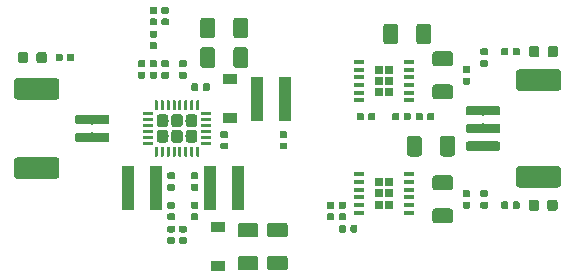
<source format=gbr>
G04 #@! TF.GenerationSoftware,KiCad,Pcbnew,(5.0.1)-rc2*
G04 #@! TF.CreationDate,2019-04-27T23:34:42+02:00*
G04 #@! TF.ProjectId,Noiseless Switching Supply,4E6F6973656C65737320537769746368,rev?*
G04 #@! TF.SameCoordinates,Original*
G04 #@! TF.FileFunction,Paste,Top*
G04 #@! TF.FilePolarity,Positive*
%FSLAX46Y46*%
G04 Gerber Fmt 4.6, Leading zero omitted, Abs format (unit mm)*
G04 Created by KiCad (PCBNEW (5.0.1)-rc2) date 27-04-2019 23:34:42*
%MOMM*%
%LPD*%
G01*
G04 APERTURE LIST*
%ADD10R,1.200000X0.900000*%
%ADD11R,0.980000X3.700000*%
%ADD12C,0.100000*%
%ADD13C,0.800000*%
%ADD14C,1.800000*%
%ADD15C,0.875000*%
%ADD16C,0.590000*%
%ADD17R,0.680000X0.750000*%
%ADD18R,0.890000X0.420000*%
%ADD19C,0.980000*%
%ADD20C,0.250000*%
%ADD21C,1.250000*%
G04 APERTURE END LIST*
D10*
G04 #@! TO.C,D4*
X144000000Y-100850000D03*
X144000000Y-104150000D03*
G04 #@! TD*
D11*
G04 #@! TO.C,L3*
X144685000Y-110000000D03*
X142315000Y-110000000D03*
G04 #@! TD*
D10*
G04 #@! TO.C,D5*
X143000000Y-116650000D03*
X143000000Y-113350000D03*
G04 #@! TD*
D12*
G04 #@! TO.C,J1*
G36*
X133594603Y-103850963D02*
X133614018Y-103853843D01*
X133633057Y-103858612D01*
X133651537Y-103865224D01*
X133669279Y-103873616D01*
X133686114Y-103883706D01*
X133701879Y-103895398D01*
X133716421Y-103908579D01*
X133729602Y-103923121D01*
X133741294Y-103938886D01*
X133751384Y-103955721D01*
X133759776Y-103973463D01*
X133766388Y-103991943D01*
X133771157Y-104010982D01*
X133774037Y-104030397D01*
X133775000Y-104050000D01*
X133775000Y-104450000D01*
X133774037Y-104469603D01*
X133771157Y-104489018D01*
X133766388Y-104508057D01*
X133759776Y-104526537D01*
X133751384Y-104544279D01*
X133741294Y-104561114D01*
X133729602Y-104576879D01*
X133716421Y-104591421D01*
X133701879Y-104604602D01*
X133686114Y-104616294D01*
X133669279Y-104626384D01*
X133651537Y-104634776D01*
X133633057Y-104641388D01*
X133614018Y-104646157D01*
X133594603Y-104649037D01*
X133575000Y-104650000D01*
X131075000Y-104650000D01*
X131055397Y-104649037D01*
X131035982Y-104646157D01*
X131016943Y-104641388D01*
X130998463Y-104634776D01*
X130980721Y-104626384D01*
X130963886Y-104616294D01*
X130948121Y-104604602D01*
X130933579Y-104591421D01*
X130920398Y-104576879D01*
X130908706Y-104561114D01*
X130898616Y-104544279D01*
X130890224Y-104526537D01*
X130883612Y-104508057D01*
X130878843Y-104489018D01*
X130875963Y-104469603D01*
X130875000Y-104450000D01*
X130875000Y-104050000D01*
X130875963Y-104030397D01*
X130878843Y-104010982D01*
X130883612Y-103991943D01*
X130890224Y-103973463D01*
X130898616Y-103955721D01*
X130908706Y-103938886D01*
X130920398Y-103923121D01*
X130933579Y-103908579D01*
X130948121Y-103895398D01*
X130963886Y-103883706D01*
X130980721Y-103873616D01*
X130998463Y-103865224D01*
X131016943Y-103858612D01*
X131035982Y-103853843D01*
X131055397Y-103850963D01*
X131075000Y-103850000D01*
X133575000Y-103850000D01*
X133594603Y-103850963D01*
X133594603Y-103850963D01*
G37*
D13*
X132325000Y-104250000D03*
D12*
G36*
X133594603Y-105350963D02*
X133614018Y-105353843D01*
X133633057Y-105358612D01*
X133651537Y-105365224D01*
X133669279Y-105373616D01*
X133686114Y-105383706D01*
X133701879Y-105395398D01*
X133716421Y-105408579D01*
X133729602Y-105423121D01*
X133741294Y-105438886D01*
X133751384Y-105455721D01*
X133759776Y-105473463D01*
X133766388Y-105491943D01*
X133771157Y-105510982D01*
X133774037Y-105530397D01*
X133775000Y-105550000D01*
X133775000Y-105950000D01*
X133774037Y-105969603D01*
X133771157Y-105989018D01*
X133766388Y-106008057D01*
X133759776Y-106026537D01*
X133751384Y-106044279D01*
X133741294Y-106061114D01*
X133729602Y-106076879D01*
X133716421Y-106091421D01*
X133701879Y-106104602D01*
X133686114Y-106116294D01*
X133669279Y-106126384D01*
X133651537Y-106134776D01*
X133633057Y-106141388D01*
X133614018Y-106146157D01*
X133594603Y-106149037D01*
X133575000Y-106150000D01*
X131075000Y-106150000D01*
X131055397Y-106149037D01*
X131035982Y-106146157D01*
X131016943Y-106141388D01*
X130998463Y-106134776D01*
X130980721Y-106126384D01*
X130963886Y-106116294D01*
X130948121Y-106104602D01*
X130933579Y-106091421D01*
X130920398Y-106076879D01*
X130908706Y-106061114D01*
X130898616Y-106044279D01*
X130890224Y-106026537D01*
X130883612Y-106008057D01*
X130878843Y-105989018D01*
X130875963Y-105969603D01*
X130875000Y-105950000D01*
X130875000Y-105550000D01*
X130875963Y-105530397D01*
X130878843Y-105510982D01*
X130883612Y-105491943D01*
X130890224Y-105473463D01*
X130898616Y-105455721D01*
X130908706Y-105438886D01*
X130920398Y-105423121D01*
X130933579Y-105408579D01*
X130948121Y-105395398D01*
X130963886Y-105383706D01*
X130980721Y-105373616D01*
X130998463Y-105365224D01*
X131016943Y-105358612D01*
X131035982Y-105353843D01*
X131055397Y-105350963D01*
X131075000Y-105350000D01*
X133575000Y-105350000D01*
X133594603Y-105350963D01*
X133594603Y-105350963D01*
G37*
D13*
X132325000Y-105750000D03*
D12*
G36*
X129299504Y-100751204D02*
X129323773Y-100754804D01*
X129347571Y-100760765D01*
X129370671Y-100769030D01*
X129392849Y-100779520D01*
X129413893Y-100792133D01*
X129433598Y-100806747D01*
X129451777Y-100823223D01*
X129468253Y-100841402D01*
X129482867Y-100861107D01*
X129495480Y-100882151D01*
X129505970Y-100904329D01*
X129514235Y-100927429D01*
X129520196Y-100951227D01*
X129523796Y-100975496D01*
X129525000Y-101000000D01*
X129525000Y-102300000D01*
X129523796Y-102324504D01*
X129520196Y-102348773D01*
X129514235Y-102372571D01*
X129505970Y-102395671D01*
X129495480Y-102417849D01*
X129482867Y-102438893D01*
X129468253Y-102458598D01*
X129451777Y-102476777D01*
X129433598Y-102493253D01*
X129413893Y-102507867D01*
X129392849Y-102520480D01*
X129370671Y-102530970D01*
X129347571Y-102539235D01*
X129323773Y-102545196D01*
X129299504Y-102548796D01*
X129275000Y-102550000D01*
X125975000Y-102550000D01*
X125950496Y-102548796D01*
X125926227Y-102545196D01*
X125902429Y-102539235D01*
X125879329Y-102530970D01*
X125857151Y-102520480D01*
X125836107Y-102507867D01*
X125816402Y-102493253D01*
X125798223Y-102476777D01*
X125781747Y-102458598D01*
X125767133Y-102438893D01*
X125754520Y-102417849D01*
X125744030Y-102395671D01*
X125735765Y-102372571D01*
X125729804Y-102348773D01*
X125726204Y-102324504D01*
X125725000Y-102300000D01*
X125725000Y-101000000D01*
X125726204Y-100975496D01*
X125729804Y-100951227D01*
X125735765Y-100927429D01*
X125744030Y-100904329D01*
X125754520Y-100882151D01*
X125767133Y-100861107D01*
X125781747Y-100841402D01*
X125798223Y-100823223D01*
X125816402Y-100806747D01*
X125836107Y-100792133D01*
X125857151Y-100779520D01*
X125879329Y-100769030D01*
X125902429Y-100760765D01*
X125926227Y-100754804D01*
X125950496Y-100751204D01*
X125975000Y-100750000D01*
X129275000Y-100750000D01*
X129299504Y-100751204D01*
X129299504Y-100751204D01*
G37*
D14*
X127625000Y-101650000D03*
D12*
G36*
X129299504Y-107451204D02*
X129323773Y-107454804D01*
X129347571Y-107460765D01*
X129370671Y-107469030D01*
X129392849Y-107479520D01*
X129413893Y-107492133D01*
X129433598Y-107506747D01*
X129451777Y-107523223D01*
X129468253Y-107541402D01*
X129482867Y-107561107D01*
X129495480Y-107582151D01*
X129505970Y-107604329D01*
X129514235Y-107627429D01*
X129520196Y-107651227D01*
X129523796Y-107675496D01*
X129525000Y-107700000D01*
X129525000Y-109000000D01*
X129523796Y-109024504D01*
X129520196Y-109048773D01*
X129514235Y-109072571D01*
X129505970Y-109095671D01*
X129495480Y-109117849D01*
X129482867Y-109138893D01*
X129468253Y-109158598D01*
X129451777Y-109176777D01*
X129433598Y-109193253D01*
X129413893Y-109207867D01*
X129392849Y-109220480D01*
X129370671Y-109230970D01*
X129347571Y-109239235D01*
X129323773Y-109245196D01*
X129299504Y-109248796D01*
X129275000Y-109250000D01*
X125975000Y-109250000D01*
X125950496Y-109248796D01*
X125926227Y-109245196D01*
X125902429Y-109239235D01*
X125879329Y-109230970D01*
X125857151Y-109220480D01*
X125836107Y-109207867D01*
X125816402Y-109193253D01*
X125798223Y-109176777D01*
X125781747Y-109158598D01*
X125767133Y-109138893D01*
X125754520Y-109117849D01*
X125744030Y-109095671D01*
X125735765Y-109072571D01*
X125729804Y-109048773D01*
X125726204Y-109024504D01*
X125725000Y-109000000D01*
X125725000Y-107700000D01*
X125726204Y-107675496D01*
X125729804Y-107651227D01*
X125735765Y-107627429D01*
X125744030Y-107604329D01*
X125754520Y-107582151D01*
X125767133Y-107561107D01*
X125781747Y-107541402D01*
X125798223Y-107523223D01*
X125816402Y-107506747D01*
X125836107Y-107492133D01*
X125857151Y-107479520D01*
X125879329Y-107469030D01*
X125902429Y-107460765D01*
X125926227Y-107454804D01*
X125950496Y-107451204D01*
X125975000Y-107450000D01*
X129275000Y-107450000D01*
X129299504Y-107451204D01*
X129299504Y-107451204D01*
G37*
D14*
X127625000Y-108350000D03*
G04 #@! TD*
D12*
G04 #@! TO.C,D1*
G36*
X128277691Y-98526053D02*
X128298926Y-98529203D01*
X128319750Y-98534419D01*
X128339962Y-98541651D01*
X128359368Y-98550830D01*
X128377781Y-98561866D01*
X128395024Y-98574654D01*
X128410930Y-98589070D01*
X128425346Y-98604976D01*
X128438134Y-98622219D01*
X128449170Y-98640632D01*
X128458349Y-98660038D01*
X128465581Y-98680250D01*
X128470797Y-98701074D01*
X128473947Y-98722309D01*
X128475000Y-98743750D01*
X128475000Y-99256250D01*
X128473947Y-99277691D01*
X128470797Y-99298926D01*
X128465581Y-99319750D01*
X128458349Y-99339962D01*
X128449170Y-99359368D01*
X128438134Y-99377781D01*
X128425346Y-99395024D01*
X128410930Y-99410930D01*
X128395024Y-99425346D01*
X128377781Y-99438134D01*
X128359368Y-99449170D01*
X128339962Y-99458349D01*
X128319750Y-99465581D01*
X128298926Y-99470797D01*
X128277691Y-99473947D01*
X128256250Y-99475000D01*
X127818750Y-99475000D01*
X127797309Y-99473947D01*
X127776074Y-99470797D01*
X127755250Y-99465581D01*
X127735038Y-99458349D01*
X127715632Y-99449170D01*
X127697219Y-99438134D01*
X127679976Y-99425346D01*
X127664070Y-99410930D01*
X127649654Y-99395024D01*
X127636866Y-99377781D01*
X127625830Y-99359368D01*
X127616651Y-99339962D01*
X127609419Y-99319750D01*
X127604203Y-99298926D01*
X127601053Y-99277691D01*
X127600000Y-99256250D01*
X127600000Y-98743750D01*
X127601053Y-98722309D01*
X127604203Y-98701074D01*
X127609419Y-98680250D01*
X127616651Y-98660038D01*
X127625830Y-98640632D01*
X127636866Y-98622219D01*
X127649654Y-98604976D01*
X127664070Y-98589070D01*
X127679976Y-98574654D01*
X127697219Y-98561866D01*
X127715632Y-98550830D01*
X127735038Y-98541651D01*
X127755250Y-98534419D01*
X127776074Y-98529203D01*
X127797309Y-98526053D01*
X127818750Y-98525000D01*
X128256250Y-98525000D01*
X128277691Y-98526053D01*
X128277691Y-98526053D01*
G37*
D15*
X128037500Y-99000000D03*
D12*
G36*
X126702691Y-98526053D02*
X126723926Y-98529203D01*
X126744750Y-98534419D01*
X126764962Y-98541651D01*
X126784368Y-98550830D01*
X126802781Y-98561866D01*
X126820024Y-98574654D01*
X126835930Y-98589070D01*
X126850346Y-98604976D01*
X126863134Y-98622219D01*
X126874170Y-98640632D01*
X126883349Y-98660038D01*
X126890581Y-98680250D01*
X126895797Y-98701074D01*
X126898947Y-98722309D01*
X126900000Y-98743750D01*
X126900000Y-99256250D01*
X126898947Y-99277691D01*
X126895797Y-99298926D01*
X126890581Y-99319750D01*
X126883349Y-99339962D01*
X126874170Y-99359368D01*
X126863134Y-99377781D01*
X126850346Y-99395024D01*
X126835930Y-99410930D01*
X126820024Y-99425346D01*
X126802781Y-99438134D01*
X126784368Y-99449170D01*
X126764962Y-99458349D01*
X126744750Y-99465581D01*
X126723926Y-99470797D01*
X126702691Y-99473947D01*
X126681250Y-99475000D01*
X126243750Y-99475000D01*
X126222309Y-99473947D01*
X126201074Y-99470797D01*
X126180250Y-99465581D01*
X126160038Y-99458349D01*
X126140632Y-99449170D01*
X126122219Y-99438134D01*
X126104976Y-99425346D01*
X126089070Y-99410930D01*
X126074654Y-99395024D01*
X126061866Y-99377781D01*
X126050830Y-99359368D01*
X126041651Y-99339962D01*
X126034419Y-99319750D01*
X126029203Y-99298926D01*
X126026053Y-99277691D01*
X126025000Y-99256250D01*
X126025000Y-98743750D01*
X126026053Y-98722309D01*
X126029203Y-98701074D01*
X126034419Y-98680250D01*
X126041651Y-98660038D01*
X126050830Y-98640632D01*
X126061866Y-98622219D01*
X126074654Y-98604976D01*
X126089070Y-98589070D01*
X126104976Y-98574654D01*
X126122219Y-98561866D01*
X126140632Y-98550830D01*
X126160038Y-98541651D01*
X126180250Y-98534419D01*
X126201074Y-98529203D01*
X126222309Y-98526053D01*
X126243750Y-98525000D01*
X126681250Y-98525000D01*
X126702691Y-98526053D01*
X126702691Y-98526053D01*
G37*
D15*
X126462500Y-99000000D03*
G04 #@! TD*
D12*
G04 #@! TO.C,D2*
G36*
X171565191Y-98026053D02*
X171586426Y-98029203D01*
X171607250Y-98034419D01*
X171627462Y-98041651D01*
X171646868Y-98050830D01*
X171665281Y-98061866D01*
X171682524Y-98074654D01*
X171698430Y-98089070D01*
X171712846Y-98104976D01*
X171725634Y-98122219D01*
X171736670Y-98140632D01*
X171745849Y-98160038D01*
X171753081Y-98180250D01*
X171758297Y-98201074D01*
X171761447Y-98222309D01*
X171762500Y-98243750D01*
X171762500Y-98756250D01*
X171761447Y-98777691D01*
X171758297Y-98798926D01*
X171753081Y-98819750D01*
X171745849Y-98839962D01*
X171736670Y-98859368D01*
X171725634Y-98877781D01*
X171712846Y-98895024D01*
X171698430Y-98910930D01*
X171682524Y-98925346D01*
X171665281Y-98938134D01*
X171646868Y-98949170D01*
X171627462Y-98958349D01*
X171607250Y-98965581D01*
X171586426Y-98970797D01*
X171565191Y-98973947D01*
X171543750Y-98975000D01*
X171106250Y-98975000D01*
X171084809Y-98973947D01*
X171063574Y-98970797D01*
X171042750Y-98965581D01*
X171022538Y-98958349D01*
X171003132Y-98949170D01*
X170984719Y-98938134D01*
X170967476Y-98925346D01*
X170951570Y-98910930D01*
X170937154Y-98895024D01*
X170924366Y-98877781D01*
X170913330Y-98859368D01*
X170904151Y-98839962D01*
X170896919Y-98819750D01*
X170891703Y-98798926D01*
X170888553Y-98777691D01*
X170887500Y-98756250D01*
X170887500Y-98243750D01*
X170888553Y-98222309D01*
X170891703Y-98201074D01*
X170896919Y-98180250D01*
X170904151Y-98160038D01*
X170913330Y-98140632D01*
X170924366Y-98122219D01*
X170937154Y-98104976D01*
X170951570Y-98089070D01*
X170967476Y-98074654D01*
X170984719Y-98061866D01*
X171003132Y-98050830D01*
X171022538Y-98041651D01*
X171042750Y-98034419D01*
X171063574Y-98029203D01*
X171084809Y-98026053D01*
X171106250Y-98025000D01*
X171543750Y-98025000D01*
X171565191Y-98026053D01*
X171565191Y-98026053D01*
G37*
D15*
X171325000Y-98500000D03*
D12*
G36*
X169990191Y-98026053D02*
X170011426Y-98029203D01*
X170032250Y-98034419D01*
X170052462Y-98041651D01*
X170071868Y-98050830D01*
X170090281Y-98061866D01*
X170107524Y-98074654D01*
X170123430Y-98089070D01*
X170137846Y-98104976D01*
X170150634Y-98122219D01*
X170161670Y-98140632D01*
X170170849Y-98160038D01*
X170178081Y-98180250D01*
X170183297Y-98201074D01*
X170186447Y-98222309D01*
X170187500Y-98243750D01*
X170187500Y-98756250D01*
X170186447Y-98777691D01*
X170183297Y-98798926D01*
X170178081Y-98819750D01*
X170170849Y-98839962D01*
X170161670Y-98859368D01*
X170150634Y-98877781D01*
X170137846Y-98895024D01*
X170123430Y-98910930D01*
X170107524Y-98925346D01*
X170090281Y-98938134D01*
X170071868Y-98949170D01*
X170052462Y-98958349D01*
X170032250Y-98965581D01*
X170011426Y-98970797D01*
X169990191Y-98973947D01*
X169968750Y-98975000D01*
X169531250Y-98975000D01*
X169509809Y-98973947D01*
X169488574Y-98970797D01*
X169467750Y-98965581D01*
X169447538Y-98958349D01*
X169428132Y-98949170D01*
X169409719Y-98938134D01*
X169392476Y-98925346D01*
X169376570Y-98910930D01*
X169362154Y-98895024D01*
X169349366Y-98877781D01*
X169338330Y-98859368D01*
X169329151Y-98839962D01*
X169321919Y-98819750D01*
X169316703Y-98798926D01*
X169313553Y-98777691D01*
X169312500Y-98756250D01*
X169312500Y-98243750D01*
X169313553Y-98222309D01*
X169316703Y-98201074D01*
X169321919Y-98180250D01*
X169329151Y-98160038D01*
X169338330Y-98140632D01*
X169349366Y-98122219D01*
X169362154Y-98104976D01*
X169376570Y-98089070D01*
X169392476Y-98074654D01*
X169409719Y-98061866D01*
X169428132Y-98050830D01*
X169447538Y-98041651D01*
X169467750Y-98034419D01*
X169488574Y-98029203D01*
X169509809Y-98026053D01*
X169531250Y-98025000D01*
X169968750Y-98025000D01*
X169990191Y-98026053D01*
X169990191Y-98026053D01*
G37*
D15*
X169750000Y-98500000D03*
G04 #@! TD*
D12*
G04 #@! TO.C,D3*
G36*
X169952691Y-111026053D02*
X169973926Y-111029203D01*
X169994750Y-111034419D01*
X170014962Y-111041651D01*
X170034368Y-111050830D01*
X170052781Y-111061866D01*
X170070024Y-111074654D01*
X170085930Y-111089070D01*
X170100346Y-111104976D01*
X170113134Y-111122219D01*
X170124170Y-111140632D01*
X170133349Y-111160038D01*
X170140581Y-111180250D01*
X170145797Y-111201074D01*
X170148947Y-111222309D01*
X170150000Y-111243750D01*
X170150000Y-111756250D01*
X170148947Y-111777691D01*
X170145797Y-111798926D01*
X170140581Y-111819750D01*
X170133349Y-111839962D01*
X170124170Y-111859368D01*
X170113134Y-111877781D01*
X170100346Y-111895024D01*
X170085930Y-111910930D01*
X170070024Y-111925346D01*
X170052781Y-111938134D01*
X170034368Y-111949170D01*
X170014962Y-111958349D01*
X169994750Y-111965581D01*
X169973926Y-111970797D01*
X169952691Y-111973947D01*
X169931250Y-111975000D01*
X169493750Y-111975000D01*
X169472309Y-111973947D01*
X169451074Y-111970797D01*
X169430250Y-111965581D01*
X169410038Y-111958349D01*
X169390632Y-111949170D01*
X169372219Y-111938134D01*
X169354976Y-111925346D01*
X169339070Y-111910930D01*
X169324654Y-111895024D01*
X169311866Y-111877781D01*
X169300830Y-111859368D01*
X169291651Y-111839962D01*
X169284419Y-111819750D01*
X169279203Y-111798926D01*
X169276053Y-111777691D01*
X169275000Y-111756250D01*
X169275000Y-111243750D01*
X169276053Y-111222309D01*
X169279203Y-111201074D01*
X169284419Y-111180250D01*
X169291651Y-111160038D01*
X169300830Y-111140632D01*
X169311866Y-111122219D01*
X169324654Y-111104976D01*
X169339070Y-111089070D01*
X169354976Y-111074654D01*
X169372219Y-111061866D01*
X169390632Y-111050830D01*
X169410038Y-111041651D01*
X169430250Y-111034419D01*
X169451074Y-111029203D01*
X169472309Y-111026053D01*
X169493750Y-111025000D01*
X169931250Y-111025000D01*
X169952691Y-111026053D01*
X169952691Y-111026053D01*
G37*
D15*
X169712500Y-111500000D03*
D12*
G36*
X171527691Y-111026053D02*
X171548926Y-111029203D01*
X171569750Y-111034419D01*
X171589962Y-111041651D01*
X171609368Y-111050830D01*
X171627781Y-111061866D01*
X171645024Y-111074654D01*
X171660930Y-111089070D01*
X171675346Y-111104976D01*
X171688134Y-111122219D01*
X171699170Y-111140632D01*
X171708349Y-111160038D01*
X171715581Y-111180250D01*
X171720797Y-111201074D01*
X171723947Y-111222309D01*
X171725000Y-111243750D01*
X171725000Y-111756250D01*
X171723947Y-111777691D01*
X171720797Y-111798926D01*
X171715581Y-111819750D01*
X171708349Y-111839962D01*
X171699170Y-111859368D01*
X171688134Y-111877781D01*
X171675346Y-111895024D01*
X171660930Y-111910930D01*
X171645024Y-111925346D01*
X171627781Y-111938134D01*
X171609368Y-111949170D01*
X171589962Y-111958349D01*
X171569750Y-111965581D01*
X171548926Y-111970797D01*
X171527691Y-111973947D01*
X171506250Y-111975000D01*
X171068750Y-111975000D01*
X171047309Y-111973947D01*
X171026074Y-111970797D01*
X171005250Y-111965581D01*
X170985038Y-111958349D01*
X170965632Y-111949170D01*
X170947219Y-111938134D01*
X170929976Y-111925346D01*
X170914070Y-111910930D01*
X170899654Y-111895024D01*
X170886866Y-111877781D01*
X170875830Y-111859368D01*
X170866651Y-111839962D01*
X170859419Y-111819750D01*
X170854203Y-111798926D01*
X170851053Y-111777691D01*
X170850000Y-111756250D01*
X170850000Y-111243750D01*
X170851053Y-111222309D01*
X170854203Y-111201074D01*
X170859419Y-111180250D01*
X170866651Y-111160038D01*
X170875830Y-111140632D01*
X170886866Y-111122219D01*
X170899654Y-111104976D01*
X170914070Y-111089070D01*
X170929976Y-111074654D01*
X170947219Y-111061866D01*
X170965632Y-111050830D01*
X170985038Y-111041651D01*
X171005250Y-111034419D01*
X171026074Y-111029203D01*
X171047309Y-111026053D01*
X171068750Y-111025000D01*
X171506250Y-111025000D01*
X171527691Y-111026053D01*
X171527691Y-111026053D01*
G37*
D15*
X171287500Y-111500000D03*
G04 #@! TD*
D12*
G04 #@! TO.C,J2*
G36*
X171799504Y-100001204D02*
X171823773Y-100004804D01*
X171847571Y-100010765D01*
X171870671Y-100019030D01*
X171892849Y-100029520D01*
X171913893Y-100042133D01*
X171933598Y-100056747D01*
X171951777Y-100073223D01*
X171968253Y-100091402D01*
X171982867Y-100111107D01*
X171995480Y-100132151D01*
X172005970Y-100154329D01*
X172014235Y-100177429D01*
X172020196Y-100201227D01*
X172023796Y-100225496D01*
X172025000Y-100250000D01*
X172025000Y-101550000D01*
X172023796Y-101574504D01*
X172020196Y-101598773D01*
X172014235Y-101622571D01*
X172005970Y-101645671D01*
X171995480Y-101667849D01*
X171982867Y-101688893D01*
X171968253Y-101708598D01*
X171951777Y-101726777D01*
X171933598Y-101743253D01*
X171913893Y-101757867D01*
X171892849Y-101770480D01*
X171870671Y-101780970D01*
X171847571Y-101789235D01*
X171823773Y-101795196D01*
X171799504Y-101798796D01*
X171775000Y-101800000D01*
X168475000Y-101800000D01*
X168450496Y-101798796D01*
X168426227Y-101795196D01*
X168402429Y-101789235D01*
X168379329Y-101780970D01*
X168357151Y-101770480D01*
X168336107Y-101757867D01*
X168316402Y-101743253D01*
X168298223Y-101726777D01*
X168281747Y-101708598D01*
X168267133Y-101688893D01*
X168254520Y-101667849D01*
X168244030Y-101645671D01*
X168235765Y-101622571D01*
X168229804Y-101598773D01*
X168226204Y-101574504D01*
X168225000Y-101550000D01*
X168225000Y-100250000D01*
X168226204Y-100225496D01*
X168229804Y-100201227D01*
X168235765Y-100177429D01*
X168244030Y-100154329D01*
X168254520Y-100132151D01*
X168267133Y-100111107D01*
X168281747Y-100091402D01*
X168298223Y-100073223D01*
X168316402Y-100056747D01*
X168336107Y-100042133D01*
X168357151Y-100029520D01*
X168379329Y-100019030D01*
X168402429Y-100010765D01*
X168426227Y-100004804D01*
X168450496Y-100001204D01*
X168475000Y-100000000D01*
X171775000Y-100000000D01*
X171799504Y-100001204D01*
X171799504Y-100001204D01*
G37*
D14*
X170125000Y-100900000D03*
D12*
G36*
X171799504Y-108201204D02*
X171823773Y-108204804D01*
X171847571Y-108210765D01*
X171870671Y-108219030D01*
X171892849Y-108229520D01*
X171913893Y-108242133D01*
X171933598Y-108256747D01*
X171951777Y-108273223D01*
X171968253Y-108291402D01*
X171982867Y-108311107D01*
X171995480Y-108332151D01*
X172005970Y-108354329D01*
X172014235Y-108377429D01*
X172020196Y-108401227D01*
X172023796Y-108425496D01*
X172025000Y-108450000D01*
X172025000Y-109750000D01*
X172023796Y-109774504D01*
X172020196Y-109798773D01*
X172014235Y-109822571D01*
X172005970Y-109845671D01*
X171995480Y-109867849D01*
X171982867Y-109888893D01*
X171968253Y-109908598D01*
X171951777Y-109926777D01*
X171933598Y-109943253D01*
X171913893Y-109957867D01*
X171892849Y-109970480D01*
X171870671Y-109980970D01*
X171847571Y-109989235D01*
X171823773Y-109995196D01*
X171799504Y-109998796D01*
X171775000Y-110000000D01*
X168475000Y-110000000D01*
X168450496Y-109998796D01*
X168426227Y-109995196D01*
X168402429Y-109989235D01*
X168379329Y-109980970D01*
X168357151Y-109970480D01*
X168336107Y-109957867D01*
X168316402Y-109943253D01*
X168298223Y-109926777D01*
X168281747Y-109908598D01*
X168267133Y-109888893D01*
X168254520Y-109867849D01*
X168244030Y-109845671D01*
X168235765Y-109822571D01*
X168229804Y-109798773D01*
X168226204Y-109774504D01*
X168225000Y-109750000D01*
X168225000Y-108450000D01*
X168226204Y-108425496D01*
X168229804Y-108401227D01*
X168235765Y-108377429D01*
X168244030Y-108354329D01*
X168254520Y-108332151D01*
X168267133Y-108311107D01*
X168281747Y-108291402D01*
X168298223Y-108273223D01*
X168316402Y-108256747D01*
X168336107Y-108242133D01*
X168357151Y-108229520D01*
X168379329Y-108219030D01*
X168402429Y-108210765D01*
X168426227Y-108204804D01*
X168450496Y-108201204D01*
X168475000Y-108200000D01*
X171775000Y-108200000D01*
X171799504Y-108201204D01*
X171799504Y-108201204D01*
G37*
D14*
X170125000Y-109100000D03*
D12*
G36*
X166694603Y-103100963D02*
X166714018Y-103103843D01*
X166733057Y-103108612D01*
X166751537Y-103115224D01*
X166769279Y-103123616D01*
X166786114Y-103133706D01*
X166801879Y-103145398D01*
X166816421Y-103158579D01*
X166829602Y-103173121D01*
X166841294Y-103188886D01*
X166851384Y-103205721D01*
X166859776Y-103223463D01*
X166866388Y-103241943D01*
X166871157Y-103260982D01*
X166874037Y-103280397D01*
X166875000Y-103300000D01*
X166875000Y-103700000D01*
X166874037Y-103719603D01*
X166871157Y-103739018D01*
X166866388Y-103758057D01*
X166859776Y-103776537D01*
X166851384Y-103794279D01*
X166841294Y-103811114D01*
X166829602Y-103826879D01*
X166816421Y-103841421D01*
X166801879Y-103854602D01*
X166786114Y-103866294D01*
X166769279Y-103876384D01*
X166751537Y-103884776D01*
X166733057Y-103891388D01*
X166714018Y-103896157D01*
X166694603Y-103899037D01*
X166675000Y-103900000D01*
X164175000Y-103900000D01*
X164155397Y-103899037D01*
X164135982Y-103896157D01*
X164116943Y-103891388D01*
X164098463Y-103884776D01*
X164080721Y-103876384D01*
X164063886Y-103866294D01*
X164048121Y-103854602D01*
X164033579Y-103841421D01*
X164020398Y-103826879D01*
X164008706Y-103811114D01*
X163998616Y-103794279D01*
X163990224Y-103776537D01*
X163983612Y-103758057D01*
X163978843Y-103739018D01*
X163975963Y-103719603D01*
X163975000Y-103700000D01*
X163975000Y-103300000D01*
X163975963Y-103280397D01*
X163978843Y-103260982D01*
X163983612Y-103241943D01*
X163990224Y-103223463D01*
X163998616Y-103205721D01*
X164008706Y-103188886D01*
X164020398Y-103173121D01*
X164033579Y-103158579D01*
X164048121Y-103145398D01*
X164063886Y-103133706D01*
X164080721Y-103123616D01*
X164098463Y-103115224D01*
X164116943Y-103108612D01*
X164135982Y-103103843D01*
X164155397Y-103100963D01*
X164175000Y-103100000D01*
X166675000Y-103100000D01*
X166694603Y-103100963D01*
X166694603Y-103100963D01*
G37*
D13*
X165425000Y-103500000D03*
D12*
G36*
X166694603Y-104600963D02*
X166714018Y-104603843D01*
X166733057Y-104608612D01*
X166751537Y-104615224D01*
X166769279Y-104623616D01*
X166786114Y-104633706D01*
X166801879Y-104645398D01*
X166816421Y-104658579D01*
X166829602Y-104673121D01*
X166841294Y-104688886D01*
X166851384Y-104705721D01*
X166859776Y-104723463D01*
X166866388Y-104741943D01*
X166871157Y-104760982D01*
X166874037Y-104780397D01*
X166875000Y-104800000D01*
X166875000Y-105200000D01*
X166874037Y-105219603D01*
X166871157Y-105239018D01*
X166866388Y-105258057D01*
X166859776Y-105276537D01*
X166851384Y-105294279D01*
X166841294Y-105311114D01*
X166829602Y-105326879D01*
X166816421Y-105341421D01*
X166801879Y-105354602D01*
X166786114Y-105366294D01*
X166769279Y-105376384D01*
X166751537Y-105384776D01*
X166733057Y-105391388D01*
X166714018Y-105396157D01*
X166694603Y-105399037D01*
X166675000Y-105400000D01*
X164175000Y-105400000D01*
X164155397Y-105399037D01*
X164135982Y-105396157D01*
X164116943Y-105391388D01*
X164098463Y-105384776D01*
X164080721Y-105376384D01*
X164063886Y-105366294D01*
X164048121Y-105354602D01*
X164033579Y-105341421D01*
X164020398Y-105326879D01*
X164008706Y-105311114D01*
X163998616Y-105294279D01*
X163990224Y-105276537D01*
X163983612Y-105258057D01*
X163978843Y-105239018D01*
X163975963Y-105219603D01*
X163975000Y-105200000D01*
X163975000Y-104800000D01*
X163975963Y-104780397D01*
X163978843Y-104760982D01*
X163983612Y-104741943D01*
X163990224Y-104723463D01*
X163998616Y-104705721D01*
X164008706Y-104688886D01*
X164020398Y-104673121D01*
X164033579Y-104658579D01*
X164048121Y-104645398D01*
X164063886Y-104633706D01*
X164080721Y-104623616D01*
X164098463Y-104615224D01*
X164116943Y-104608612D01*
X164135982Y-104603843D01*
X164155397Y-104600963D01*
X164175000Y-104600000D01*
X166675000Y-104600000D01*
X166694603Y-104600963D01*
X166694603Y-104600963D01*
G37*
D13*
X165425000Y-105000000D03*
D12*
G36*
X166694603Y-106100963D02*
X166714018Y-106103843D01*
X166733057Y-106108612D01*
X166751537Y-106115224D01*
X166769279Y-106123616D01*
X166786114Y-106133706D01*
X166801879Y-106145398D01*
X166816421Y-106158579D01*
X166829602Y-106173121D01*
X166841294Y-106188886D01*
X166851384Y-106205721D01*
X166859776Y-106223463D01*
X166866388Y-106241943D01*
X166871157Y-106260982D01*
X166874037Y-106280397D01*
X166875000Y-106300000D01*
X166875000Y-106700000D01*
X166874037Y-106719603D01*
X166871157Y-106739018D01*
X166866388Y-106758057D01*
X166859776Y-106776537D01*
X166851384Y-106794279D01*
X166841294Y-106811114D01*
X166829602Y-106826879D01*
X166816421Y-106841421D01*
X166801879Y-106854602D01*
X166786114Y-106866294D01*
X166769279Y-106876384D01*
X166751537Y-106884776D01*
X166733057Y-106891388D01*
X166714018Y-106896157D01*
X166694603Y-106899037D01*
X166675000Y-106900000D01*
X164175000Y-106900000D01*
X164155397Y-106899037D01*
X164135982Y-106896157D01*
X164116943Y-106891388D01*
X164098463Y-106884776D01*
X164080721Y-106876384D01*
X164063886Y-106866294D01*
X164048121Y-106854602D01*
X164033579Y-106841421D01*
X164020398Y-106826879D01*
X164008706Y-106811114D01*
X163998616Y-106794279D01*
X163990224Y-106776537D01*
X163983612Y-106758057D01*
X163978843Y-106739018D01*
X163975963Y-106719603D01*
X163975000Y-106700000D01*
X163975000Y-106300000D01*
X163975963Y-106280397D01*
X163978843Y-106260982D01*
X163983612Y-106241943D01*
X163990224Y-106223463D01*
X163998616Y-106205721D01*
X164008706Y-106188886D01*
X164020398Y-106173121D01*
X164033579Y-106158579D01*
X164048121Y-106145398D01*
X164063886Y-106133706D01*
X164080721Y-106123616D01*
X164098463Y-106115224D01*
X164116943Y-106108612D01*
X164135982Y-106103843D01*
X164155397Y-106100963D01*
X164175000Y-106100000D01*
X166675000Y-106100000D01*
X166694603Y-106100963D01*
X166694603Y-106100963D01*
G37*
D13*
X165425000Y-106500000D03*
G04 #@! TD*
D12*
G04 #@! TO.C,R1*
G36*
X130646958Y-98680710D02*
X130661276Y-98682834D01*
X130675317Y-98686351D01*
X130688946Y-98691228D01*
X130702031Y-98697417D01*
X130714447Y-98704858D01*
X130726073Y-98713481D01*
X130736798Y-98723202D01*
X130746519Y-98733927D01*
X130755142Y-98745553D01*
X130762583Y-98757969D01*
X130768772Y-98771054D01*
X130773649Y-98784683D01*
X130777166Y-98798724D01*
X130779290Y-98813042D01*
X130780000Y-98827500D01*
X130780000Y-99172500D01*
X130779290Y-99186958D01*
X130777166Y-99201276D01*
X130773649Y-99215317D01*
X130768772Y-99228946D01*
X130762583Y-99242031D01*
X130755142Y-99254447D01*
X130746519Y-99266073D01*
X130736798Y-99276798D01*
X130726073Y-99286519D01*
X130714447Y-99295142D01*
X130702031Y-99302583D01*
X130688946Y-99308772D01*
X130675317Y-99313649D01*
X130661276Y-99317166D01*
X130646958Y-99319290D01*
X130632500Y-99320000D01*
X130337500Y-99320000D01*
X130323042Y-99319290D01*
X130308724Y-99317166D01*
X130294683Y-99313649D01*
X130281054Y-99308772D01*
X130267969Y-99302583D01*
X130255553Y-99295142D01*
X130243927Y-99286519D01*
X130233202Y-99276798D01*
X130223481Y-99266073D01*
X130214858Y-99254447D01*
X130207417Y-99242031D01*
X130201228Y-99228946D01*
X130196351Y-99215317D01*
X130192834Y-99201276D01*
X130190710Y-99186958D01*
X130190000Y-99172500D01*
X130190000Y-98827500D01*
X130190710Y-98813042D01*
X130192834Y-98798724D01*
X130196351Y-98784683D01*
X130201228Y-98771054D01*
X130207417Y-98757969D01*
X130214858Y-98745553D01*
X130223481Y-98733927D01*
X130233202Y-98723202D01*
X130243927Y-98713481D01*
X130255553Y-98704858D01*
X130267969Y-98697417D01*
X130281054Y-98691228D01*
X130294683Y-98686351D01*
X130308724Y-98682834D01*
X130323042Y-98680710D01*
X130337500Y-98680000D01*
X130632500Y-98680000D01*
X130646958Y-98680710D01*
X130646958Y-98680710D01*
G37*
D16*
X130485000Y-99000000D03*
D12*
G36*
X129676958Y-98680710D02*
X129691276Y-98682834D01*
X129705317Y-98686351D01*
X129718946Y-98691228D01*
X129732031Y-98697417D01*
X129744447Y-98704858D01*
X129756073Y-98713481D01*
X129766798Y-98723202D01*
X129776519Y-98733927D01*
X129785142Y-98745553D01*
X129792583Y-98757969D01*
X129798772Y-98771054D01*
X129803649Y-98784683D01*
X129807166Y-98798724D01*
X129809290Y-98813042D01*
X129810000Y-98827500D01*
X129810000Y-99172500D01*
X129809290Y-99186958D01*
X129807166Y-99201276D01*
X129803649Y-99215317D01*
X129798772Y-99228946D01*
X129792583Y-99242031D01*
X129785142Y-99254447D01*
X129776519Y-99266073D01*
X129766798Y-99276798D01*
X129756073Y-99286519D01*
X129744447Y-99295142D01*
X129732031Y-99302583D01*
X129718946Y-99308772D01*
X129705317Y-99313649D01*
X129691276Y-99317166D01*
X129676958Y-99319290D01*
X129662500Y-99320000D01*
X129367500Y-99320000D01*
X129353042Y-99319290D01*
X129338724Y-99317166D01*
X129324683Y-99313649D01*
X129311054Y-99308772D01*
X129297969Y-99302583D01*
X129285553Y-99295142D01*
X129273927Y-99286519D01*
X129263202Y-99276798D01*
X129253481Y-99266073D01*
X129244858Y-99254447D01*
X129237417Y-99242031D01*
X129231228Y-99228946D01*
X129226351Y-99215317D01*
X129222834Y-99201276D01*
X129220710Y-99186958D01*
X129220000Y-99172500D01*
X129220000Y-98827500D01*
X129220710Y-98813042D01*
X129222834Y-98798724D01*
X129226351Y-98784683D01*
X129231228Y-98771054D01*
X129237417Y-98757969D01*
X129244858Y-98745553D01*
X129253481Y-98733927D01*
X129263202Y-98723202D01*
X129273927Y-98713481D01*
X129285553Y-98704858D01*
X129297969Y-98697417D01*
X129311054Y-98691228D01*
X129324683Y-98686351D01*
X129338724Y-98682834D01*
X129353042Y-98680710D01*
X129367500Y-98680000D01*
X129662500Y-98680000D01*
X129676958Y-98680710D01*
X129676958Y-98680710D01*
G37*
D16*
X129515000Y-99000000D03*
G04 #@! TD*
D12*
G04 #@! TO.C,R2*
G36*
X137686958Y-100190710D02*
X137701276Y-100192834D01*
X137715317Y-100196351D01*
X137728946Y-100201228D01*
X137742031Y-100207417D01*
X137754447Y-100214858D01*
X137766073Y-100223481D01*
X137776798Y-100233202D01*
X137786519Y-100243927D01*
X137795142Y-100255553D01*
X137802583Y-100267969D01*
X137808772Y-100281054D01*
X137813649Y-100294683D01*
X137817166Y-100308724D01*
X137819290Y-100323042D01*
X137820000Y-100337500D01*
X137820000Y-100632500D01*
X137819290Y-100646958D01*
X137817166Y-100661276D01*
X137813649Y-100675317D01*
X137808772Y-100688946D01*
X137802583Y-100702031D01*
X137795142Y-100714447D01*
X137786519Y-100726073D01*
X137776798Y-100736798D01*
X137766073Y-100746519D01*
X137754447Y-100755142D01*
X137742031Y-100762583D01*
X137728946Y-100768772D01*
X137715317Y-100773649D01*
X137701276Y-100777166D01*
X137686958Y-100779290D01*
X137672500Y-100780000D01*
X137327500Y-100780000D01*
X137313042Y-100779290D01*
X137298724Y-100777166D01*
X137284683Y-100773649D01*
X137271054Y-100768772D01*
X137257969Y-100762583D01*
X137245553Y-100755142D01*
X137233927Y-100746519D01*
X137223202Y-100736798D01*
X137213481Y-100726073D01*
X137204858Y-100714447D01*
X137197417Y-100702031D01*
X137191228Y-100688946D01*
X137186351Y-100675317D01*
X137182834Y-100661276D01*
X137180710Y-100646958D01*
X137180000Y-100632500D01*
X137180000Y-100337500D01*
X137180710Y-100323042D01*
X137182834Y-100308724D01*
X137186351Y-100294683D01*
X137191228Y-100281054D01*
X137197417Y-100267969D01*
X137204858Y-100255553D01*
X137213481Y-100243927D01*
X137223202Y-100233202D01*
X137233927Y-100223481D01*
X137245553Y-100214858D01*
X137257969Y-100207417D01*
X137271054Y-100201228D01*
X137284683Y-100196351D01*
X137298724Y-100192834D01*
X137313042Y-100190710D01*
X137327500Y-100190000D01*
X137672500Y-100190000D01*
X137686958Y-100190710D01*
X137686958Y-100190710D01*
G37*
D16*
X137500000Y-100485000D03*
D12*
G36*
X137686958Y-99220710D02*
X137701276Y-99222834D01*
X137715317Y-99226351D01*
X137728946Y-99231228D01*
X137742031Y-99237417D01*
X137754447Y-99244858D01*
X137766073Y-99253481D01*
X137776798Y-99263202D01*
X137786519Y-99273927D01*
X137795142Y-99285553D01*
X137802583Y-99297969D01*
X137808772Y-99311054D01*
X137813649Y-99324683D01*
X137817166Y-99338724D01*
X137819290Y-99353042D01*
X137820000Y-99367500D01*
X137820000Y-99662500D01*
X137819290Y-99676958D01*
X137817166Y-99691276D01*
X137813649Y-99705317D01*
X137808772Y-99718946D01*
X137802583Y-99732031D01*
X137795142Y-99744447D01*
X137786519Y-99756073D01*
X137776798Y-99766798D01*
X137766073Y-99776519D01*
X137754447Y-99785142D01*
X137742031Y-99792583D01*
X137728946Y-99798772D01*
X137715317Y-99803649D01*
X137701276Y-99807166D01*
X137686958Y-99809290D01*
X137672500Y-99810000D01*
X137327500Y-99810000D01*
X137313042Y-99809290D01*
X137298724Y-99807166D01*
X137284683Y-99803649D01*
X137271054Y-99798772D01*
X137257969Y-99792583D01*
X137245553Y-99785142D01*
X137233927Y-99776519D01*
X137223202Y-99766798D01*
X137213481Y-99756073D01*
X137204858Y-99744447D01*
X137197417Y-99732031D01*
X137191228Y-99718946D01*
X137186351Y-99705317D01*
X137182834Y-99691276D01*
X137180710Y-99676958D01*
X137180000Y-99662500D01*
X137180000Y-99367500D01*
X137180710Y-99353042D01*
X137182834Y-99338724D01*
X137186351Y-99324683D01*
X137191228Y-99311054D01*
X137197417Y-99297969D01*
X137204858Y-99285553D01*
X137213481Y-99273927D01*
X137223202Y-99263202D01*
X137233927Y-99253481D01*
X137245553Y-99244858D01*
X137257969Y-99237417D01*
X137271054Y-99231228D01*
X137284683Y-99226351D01*
X137298724Y-99222834D01*
X137313042Y-99220710D01*
X137327500Y-99220000D01*
X137672500Y-99220000D01*
X137686958Y-99220710D01*
X137686958Y-99220710D01*
G37*
D16*
X137500000Y-99515000D03*
G04 #@! TD*
D12*
G04 #@! TO.C,R3*
G36*
X138686958Y-99220710D02*
X138701276Y-99222834D01*
X138715317Y-99226351D01*
X138728946Y-99231228D01*
X138742031Y-99237417D01*
X138754447Y-99244858D01*
X138766073Y-99253481D01*
X138776798Y-99263202D01*
X138786519Y-99273927D01*
X138795142Y-99285553D01*
X138802583Y-99297969D01*
X138808772Y-99311054D01*
X138813649Y-99324683D01*
X138817166Y-99338724D01*
X138819290Y-99353042D01*
X138820000Y-99367500D01*
X138820000Y-99662500D01*
X138819290Y-99676958D01*
X138817166Y-99691276D01*
X138813649Y-99705317D01*
X138808772Y-99718946D01*
X138802583Y-99732031D01*
X138795142Y-99744447D01*
X138786519Y-99756073D01*
X138776798Y-99766798D01*
X138766073Y-99776519D01*
X138754447Y-99785142D01*
X138742031Y-99792583D01*
X138728946Y-99798772D01*
X138715317Y-99803649D01*
X138701276Y-99807166D01*
X138686958Y-99809290D01*
X138672500Y-99810000D01*
X138327500Y-99810000D01*
X138313042Y-99809290D01*
X138298724Y-99807166D01*
X138284683Y-99803649D01*
X138271054Y-99798772D01*
X138257969Y-99792583D01*
X138245553Y-99785142D01*
X138233927Y-99776519D01*
X138223202Y-99766798D01*
X138213481Y-99756073D01*
X138204858Y-99744447D01*
X138197417Y-99732031D01*
X138191228Y-99718946D01*
X138186351Y-99705317D01*
X138182834Y-99691276D01*
X138180710Y-99676958D01*
X138180000Y-99662500D01*
X138180000Y-99367500D01*
X138180710Y-99353042D01*
X138182834Y-99338724D01*
X138186351Y-99324683D01*
X138191228Y-99311054D01*
X138197417Y-99297969D01*
X138204858Y-99285553D01*
X138213481Y-99273927D01*
X138223202Y-99263202D01*
X138233927Y-99253481D01*
X138245553Y-99244858D01*
X138257969Y-99237417D01*
X138271054Y-99231228D01*
X138284683Y-99226351D01*
X138298724Y-99222834D01*
X138313042Y-99220710D01*
X138327500Y-99220000D01*
X138672500Y-99220000D01*
X138686958Y-99220710D01*
X138686958Y-99220710D01*
G37*
D16*
X138500000Y-99515000D03*
D12*
G36*
X138686958Y-100190710D02*
X138701276Y-100192834D01*
X138715317Y-100196351D01*
X138728946Y-100201228D01*
X138742031Y-100207417D01*
X138754447Y-100214858D01*
X138766073Y-100223481D01*
X138776798Y-100233202D01*
X138786519Y-100243927D01*
X138795142Y-100255553D01*
X138802583Y-100267969D01*
X138808772Y-100281054D01*
X138813649Y-100294683D01*
X138817166Y-100308724D01*
X138819290Y-100323042D01*
X138820000Y-100337500D01*
X138820000Y-100632500D01*
X138819290Y-100646958D01*
X138817166Y-100661276D01*
X138813649Y-100675317D01*
X138808772Y-100688946D01*
X138802583Y-100702031D01*
X138795142Y-100714447D01*
X138786519Y-100726073D01*
X138776798Y-100736798D01*
X138766073Y-100746519D01*
X138754447Y-100755142D01*
X138742031Y-100762583D01*
X138728946Y-100768772D01*
X138715317Y-100773649D01*
X138701276Y-100777166D01*
X138686958Y-100779290D01*
X138672500Y-100780000D01*
X138327500Y-100780000D01*
X138313042Y-100779290D01*
X138298724Y-100777166D01*
X138284683Y-100773649D01*
X138271054Y-100768772D01*
X138257969Y-100762583D01*
X138245553Y-100755142D01*
X138233927Y-100746519D01*
X138223202Y-100736798D01*
X138213481Y-100726073D01*
X138204858Y-100714447D01*
X138197417Y-100702031D01*
X138191228Y-100688946D01*
X138186351Y-100675317D01*
X138182834Y-100661276D01*
X138180710Y-100646958D01*
X138180000Y-100632500D01*
X138180000Y-100337500D01*
X138180710Y-100323042D01*
X138182834Y-100308724D01*
X138186351Y-100294683D01*
X138191228Y-100281054D01*
X138197417Y-100267969D01*
X138204858Y-100255553D01*
X138213481Y-100243927D01*
X138223202Y-100233202D01*
X138233927Y-100223481D01*
X138245553Y-100214858D01*
X138257969Y-100207417D01*
X138271054Y-100201228D01*
X138284683Y-100196351D01*
X138298724Y-100192834D01*
X138313042Y-100190710D01*
X138327500Y-100190000D01*
X138672500Y-100190000D01*
X138686958Y-100190710D01*
X138686958Y-100190710D01*
G37*
D16*
X138500000Y-100485000D03*
G04 #@! TD*
D12*
G04 #@! TO.C,R4*
G36*
X140186958Y-99220710D02*
X140201276Y-99222834D01*
X140215317Y-99226351D01*
X140228946Y-99231228D01*
X140242031Y-99237417D01*
X140254447Y-99244858D01*
X140266073Y-99253481D01*
X140276798Y-99263202D01*
X140286519Y-99273927D01*
X140295142Y-99285553D01*
X140302583Y-99297969D01*
X140308772Y-99311054D01*
X140313649Y-99324683D01*
X140317166Y-99338724D01*
X140319290Y-99353042D01*
X140320000Y-99367500D01*
X140320000Y-99662500D01*
X140319290Y-99676958D01*
X140317166Y-99691276D01*
X140313649Y-99705317D01*
X140308772Y-99718946D01*
X140302583Y-99732031D01*
X140295142Y-99744447D01*
X140286519Y-99756073D01*
X140276798Y-99766798D01*
X140266073Y-99776519D01*
X140254447Y-99785142D01*
X140242031Y-99792583D01*
X140228946Y-99798772D01*
X140215317Y-99803649D01*
X140201276Y-99807166D01*
X140186958Y-99809290D01*
X140172500Y-99810000D01*
X139827500Y-99810000D01*
X139813042Y-99809290D01*
X139798724Y-99807166D01*
X139784683Y-99803649D01*
X139771054Y-99798772D01*
X139757969Y-99792583D01*
X139745553Y-99785142D01*
X139733927Y-99776519D01*
X139723202Y-99766798D01*
X139713481Y-99756073D01*
X139704858Y-99744447D01*
X139697417Y-99732031D01*
X139691228Y-99718946D01*
X139686351Y-99705317D01*
X139682834Y-99691276D01*
X139680710Y-99676958D01*
X139680000Y-99662500D01*
X139680000Y-99367500D01*
X139680710Y-99353042D01*
X139682834Y-99338724D01*
X139686351Y-99324683D01*
X139691228Y-99311054D01*
X139697417Y-99297969D01*
X139704858Y-99285553D01*
X139713481Y-99273927D01*
X139723202Y-99263202D01*
X139733927Y-99253481D01*
X139745553Y-99244858D01*
X139757969Y-99237417D01*
X139771054Y-99231228D01*
X139784683Y-99226351D01*
X139798724Y-99222834D01*
X139813042Y-99220710D01*
X139827500Y-99220000D01*
X140172500Y-99220000D01*
X140186958Y-99220710D01*
X140186958Y-99220710D01*
G37*
D16*
X140000000Y-99515000D03*
D12*
G36*
X140186958Y-100190710D02*
X140201276Y-100192834D01*
X140215317Y-100196351D01*
X140228946Y-100201228D01*
X140242031Y-100207417D01*
X140254447Y-100214858D01*
X140266073Y-100223481D01*
X140276798Y-100233202D01*
X140286519Y-100243927D01*
X140295142Y-100255553D01*
X140302583Y-100267969D01*
X140308772Y-100281054D01*
X140313649Y-100294683D01*
X140317166Y-100308724D01*
X140319290Y-100323042D01*
X140320000Y-100337500D01*
X140320000Y-100632500D01*
X140319290Y-100646958D01*
X140317166Y-100661276D01*
X140313649Y-100675317D01*
X140308772Y-100688946D01*
X140302583Y-100702031D01*
X140295142Y-100714447D01*
X140286519Y-100726073D01*
X140276798Y-100736798D01*
X140266073Y-100746519D01*
X140254447Y-100755142D01*
X140242031Y-100762583D01*
X140228946Y-100768772D01*
X140215317Y-100773649D01*
X140201276Y-100777166D01*
X140186958Y-100779290D01*
X140172500Y-100780000D01*
X139827500Y-100780000D01*
X139813042Y-100779290D01*
X139798724Y-100777166D01*
X139784683Y-100773649D01*
X139771054Y-100768772D01*
X139757969Y-100762583D01*
X139745553Y-100755142D01*
X139733927Y-100746519D01*
X139723202Y-100736798D01*
X139713481Y-100726073D01*
X139704858Y-100714447D01*
X139697417Y-100702031D01*
X139691228Y-100688946D01*
X139686351Y-100675317D01*
X139682834Y-100661276D01*
X139680710Y-100646958D01*
X139680000Y-100632500D01*
X139680000Y-100337500D01*
X139680710Y-100323042D01*
X139682834Y-100308724D01*
X139686351Y-100294683D01*
X139691228Y-100281054D01*
X139697417Y-100267969D01*
X139704858Y-100255553D01*
X139713481Y-100243927D01*
X139723202Y-100233202D01*
X139733927Y-100223481D01*
X139745553Y-100214858D01*
X139757969Y-100207417D01*
X139771054Y-100201228D01*
X139784683Y-100196351D01*
X139798724Y-100192834D01*
X139813042Y-100190710D01*
X139827500Y-100190000D01*
X140172500Y-100190000D01*
X140186958Y-100190710D01*
X140186958Y-100190710D01*
G37*
D16*
X140000000Y-100485000D03*
G04 #@! TD*
D12*
G04 #@! TO.C,R5*
G36*
X141186958Y-111220710D02*
X141201276Y-111222834D01*
X141215317Y-111226351D01*
X141228946Y-111231228D01*
X141242031Y-111237417D01*
X141254447Y-111244858D01*
X141266073Y-111253481D01*
X141276798Y-111263202D01*
X141286519Y-111273927D01*
X141295142Y-111285553D01*
X141302583Y-111297969D01*
X141308772Y-111311054D01*
X141313649Y-111324683D01*
X141317166Y-111338724D01*
X141319290Y-111353042D01*
X141320000Y-111367500D01*
X141320000Y-111662500D01*
X141319290Y-111676958D01*
X141317166Y-111691276D01*
X141313649Y-111705317D01*
X141308772Y-111718946D01*
X141302583Y-111732031D01*
X141295142Y-111744447D01*
X141286519Y-111756073D01*
X141276798Y-111766798D01*
X141266073Y-111776519D01*
X141254447Y-111785142D01*
X141242031Y-111792583D01*
X141228946Y-111798772D01*
X141215317Y-111803649D01*
X141201276Y-111807166D01*
X141186958Y-111809290D01*
X141172500Y-111810000D01*
X140827500Y-111810000D01*
X140813042Y-111809290D01*
X140798724Y-111807166D01*
X140784683Y-111803649D01*
X140771054Y-111798772D01*
X140757969Y-111792583D01*
X140745553Y-111785142D01*
X140733927Y-111776519D01*
X140723202Y-111766798D01*
X140713481Y-111756073D01*
X140704858Y-111744447D01*
X140697417Y-111732031D01*
X140691228Y-111718946D01*
X140686351Y-111705317D01*
X140682834Y-111691276D01*
X140680710Y-111676958D01*
X140680000Y-111662500D01*
X140680000Y-111367500D01*
X140680710Y-111353042D01*
X140682834Y-111338724D01*
X140686351Y-111324683D01*
X140691228Y-111311054D01*
X140697417Y-111297969D01*
X140704858Y-111285553D01*
X140713481Y-111273927D01*
X140723202Y-111263202D01*
X140733927Y-111253481D01*
X140745553Y-111244858D01*
X140757969Y-111237417D01*
X140771054Y-111231228D01*
X140784683Y-111226351D01*
X140798724Y-111222834D01*
X140813042Y-111220710D01*
X140827500Y-111220000D01*
X141172500Y-111220000D01*
X141186958Y-111220710D01*
X141186958Y-111220710D01*
G37*
D16*
X141000000Y-111515000D03*
D12*
G36*
X141186958Y-112190710D02*
X141201276Y-112192834D01*
X141215317Y-112196351D01*
X141228946Y-112201228D01*
X141242031Y-112207417D01*
X141254447Y-112214858D01*
X141266073Y-112223481D01*
X141276798Y-112233202D01*
X141286519Y-112243927D01*
X141295142Y-112255553D01*
X141302583Y-112267969D01*
X141308772Y-112281054D01*
X141313649Y-112294683D01*
X141317166Y-112308724D01*
X141319290Y-112323042D01*
X141320000Y-112337500D01*
X141320000Y-112632500D01*
X141319290Y-112646958D01*
X141317166Y-112661276D01*
X141313649Y-112675317D01*
X141308772Y-112688946D01*
X141302583Y-112702031D01*
X141295142Y-112714447D01*
X141286519Y-112726073D01*
X141276798Y-112736798D01*
X141266073Y-112746519D01*
X141254447Y-112755142D01*
X141242031Y-112762583D01*
X141228946Y-112768772D01*
X141215317Y-112773649D01*
X141201276Y-112777166D01*
X141186958Y-112779290D01*
X141172500Y-112780000D01*
X140827500Y-112780000D01*
X140813042Y-112779290D01*
X140798724Y-112777166D01*
X140784683Y-112773649D01*
X140771054Y-112768772D01*
X140757969Y-112762583D01*
X140745553Y-112755142D01*
X140733927Y-112746519D01*
X140723202Y-112736798D01*
X140713481Y-112726073D01*
X140704858Y-112714447D01*
X140697417Y-112702031D01*
X140691228Y-112688946D01*
X140686351Y-112675317D01*
X140682834Y-112661276D01*
X140680710Y-112646958D01*
X140680000Y-112632500D01*
X140680000Y-112337500D01*
X140680710Y-112323042D01*
X140682834Y-112308724D01*
X140686351Y-112294683D01*
X140691228Y-112281054D01*
X140697417Y-112267969D01*
X140704858Y-112255553D01*
X140713481Y-112243927D01*
X140723202Y-112233202D01*
X140733927Y-112223481D01*
X140745553Y-112214858D01*
X140757969Y-112207417D01*
X140771054Y-112201228D01*
X140784683Y-112196351D01*
X140798724Y-112192834D01*
X140813042Y-112190710D01*
X140827500Y-112190000D01*
X141172500Y-112190000D01*
X141186958Y-112190710D01*
X141186958Y-112190710D01*
G37*
D16*
X141000000Y-112485000D03*
G04 #@! TD*
D12*
G04 #@! TO.C,R6*
G36*
X137686958Y-95690710D02*
X137701276Y-95692834D01*
X137715317Y-95696351D01*
X137728946Y-95701228D01*
X137742031Y-95707417D01*
X137754447Y-95714858D01*
X137766073Y-95723481D01*
X137776798Y-95733202D01*
X137786519Y-95743927D01*
X137795142Y-95755553D01*
X137802583Y-95767969D01*
X137808772Y-95781054D01*
X137813649Y-95794683D01*
X137817166Y-95808724D01*
X137819290Y-95823042D01*
X137820000Y-95837500D01*
X137820000Y-96132500D01*
X137819290Y-96146958D01*
X137817166Y-96161276D01*
X137813649Y-96175317D01*
X137808772Y-96188946D01*
X137802583Y-96202031D01*
X137795142Y-96214447D01*
X137786519Y-96226073D01*
X137776798Y-96236798D01*
X137766073Y-96246519D01*
X137754447Y-96255142D01*
X137742031Y-96262583D01*
X137728946Y-96268772D01*
X137715317Y-96273649D01*
X137701276Y-96277166D01*
X137686958Y-96279290D01*
X137672500Y-96280000D01*
X137327500Y-96280000D01*
X137313042Y-96279290D01*
X137298724Y-96277166D01*
X137284683Y-96273649D01*
X137271054Y-96268772D01*
X137257969Y-96262583D01*
X137245553Y-96255142D01*
X137233927Y-96246519D01*
X137223202Y-96236798D01*
X137213481Y-96226073D01*
X137204858Y-96214447D01*
X137197417Y-96202031D01*
X137191228Y-96188946D01*
X137186351Y-96175317D01*
X137182834Y-96161276D01*
X137180710Y-96146958D01*
X137180000Y-96132500D01*
X137180000Y-95837500D01*
X137180710Y-95823042D01*
X137182834Y-95808724D01*
X137186351Y-95794683D01*
X137191228Y-95781054D01*
X137197417Y-95767969D01*
X137204858Y-95755553D01*
X137213481Y-95743927D01*
X137223202Y-95733202D01*
X137233927Y-95723481D01*
X137245553Y-95714858D01*
X137257969Y-95707417D01*
X137271054Y-95701228D01*
X137284683Y-95696351D01*
X137298724Y-95692834D01*
X137313042Y-95690710D01*
X137327500Y-95690000D01*
X137672500Y-95690000D01*
X137686958Y-95690710D01*
X137686958Y-95690710D01*
G37*
D16*
X137500000Y-95985000D03*
D12*
G36*
X137686958Y-94720710D02*
X137701276Y-94722834D01*
X137715317Y-94726351D01*
X137728946Y-94731228D01*
X137742031Y-94737417D01*
X137754447Y-94744858D01*
X137766073Y-94753481D01*
X137776798Y-94763202D01*
X137786519Y-94773927D01*
X137795142Y-94785553D01*
X137802583Y-94797969D01*
X137808772Y-94811054D01*
X137813649Y-94824683D01*
X137817166Y-94838724D01*
X137819290Y-94853042D01*
X137820000Y-94867500D01*
X137820000Y-95162500D01*
X137819290Y-95176958D01*
X137817166Y-95191276D01*
X137813649Y-95205317D01*
X137808772Y-95218946D01*
X137802583Y-95232031D01*
X137795142Y-95244447D01*
X137786519Y-95256073D01*
X137776798Y-95266798D01*
X137766073Y-95276519D01*
X137754447Y-95285142D01*
X137742031Y-95292583D01*
X137728946Y-95298772D01*
X137715317Y-95303649D01*
X137701276Y-95307166D01*
X137686958Y-95309290D01*
X137672500Y-95310000D01*
X137327500Y-95310000D01*
X137313042Y-95309290D01*
X137298724Y-95307166D01*
X137284683Y-95303649D01*
X137271054Y-95298772D01*
X137257969Y-95292583D01*
X137245553Y-95285142D01*
X137233927Y-95276519D01*
X137223202Y-95266798D01*
X137213481Y-95256073D01*
X137204858Y-95244447D01*
X137197417Y-95232031D01*
X137191228Y-95218946D01*
X137186351Y-95205317D01*
X137182834Y-95191276D01*
X137180710Y-95176958D01*
X137180000Y-95162500D01*
X137180000Y-94867500D01*
X137180710Y-94853042D01*
X137182834Y-94838724D01*
X137186351Y-94824683D01*
X137191228Y-94811054D01*
X137197417Y-94797969D01*
X137204858Y-94785553D01*
X137213481Y-94773927D01*
X137223202Y-94763202D01*
X137233927Y-94753481D01*
X137245553Y-94744858D01*
X137257969Y-94737417D01*
X137271054Y-94731228D01*
X137284683Y-94726351D01*
X137298724Y-94722834D01*
X137313042Y-94720710D01*
X137327500Y-94720000D01*
X137672500Y-94720000D01*
X137686958Y-94720710D01*
X137686958Y-94720710D01*
G37*
D16*
X137500000Y-95015000D03*
G04 #@! TD*
D12*
G04 #@! TO.C,R7*
G36*
X137686958Y-96720710D02*
X137701276Y-96722834D01*
X137715317Y-96726351D01*
X137728946Y-96731228D01*
X137742031Y-96737417D01*
X137754447Y-96744858D01*
X137766073Y-96753481D01*
X137776798Y-96763202D01*
X137786519Y-96773927D01*
X137795142Y-96785553D01*
X137802583Y-96797969D01*
X137808772Y-96811054D01*
X137813649Y-96824683D01*
X137817166Y-96838724D01*
X137819290Y-96853042D01*
X137820000Y-96867500D01*
X137820000Y-97162500D01*
X137819290Y-97176958D01*
X137817166Y-97191276D01*
X137813649Y-97205317D01*
X137808772Y-97218946D01*
X137802583Y-97232031D01*
X137795142Y-97244447D01*
X137786519Y-97256073D01*
X137776798Y-97266798D01*
X137766073Y-97276519D01*
X137754447Y-97285142D01*
X137742031Y-97292583D01*
X137728946Y-97298772D01*
X137715317Y-97303649D01*
X137701276Y-97307166D01*
X137686958Y-97309290D01*
X137672500Y-97310000D01*
X137327500Y-97310000D01*
X137313042Y-97309290D01*
X137298724Y-97307166D01*
X137284683Y-97303649D01*
X137271054Y-97298772D01*
X137257969Y-97292583D01*
X137245553Y-97285142D01*
X137233927Y-97276519D01*
X137223202Y-97266798D01*
X137213481Y-97256073D01*
X137204858Y-97244447D01*
X137197417Y-97232031D01*
X137191228Y-97218946D01*
X137186351Y-97205317D01*
X137182834Y-97191276D01*
X137180710Y-97176958D01*
X137180000Y-97162500D01*
X137180000Y-96867500D01*
X137180710Y-96853042D01*
X137182834Y-96838724D01*
X137186351Y-96824683D01*
X137191228Y-96811054D01*
X137197417Y-96797969D01*
X137204858Y-96785553D01*
X137213481Y-96773927D01*
X137223202Y-96763202D01*
X137233927Y-96753481D01*
X137245553Y-96744858D01*
X137257969Y-96737417D01*
X137271054Y-96731228D01*
X137284683Y-96726351D01*
X137298724Y-96722834D01*
X137313042Y-96720710D01*
X137327500Y-96720000D01*
X137672500Y-96720000D01*
X137686958Y-96720710D01*
X137686958Y-96720710D01*
G37*
D16*
X137500000Y-97015000D03*
D12*
G36*
X137686958Y-97690710D02*
X137701276Y-97692834D01*
X137715317Y-97696351D01*
X137728946Y-97701228D01*
X137742031Y-97707417D01*
X137754447Y-97714858D01*
X137766073Y-97723481D01*
X137776798Y-97733202D01*
X137786519Y-97743927D01*
X137795142Y-97755553D01*
X137802583Y-97767969D01*
X137808772Y-97781054D01*
X137813649Y-97794683D01*
X137817166Y-97808724D01*
X137819290Y-97823042D01*
X137820000Y-97837500D01*
X137820000Y-98132500D01*
X137819290Y-98146958D01*
X137817166Y-98161276D01*
X137813649Y-98175317D01*
X137808772Y-98188946D01*
X137802583Y-98202031D01*
X137795142Y-98214447D01*
X137786519Y-98226073D01*
X137776798Y-98236798D01*
X137766073Y-98246519D01*
X137754447Y-98255142D01*
X137742031Y-98262583D01*
X137728946Y-98268772D01*
X137715317Y-98273649D01*
X137701276Y-98277166D01*
X137686958Y-98279290D01*
X137672500Y-98280000D01*
X137327500Y-98280000D01*
X137313042Y-98279290D01*
X137298724Y-98277166D01*
X137284683Y-98273649D01*
X137271054Y-98268772D01*
X137257969Y-98262583D01*
X137245553Y-98255142D01*
X137233927Y-98246519D01*
X137223202Y-98236798D01*
X137213481Y-98226073D01*
X137204858Y-98214447D01*
X137197417Y-98202031D01*
X137191228Y-98188946D01*
X137186351Y-98175317D01*
X137182834Y-98161276D01*
X137180710Y-98146958D01*
X137180000Y-98132500D01*
X137180000Y-97837500D01*
X137180710Y-97823042D01*
X137182834Y-97808724D01*
X137186351Y-97794683D01*
X137191228Y-97781054D01*
X137197417Y-97767969D01*
X137204858Y-97755553D01*
X137213481Y-97743927D01*
X137223202Y-97733202D01*
X137233927Y-97723481D01*
X137245553Y-97714858D01*
X137257969Y-97707417D01*
X137271054Y-97701228D01*
X137284683Y-97696351D01*
X137298724Y-97692834D01*
X137313042Y-97690710D01*
X137327500Y-97690000D01*
X137672500Y-97690000D01*
X137686958Y-97690710D01*
X137686958Y-97690710D01*
G37*
D16*
X137500000Y-97985000D03*
G04 #@! TD*
D12*
G04 #@! TO.C,R8*
G36*
X139186958Y-112190710D02*
X139201276Y-112192834D01*
X139215317Y-112196351D01*
X139228946Y-112201228D01*
X139242031Y-112207417D01*
X139254447Y-112214858D01*
X139266073Y-112223481D01*
X139276798Y-112233202D01*
X139286519Y-112243927D01*
X139295142Y-112255553D01*
X139302583Y-112267969D01*
X139308772Y-112281054D01*
X139313649Y-112294683D01*
X139317166Y-112308724D01*
X139319290Y-112323042D01*
X139320000Y-112337500D01*
X139320000Y-112632500D01*
X139319290Y-112646958D01*
X139317166Y-112661276D01*
X139313649Y-112675317D01*
X139308772Y-112688946D01*
X139302583Y-112702031D01*
X139295142Y-112714447D01*
X139286519Y-112726073D01*
X139276798Y-112736798D01*
X139266073Y-112746519D01*
X139254447Y-112755142D01*
X139242031Y-112762583D01*
X139228946Y-112768772D01*
X139215317Y-112773649D01*
X139201276Y-112777166D01*
X139186958Y-112779290D01*
X139172500Y-112780000D01*
X138827500Y-112780000D01*
X138813042Y-112779290D01*
X138798724Y-112777166D01*
X138784683Y-112773649D01*
X138771054Y-112768772D01*
X138757969Y-112762583D01*
X138745553Y-112755142D01*
X138733927Y-112746519D01*
X138723202Y-112736798D01*
X138713481Y-112726073D01*
X138704858Y-112714447D01*
X138697417Y-112702031D01*
X138691228Y-112688946D01*
X138686351Y-112675317D01*
X138682834Y-112661276D01*
X138680710Y-112646958D01*
X138680000Y-112632500D01*
X138680000Y-112337500D01*
X138680710Y-112323042D01*
X138682834Y-112308724D01*
X138686351Y-112294683D01*
X138691228Y-112281054D01*
X138697417Y-112267969D01*
X138704858Y-112255553D01*
X138713481Y-112243927D01*
X138723202Y-112233202D01*
X138733927Y-112223481D01*
X138745553Y-112214858D01*
X138757969Y-112207417D01*
X138771054Y-112201228D01*
X138784683Y-112196351D01*
X138798724Y-112192834D01*
X138813042Y-112190710D01*
X138827500Y-112190000D01*
X139172500Y-112190000D01*
X139186958Y-112190710D01*
X139186958Y-112190710D01*
G37*
D16*
X139000000Y-112485000D03*
D12*
G36*
X139186958Y-111220710D02*
X139201276Y-111222834D01*
X139215317Y-111226351D01*
X139228946Y-111231228D01*
X139242031Y-111237417D01*
X139254447Y-111244858D01*
X139266073Y-111253481D01*
X139276798Y-111263202D01*
X139286519Y-111273927D01*
X139295142Y-111285553D01*
X139302583Y-111297969D01*
X139308772Y-111311054D01*
X139313649Y-111324683D01*
X139317166Y-111338724D01*
X139319290Y-111353042D01*
X139320000Y-111367500D01*
X139320000Y-111662500D01*
X139319290Y-111676958D01*
X139317166Y-111691276D01*
X139313649Y-111705317D01*
X139308772Y-111718946D01*
X139302583Y-111732031D01*
X139295142Y-111744447D01*
X139286519Y-111756073D01*
X139276798Y-111766798D01*
X139266073Y-111776519D01*
X139254447Y-111785142D01*
X139242031Y-111792583D01*
X139228946Y-111798772D01*
X139215317Y-111803649D01*
X139201276Y-111807166D01*
X139186958Y-111809290D01*
X139172500Y-111810000D01*
X138827500Y-111810000D01*
X138813042Y-111809290D01*
X138798724Y-111807166D01*
X138784683Y-111803649D01*
X138771054Y-111798772D01*
X138757969Y-111792583D01*
X138745553Y-111785142D01*
X138733927Y-111776519D01*
X138723202Y-111766798D01*
X138713481Y-111756073D01*
X138704858Y-111744447D01*
X138697417Y-111732031D01*
X138691228Y-111718946D01*
X138686351Y-111705317D01*
X138682834Y-111691276D01*
X138680710Y-111676958D01*
X138680000Y-111662500D01*
X138680000Y-111367500D01*
X138680710Y-111353042D01*
X138682834Y-111338724D01*
X138686351Y-111324683D01*
X138691228Y-111311054D01*
X138697417Y-111297969D01*
X138704858Y-111285553D01*
X138713481Y-111273927D01*
X138723202Y-111263202D01*
X138733927Y-111253481D01*
X138745553Y-111244858D01*
X138757969Y-111237417D01*
X138771054Y-111231228D01*
X138784683Y-111226351D01*
X138798724Y-111222834D01*
X138813042Y-111220710D01*
X138827500Y-111220000D01*
X139172500Y-111220000D01*
X139186958Y-111220710D01*
X139186958Y-111220710D01*
G37*
D16*
X139000000Y-111515000D03*
G04 #@! TD*
D12*
G04 #@! TO.C,R9*
G36*
X139186958Y-114190710D02*
X139201276Y-114192834D01*
X139215317Y-114196351D01*
X139228946Y-114201228D01*
X139242031Y-114207417D01*
X139254447Y-114214858D01*
X139266073Y-114223481D01*
X139276798Y-114233202D01*
X139286519Y-114243927D01*
X139295142Y-114255553D01*
X139302583Y-114267969D01*
X139308772Y-114281054D01*
X139313649Y-114294683D01*
X139317166Y-114308724D01*
X139319290Y-114323042D01*
X139320000Y-114337500D01*
X139320000Y-114632500D01*
X139319290Y-114646958D01*
X139317166Y-114661276D01*
X139313649Y-114675317D01*
X139308772Y-114688946D01*
X139302583Y-114702031D01*
X139295142Y-114714447D01*
X139286519Y-114726073D01*
X139276798Y-114736798D01*
X139266073Y-114746519D01*
X139254447Y-114755142D01*
X139242031Y-114762583D01*
X139228946Y-114768772D01*
X139215317Y-114773649D01*
X139201276Y-114777166D01*
X139186958Y-114779290D01*
X139172500Y-114780000D01*
X138827500Y-114780000D01*
X138813042Y-114779290D01*
X138798724Y-114777166D01*
X138784683Y-114773649D01*
X138771054Y-114768772D01*
X138757969Y-114762583D01*
X138745553Y-114755142D01*
X138733927Y-114746519D01*
X138723202Y-114736798D01*
X138713481Y-114726073D01*
X138704858Y-114714447D01*
X138697417Y-114702031D01*
X138691228Y-114688946D01*
X138686351Y-114675317D01*
X138682834Y-114661276D01*
X138680710Y-114646958D01*
X138680000Y-114632500D01*
X138680000Y-114337500D01*
X138680710Y-114323042D01*
X138682834Y-114308724D01*
X138686351Y-114294683D01*
X138691228Y-114281054D01*
X138697417Y-114267969D01*
X138704858Y-114255553D01*
X138713481Y-114243927D01*
X138723202Y-114233202D01*
X138733927Y-114223481D01*
X138745553Y-114214858D01*
X138757969Y-114207417D01*
X138771054Y-114201228D01*
X138784683Y-114196351D01*
X138798724Y-114192834D01*
X138813042Y-114190710D01*
X138827500Y-114190000D01*
X139172500Y-114190000D01*
X139186958Y-114190710D01*
X139186958Y-114190710D01*
G37*
D16*
X139000000Y-114485000D03*
D12*
G36*
X139186958Y-113220710D02*
X139201276Y-113222834D01*
X139215317Y-113226351D01*
X139228946Y-113231228D01*
X139242031Y-113237417D01*
X139254447Y-113244858D01*
X139266073Y-113253481D01*
X139276798Y-113263202D01*
X139286519Y-113273927D01*
X139295142Y-113285553D01*
X139302583Y-113297969D01*
X139308772Y-113311054D01*
X139313649Y-113324683D01*
X139317166Y-113338724D01*
X139319290Y-113353042D01*
X139320000Y-113367500D01*
X139320000Y-113662500D01*
X139319290Y-113676958D01*
X139317166Y-113691276D01*
X139313649Y-113705317D01*
X139308772Y-113718946D01*
X139302583Y-113732031D01*
X139295142Y-113744447D01*
X139286519Y-113756073D01*
X139276798Y-113766798D01*
X139266073Y-113776519D01*
X139254447Y-113785142D01*
X139242031Y-113792583D01*
X139228946Y-113798772D01*
X139215317Y-113803649D01*
X139201276Y-113807166D01*
X139186958Y-113809290D01*
X139172500Y-113810000D01*
X138827500Y-113810000D01*
X138813042Y-113809290D01*
X138798724Y-113807166D01*
X138784683Y-113803649D01*
X138771054Y-113798772D01*
X138757969Y-113792583D01*
X138745553Y-113785142D01*
X138733927Y-113776519D01*
X138723202Y-113766798D01*
X138713481Y-113756073D01*
X138704858Y-113744447D01*
X138697417Y-113732031D01*
X138691228Y-113718946D01*
X138686351Y-113705317D01*
X138682834Y-113691276D01*
X138680710Y-113676958D01*
X138680000Y-113662500D01*
X138680000Y-113367500D01*
X138680710Y-113353042D01*
X138682834Y-113338724D01*
X138686351Y-113324683D01*
X138691228Y-113311054D01*
X138697417Y-113297969D01*
X138704858Y-113285553D01*
X138713481Y-113273927D01*
X138723202Y-113263202D01*
X138733927Y-113253481D01*
X138745553Y-113244858D01*
X138757969Y-113237417D01*
X138771054Y-113231228D01*
X138784683Y-113226351D01*
X138798724Y-113222834D01*
X138813042Y-113220710D01*
X138827500Y-113220000D01*
X139172500Y-113220000D01*
X139186958Y-113220710D01*
X139186958Y-113220710D01*
G37*
D16*
X139000000Y-113515000D03*
G04 #@! TD*
D12*
G04 #@! TO.C,R12*
G36*
X156146958Y-103680710D02*
X156161276Y-103682834D01*
X156175317Y-103686351D01*
X156188946Y-103691228D01*
X156202031Y-103697417D01*
X156214447Y-103704858D01*
X156226073Y-103713481D01*
X156236798Y-103723202D01*
X156246519Y-103733927D01*
X156255142Y-103745553D01*
X156262583Y-103757969D01*
X156268772Y-103771054D01*
X156273649Y-103784683D01*
X156277166Y-103798724D01*
X156279290Y-103813042D01*
X156280000Y-103827500D01*
X156280000Y-104172500D01*
X156279290Y-104186958D01*
X156277166Y-104201276D01*
X156273649Y-104215317D01*
X156268772Y-104228946D01*
X156262583Y-104242031D01*
X156255142Y-104254447D01*
X156246519Y-104266073D01*
X156236798Y-104276798D01*
X156226073Y-104286519D01*
X156214447Y-104295142D01*
X156202031Y-104302583D01*
X156188946Y-104308772D01*
X156175317Y-104313649D01*
X156161276Y-104317166D01*
X156146958Y-104319290D01*
X156132500Y-104320000D01*
X155837500Y-104320000D01*
X155823042Y-104319290D01*
X155808724Y-104317166D01*
X155794683Y-104313649D01*
X155781054Y-104308772D01*
X155767969Y-104302583D01*
X155755553Y-104295142D01*
X155743927Y-104286519D01*
X155733202Y-104276798D01*
X155723481Y-104266073D01*
X155714858Y-104254447D01*
X155707417Y-104242031D01*
X155701228Y-104228946D01*
X155696351Y-104215317D01*
X155692834Y-104201276D01*
X155690710Y-104186958D01*
X155690000Y-104172500D01*
X155690000Y-103827500D01*
X155690710Y-103813042D01*
X155692834Y-103798724D01*
X155696351Y-103784683D01*
X155701228Y-103771054D01*
X155707417Y-103757969D01*
X155714858Y-103745553D01*
X155723481Y-103733927D01*
X155733202Y-103723202D01*
X155743927Y-103713481D01*
X155755553Y-103704858D01*
X155767969Y-103697417D01*
X155781054Y-103691228D01*
X155794683Y-103686351D01*
X155808724Y-103682834D01*
X155823042Y-103680710D01*
X155837500Y-103680000D01*
X156132500Y-103680000D01*
X156146958Y-103680710D01*
X156146958Y-103680710D01*
G37*
D16*
X155985000Y-104000000D03*
D12*
G36*
X155176958Y-103680710D02*
X155191276Y-103682834D01*
X155205317Y-103686351D01*
X155218946Y-103691228D01*
X155232031Y-103697417D01*
X155244447Y-103704858D01*
X155256073Y-103713481D01*
X155266798Y-103723202D01*
X155276519Y-103733927D01*
X155285142Y-103745553D01*
X155292583Y-103757969D01*
X155298772Y-103771054D01*
X155303649Y-103784683D01*
X155307166Y-103798724D01*
X155309290Y-103813042D01*
X155310000Y-103827500D01*
X155310000Y-104172500D01*
X155309290Y-104186958D01*
X155307166Y-104201276D01*
X155303649Y-104215317D01*
X155298772Y-104228946D01*
X155292583Y-104242031D01*
X155285142Y-104254447D01*
X155276519Y-104266073D01*
X155266798Y-104276798D01*
X155256073Y-104286519D01*
X155244447Y-104295142D01*
X155232031Y-104302583D01*
X155218946Y-104308772D01*
X155205317Y-104313649D01*
X155191276Y-104317166D01*
X155176958Y-104319290D01*
X155162500Y-104320000D01*
X154867500Y-104320000D01*
X154853042Y-104319290D01*
X154838724Y-104317166D01*
X154824683Y-104313649D01*
X154811054Y-104308772D01*
X154797969Y-104302583D01*
X154785553Y-104295142D01*
X154773927Y-104286519D01*
X154763202Y-104276798D01*
X154753481Y-104266073D01*
X154744858Y-104254447D01*
X154737417Y-104242031D01*
X154731228Y-104228946D01*
X154726351Y-104215317D01*
X154722834Y-104201276D01*
X154720710Y-104186958D01*
X154720000Y-104172500D01*
X154720000Y-103827500D01*
X154720710Y-103813042D01*
X154722834Y-103798724D01*
X154726351Y-103784683D01*
X154731228Y-103771054D01*
X154737417Y-103757969D01*
X154744858Y-103745553D01*
X154753481Y-103733927D01*
X154763202Y-103723202D01*
X154773927Y-103713481D01*
X154785553Y-103704858D01*
X154797969Y-103697417D01*
X154811054Y-103691228D01*
X154824683Y-103686351D01*
X154838724Y-103682834D01*
X154853042Y-103680710D01*
X154867500Y-103680000D01*
X155162500Y-103680000D01*
X155176958Y-103680710D01*
X155176958Y-103680710D01*
G37*
D16*
X155015000Y-104000000D03*
G04 #@! TD*
D12*
G04 #@! TO.C,R13*
G36*
X153676958Y-113180710D02*
X153691276Y-113182834D01*
X153705317Y-113186351D01*
X153718946Y-113191228D01*
X153732031Y-113197417D01*
X153744447Y-113204858D01*
X153756073Y-113213481D01*
X153766798Y-113223202D01*
X153776519Y-113233927D01*
X153785142Y-113245553D01*
X153792583Y-113257969D01*
X153798772Y-113271054D01*
X153803649Y-113284683D01*
X153807166Y-113298724D01*
X153809290Y-113313042D01*
X153810000Y-113327500D01*
X153810000Y-113672500D01*
X153809290Y-113686958D01*
X153807166Y-113701276D01*
X153803649Y-113715317D01*
X153798772Y-113728946D01*
X153792583Y-113742031D01*
X153785142Y-113754447D01*
X153776519Y-113766073D01*
X153766798Y-113776798D01*
X153756073Y-113786519D01*
X153744447Y-113795142D01*
X153732031Y-113802583D01*
X153718946Y-113808772D01*
X153705317Y-113813649D01*
X153691276Y-113817166D01*
X153676958Y-113819290D01*
X153662500Y-113820000D01*
X153367500Y-113820000D01*
X153353042Y-113819290D01*
X153338724Y-113817166D01*
X153324683Y-113813649D01*
X153311054Y-113808772D01*
X153297969Y-113802583D01*
X153285553Y-113795142D01*
X153273927Y-113786519D01*
X153263202Y-113776798D01*
X153253481Y-113766073D01*
X153244858Y-113754447D01*
X153237417Y-113742031D01*
X153231228Y-113728946D01*
X153226351Y-113715317D01*
X153222834Y-113701276D01*
X153220710Y-113686958D01*
X153220000Y-113672500D01*
X153220000Y-113327500D01*
X153220710Y-113313042D01*
X153222834Y-113298724D01*
X153226351Y-113284683D01*
X153231228Y-113271054D01*
X153237417Y-113257969D01*
X153244858Y-113245553D01*
X153253481Y-113233927D01*
X153263202Y-113223202D01*
X153273927Y-113213481D01*
X153285553Y-113204858D01*
X153297969Y-113197417D01*
X153311054Y-113191228D01*
X153324683Y-113186351D01*
X153338724Y-113182834D01*
X153353042Y-113180710D01*
X153367500Y-113180000D01*
X153662500Y-113180000D01*
X153676958Y-113180710D01*
X153676958Y-113180710D01*
G37*
D16*
X153515000Y-113500000D03*
D12*
G36*
X154646958Y-113180710D02*
X154661276Y-113182834D01*
X154675317Y-113186351D01*
X154688946Y-113191228D01*
X154702031Y-113197417D01*
X154714447Y-113204858D01*
X154726073Y-113213481D01*
X154736798Y-113223202D01*
X154746519Y-113233927D01*
X154755142Y-113245553D01*
X154762583Y-113257969D01*
X154768772Y-113271054D01*
X154773649Y-113284683D01*
X154777166Y-113298724D01*
X154779290Y-113313042D01*
X154780000Y-113327500D01*
X154780000Y-113672500D01*
X154779290Y-113686958D01*
X154777166Y-113701276D01*
X154773649Y-113715317D01*
X154768772Y-113728946D01*
X154762583Y-113742031D01*
X154755142Y-113754447D01*
X154746519Y-113766073D01*
X154736798Y-113776798D01*
X154726073Y-113786519D01*
X154714447Y-113795142D01*
X154702031Y-113802583D01*
X154688946Y-113808772D01*
X154675317Y-113813649D01*
X154661276Y-113817166D01*
X154646958Y-113819290D01*
X154632500Y-113820000D01*
X154337500Y-113820000D01*
X154323042Y-113819290D01*
X154308724Y-113817166D01*
X154294683Y-113813649D01*
X154281054Y-113808772D01*
X154267969Y-113802583D01*
X154255553Y-113795142D01*
X154243927Y-113786519D01*
X154233202Y-113776798D01*
X154223481Y-113766073D01*
X154214858Y-113754447D01*
X154207417Y-113742031D01*
X154201228Y-113728946D01*
X154196351Y-113715317D01*
X154192834Y-113701276D01*
X154190710Y-113686958D01*
X154190000Y-113672500D01*
X154190000Y-113327500D01*
X154190710Y-113313042D01*
X154192834Y-113298724D01*
X154196351Y-113284683D01*
X154201228Y-113271054D01*
X154207417Y-113257969D01*
X154214858Y-113245553D01*
X154223481Y-113233927D01*
X154233202Y-113223202D01*
X154243927Y-113213481D01*
X154255553Y-113204858D01*
X154267969Y-113197417D01*
X154281054Y-113191228D01*
X154294683Y-113186351D01*
X154308724Y-113182834D01*
X154323042Y-113180710D01*
X154337500Y-113180000D01*
X154632500Y-113180000D01*
X154646958Y-113180710D01*
X154646958Y-113180710D01*
G37*
D16*
X154485000Y-113500000D03*
G04 #@! TD*
D12*
G04 #@! TO.C,R14*
G36*
X164186958Y-100690710D02*
X164201276Y-100692834D01*
X164215317Y-100696351D01*
X164228946Y-100701228D01*
X164242031Y-100707417D01*
X164254447Y-100714858D01*
X164266073Y-100723481D01*
X164276798Y-100733202D01*
X164286519Y-100743927D01*
X164295142Y-100755553D01*
X164302583Y-100767969D01*
X164308772Y-100781054D01*
X164313649Y-100794683D01*
X164317166Y-100808724D01*
X164319290Y-100823042D01*
X164320000Y-100837500D01*
X164320000Y-101132500D01*
X164319290Y-101146958D01*
X164317166Y-101161276D01*
X164313649Y-101175317D01*
X164308772Y-101188946D01*
X164302583Y-101202031D01*
X164295142Y-101214447D01*
X164286519Y-101226073D01*
X164276798Y-101236798D01*
X164266073Y-101246519D01*
X164254447Y-101255142D01*
X164242031Y-101262583D01*
X164228946Y-101268772D01*
X164215317Y-101273649D01*
X164201276Y-101277166D01*
X164186958Y-101279290D01*
X164172500Y-101280000D01*
X163827500Y-101280000D01*
X163813042Y-101279290D01*
X163798724Y-101277166D01*
X163784683Y-101273649D01*
X163771054Y-101268772D01*
X163757969Y-101262583D01*
X163745553Y-101255142D01*
X163733927Y-101246519D01*
X163723202Y-101236798D01*
X163713481Y-101226073D01*
X163704858Y-101214447D01*
X163697417Y-101202031D01*
X163691228Y-101188946D01*
X163686351Y-101175317D01*
X163682834Y-101161276D01*
X163680710Y-101146958D01*
X163680000Y-101132500D01*
X163680000Y-100837500D01*
X163680710Y-100823042D01*
X163682834Y-100808724D01*
X163686351Y-100794683D01*
X163691228Y-100781054D01*
X163697417Y-100767969D01*
X163704858Y-100755553D01*
X163713481Y-100743927D01*
X163723202Y-100733202D01*
X163733927Y-100723481D01*
X163745553Y-100714858D01*
X163757969Y-100707417D01*
X163771054Y-100701228D01*
X163784683Y-100696351D01*
X163798724Y-100692834D01*
X163813042Y-100690710D01*
X163827500Y-100690000D01*
X164172500Y-100690000D01*
X164186958Y-100690710D01*
X164186958Y-100690710D01*
G37*
D16*
X164000000Y-100985000D03*
D12*
G36*
X164186958Y-99720710D02*
X164201276Y-99722834D01*
X164215317Y-99726351D01*
X164228946Y-99731228D01*
X164242031Y-99737417D01*
X164254447Y-99744858D01*
X164266073Y-99753481D01*
X164276798Y-99763202D01*
X164286519Y-99773927D01*
X164295142Y-99785553D01*
X164302583Y-99797969D01*
X164308772Y-99811054D01*
X164313649Y-99824683D01*
X164317166Y-99838724D01*
X164319290Y-99853042D01*
X164320000Y-99867500D01*
X164320000Y-100162500D01*
X164319290Y-100176958D01*
X164317166Y-100191276D01*
X164313649Y-100205317D01*
X164308772Y-100218946D01*
X164302583Y-100232031D01*
X164295142Y-100244447D01*
X164286519Y-100256073D01*
X164276798Y-100266798D01*
X164266073Y-100276519D01*
X164254447Y-100285142D01*
X164242031Y-100292583D01*
X164228946Y-100298772D01*
X164215317Y-100303649D01*
X164201276Y-100307166D01*
X164186958Y-100309290D01*
X164172500Y-100310000D01*
X163827500Y-100310000D01*
X163813042Y-100309290D01*
X163798724Y-100307166D01*
X163784683Y-100303649D01*
X163771054Y-100298772D01*
X163757969Y-100292583D01*
X163745553Y-100285142D01*
X163733927Y-100276519D01*
X163723202Y-100266798D01*
X163713481Y-100256073D01*
X163704858Y-100244447D01*
X163697417Y-100232031D01*
X163691228Y-100218946D01*
X163686351Y-100205317D01*
X163682834Y-100191276D01*
X163680710Y-100176958D01*
X163680000Y-100162500D01*
X163680000Y-99867500D01*
X163680710Y-99853042D01*
X163682834Y-99838724D01*
X163686351Y-99824683D01*
X163691228Y-99811054D01*
X163697417Y-99797969D01*
X163704858Y-99785553D01*
X163713481Y-99773927D01*
X163723202Y-99763202D01*
X163733927Y-99753481D01*
X163745553Y-99744858D01*
X163757969Y-99737417D01*
X163771054Y-99731228D01*
X163784683Y-99726351D01*
X163798724Y-99722834D01*
X163813042Y-99720710D01*
X163827500Y-99720000D01*
X164172500Y-99720000D01*
X164186958Y-99720710D01*
X164186958Y-99720710D01*
G37*
D16*
X164000000Y-100015000D03*
G04 #@! TD*
D12*
G04 #@! TO.C,R15*
G36*
X164186958Y-110220710D02*
X164201276Y-110222834D01*
X164215317Y-110226351D01*
X164228946Y-110231228D01*
X164242031Y-110237417D01*
X164254447Y-110244858D01*
X164266073Y-110253481D01*
X164276798Y-110263202D01*
X164286519Y-110273927D01*
X164295142Y-110285553D01*
X164302583Y-110297969D01*
X164308772Y-110311054D01*
X164313649Y-110324683D01*
X164317166Y-110338724D01*
X164319290Y-110353042D01*
X164320000Y-110367500D01*
X164320000Y-110662500D01*
X164319290Y-110676958D01*
X164317166Y-110691276D01*
X164313649Y-110705317D01*
X164308772Y-110718946D01*
X164302583Y-110732031D01*
X164295142Y-110744447D01*
X164286519Y-110756073D01*
X164276798Y-110766798D01*
X164266073Y-110776519D01*
X164254447Y-110785142D01*
X164242031Y-110792583D01*
X164228946Y-110798772D01*
X164215317Y-110803649D01*
X164201276Y-110807166D01*
X164186958Y-110809290D01*
X164172500Y-110810000D01*
X163827500Y-110810000D01*
X163813042Y-110809290D01*
X163798724Y-110807166D01*
X163784683Y-110803649D01*
X163771054Y-110798772D01*
X163757969Y-110792583D01*
X163745553Y-110785142D01*
X163733927Y-110776519D01*
X163723202Y-110766798D01*
X163713481Y-110756073D01*
X163704858Y-110744447D01*
X163697417Y-110732031D01*
X163691228Y-110718946D01*
X163686351Y-110705317D01*
X163682834Y-110691276D01*
X163680710Y-110676958D01*
X163680000Y-110662500D01*
X163680000Y-110367500D01*
X163680710Y-110353042D01*
X163682834Y-110338724D01*
X163686351Y-110324683D01*
X163691228Y-110311054D01*
X163697417Y-110297969D01*
X163704858Y-110285553D01*
X163713481Y-110273927D01*
X163723202Y-110263202D01*
X163733927Y-110253481D01*
X163745553Y-110244858D01*
X163757969Y-110237417D01*
X163771054Y-110231228D01*
X163784683Y-110226351D01*
X163798724Y-110222834D01*
X163813042Y-110220710D01*
X163827500Y-110220000D01*
X164172500Y-110220000D01*
X164186958Y-110220710D01*
X164186958Y-110220710D01*
G37*
D16*
X164000000Y-110515000D03*
D12*
G36*
X164186958Y-111190710D02*
X164201276Y-111192834D01*
X164215317Y-111196351D01*
X164228946Y-111201228D01*
X164242031Y-111207417D01*
X164254447Y-111214858D01*
X164266073Y-111223481D01*
X164276798Y-111233202D01*
X164286519Y-111243927D01*
X164295142Y-111255553D01*
X164302583Y-111267969D01*
X164308772Y-111281054D01*
X164313649Y-111294683D01*
X164317166Y-111308724D01*
X164319290Y-111323042D01*
X164320000Y-111337500D01*
X164320000Y-111632500D01*
X164319290Y-111646958D01*
X164317166Y-111661276D01*
X164313649Y-111675317D01*
X164308772Y-111688946D01*
X164302583Y-111702031D01*
X164295142Y-111714447D01*
X164286519Y-111726073D01*
X164276798Y-111736798D01*
X164266073Y-111746519D01*
X164254447Y-111755142D01*
X164242031Y-111762583D01*
X164228946Y-111768772D01*
X164215317Y-111773649D01*
X164201276Y-111777166D01*
X164186958Y-111779290D01*
X164172500Y-111780000D01*
X163827500Y-111780000D01*
X163813042Y-111779290D01*
X163798724Y-111777166D01*
X163784683Y-111773649D01*
X163771054Y-111768772D01*
X163757969Y-111762583D01*
X163745553Y-111755142D01*
X163733927Y-111746519D01*
X163723202Y-111736798D01*
X163713481Y-111726073D01*
X163704858Y-111714447D01*
X163697417Y-111702031D01*
X163691228Y-111688946D01*
X163686351Y-111675317D01*
X163682834Y-111661276D01*
X163680710Y-111646958D01*
X163680000Y-111632500D01*
X163680000Y-111337500D01*
X163680710Y-111323042D01*
X163682834Y-111308724D01*
X163686351Y-111294683D01*
X163691228Y-111281054D01*
X163697417Y-111267969D01*
X163704858Y-111255553D01*
X163713481Y-111243927D01*
X163723202Y-111233202D01*
X163733927Y-111223481D01*
X163745553Y-111214858D01*
X163757969Y-111207417D01*
X163771054Y-111201228D01*
X163784683Y-111196351D01*
X163798724Y-111192834D01*
X163813042Y-111190710D01*
X163827500Y-111190000D01*
X164172500Y-111190000D01*
X164186958Y-111190710D01*
X164186958Y-111190710D01*
G37*
D16*
X164000000Y-111485000D03*
G04 #@! TD*
D12*
G04 #@! TO.C,R16*
G36*
X168381958Y-98180710D02*
X168396276Y-98182834D01*
X168410317Y-98186351D01*
X168423946Y-98191228D01*
X168437031Y-98197417D01*
X168449447Y-98204858D01*
X168461073Y-98213481D01*
X168471798Y-98223202D01*
X168481519Y-98233927D01*
X168490142Y-98245553D01*
X168497583Y-98257969D01*
X168503772Y-98271054D01*
X168508649Y-98284683D01*
X168512166Y-98298724D01*
X168514290Y-98313042D01*
X168515000Y-98327500D01*
X168515000Y-98672500D01*
X168514290Y-98686958D01*
X168512166Y-98701276D01*
X168508649Y-98715317D01*
X168503772Y-98728946D01*
X168497583Y-98742031D01*
X168490142Y-98754447D01*
X168481519Y-98766073D01*
X168471798Y-98776798D01*
X168461073Y-98786519D01*
X168449447Y-98795142D01*
X168437031Y-98802583D01*
X168423946Y-98808772D01*
X168410317Y-98813649D01*
X168396276Y-98817166D01*
X168381958Y-98819290D01*
X168367500Y-98820000D01*
X168072500Y-98820000D01*
X168058042Y-98819290D01*
X168043724Y-98817166D01*
X168029683Y-98813649D01*
X168016054Y-98808772D01*
X168002969Y-98802583D01*
X167990553Y-98795142D01*
X167978927Y-98786519D01*
X167968202Y-98776798D01*
X167958481Y-98766073D01*
X167949858Y-98754447D01*
X167942417Y-98742031D01*
X167936228Y-98728946D01*
X167931351Y-98715317D01*
X167927834Y-98701276D01*
X167925710Y-98686958D01*
X167925000Y-98672500D01*
X167925000Y-98327500D01*
X167925710Y-98313042D01*
X167927834Y-98298724D01*
X167931351Y-98284683D01*
X167936228Y-98271054D01*
X167942417Y-98257969D01*
X167949858Y-98245553D01*
X167958481Y-98233927D01*
X167968202Y-98223202D01*
X167978927Y-98213481D01*
X167990553Y-98204858D01*
X168002969Y-98197417D01*
X168016054Y-98191228D01*
X168029683Y-98186351D01*
X168043724Y-98182834D01*
X168058042Y-98180710D01*
X168072500Y-98180000D01*
X168367500Y-98180000D01*
X168381958Y-98180710D01*
X168381958Y-98180710D01*
G37*
D16*
X168220000Y-98500000D03*
D12*
G36*
X167411958Y-98180710D02*
X167426276Y-98182834D01*
X167440317Y-98186351D01*
X167453946Y-98191228D01*
X167467031Y-98197417D01*
X167479447Y-98204858D01*
X167491073Y-98213481D01*
X167501798Y-98223202D01*
X167511519Y-98233927D01*
X167520142Y-98245553D01*
X167527583Y-98257969D01*
X167533772Y-98271054D01*
X167538649Y-98284683D01*
X167542166Y-98298724D01*
X167544290Y-98313042D01*
X167545000Y-98327500D01*
X167545000Y-98672500D01*
X167544290Y-98686958D01*
X167542166Y-98701276D01*
X167538649Y-98715317D01*
X167533772Y-98728946D01*
X167527583Y-98742031D01*
X167520142Y-98754447D01*
X167511519Y-98766073D01*
X167501798Y-98776798D01*
X167491073Y-98786519D01*
X167479447Y-98795142D01*
X167467031Y-98802583D01*
X167453946Y-98808772D01*
X167440317Y-98813649D01*
X167426276Y-98817166D01*
X167411958Y-98819290D01*
X167397500Y-98820000D01*
X167102500Y-98820000D01*
X167088042Y-98819290D01*
X167073724Y-98817166D01*
X167059683Y-98813649D01*
X167046054Y-98808772D01*
X167032969Y-98802583D01*
X167020553Y-98795142D01*
X167008927Y-98786519D01*
X166998202Y-98776798D01*
X166988481Y-98766073D01*
X166979858Y-98754447D01*
X166972417Y-98742031D01*
X166966228Y-98728946D01*
X166961351Y-98715317D01*
X166957834Y-98701276D01*
X166955710Y-98686958D01*
X166955000Y-98672500D01*
X166955000Y-98327500D01*
X166955710Y-98313042D01*
X166957834Y-98298724D01*
X166961351Y-98284683D01*
X166966228Y-98271054D01*
X166972417Y-98257969D01*
X166979858Y-98245553D01*
X166988481Y-98233927D01*
X166998202Y-98223202D01*
X167008927Y-98213481D01*
X167020553Y-98204858D01*
X167032969Y-98197417D01*
X167046054Y-98191228D01*
X167059683Y-98186351D01*
X167073724Y-98182834D01*
X167088042Y-98180710D01*
X167102500Y-98180000D01*
X167397500Y-98180000D01*
X167411958Y-98180710D01*
X167411958Y-98180710D01*
G37*
D16*
X167250000Y-98500000D03*
G04 #@! TD*
D12*
G04 #@! TO.C,R17*
G36*
X168381958Y-111180710D02*
X168396276Y-111182834D01*
X168410317Y-111186351D01*
X168423946Y-111191228D01*
X168437031Y-111197417D01*
X168449447Y-111204858D01*
X168461073Y-111213481D01*
X168471798Y-111223202D01*
X168481519Y-111233927D01*
X168490142Y-111245553D01*
X168497583Y-111257969D01*
X168503772Y-111271054D01*
X168508649Y-111284683D01*
X168512166Y-111298724D01*
X168514290Y-111313042D01*
X168515000Y-111327500D01*
X168515000Y-111672500D01*
X168514290Y-111686958D01*
X168512166Y-111701276D01*
X168508649Y-111715317D01*
X168503772Y-111728946D01*
X168497583Y-111742031D01*
X168490142Y-111754447D01*
X168481519Y-111766073D01*
X168471798Y-111776798D01*
X168461073Y-111786519D01*
X168449447Y-111795142D01*
X168437031Y-111802583D01*
X168423946Y-111808772D01*
X168410317Y-111813649D01*
X168396276Y-111817166D01*
X168381958Y-111819290D01*
X168367500Y-111820000D01*
X168072500Y-111820000D01*
X168058042Y-111819290D01*
X168043724Y-111817166D01*
X168029683Y-111813649D01*
X168016054Y-111808772D01*
X168002969Y-111802583D01*
X167990553Y-111795142D01*
X167978927Y-111786519D01*
X167968202Y-111776798D01*
X167958481Y-111766073D01*
X167949858Y-111754447D01*
X167942417Y-111742031D01*
X167936228Y-111728946D01*
X167931351Y-111715317D01*
X167927834Y-111701276D01*
X167925710Y-111686958D01*
X167925000Y-111672500D01*
X167925000Y-111327500D01*
X167925710Y-111313042D01*
X167927834Y-111298724D01*
X167931351Y-111284683D01*
X167936228Y-111271054D01*
X167942417Y-111257969D01*
X167949858Y-111245553D01*
X167958481Y-111233927D01*
X167968202Y-111223202D01*
X167978927Y-111213481D01*
X167990553Y-111204858D01*
X168002969Y-111197417D01*
X168016054Y-111191228D01*
X168029683Y-111186351D01*
X168043724Y-111182834D01*
X168058042Y-111180710D01*
X168072500Y-111180000D01*
X168367500Y-111180000D01*
X168381958Y-111180710D01*
X168381958Y-111180710D01*
G37*
D16*
X168220000Y-111500000D03*
D12*
G36*
X167411958Y-111180710D02*
X167426276Y-111182834D01*
X167440317Y-111186351D01*
X167453946Y-111191228D01*
X167467031Y-111197417D01*
X167479447Y-111204858D01*
X167491073Y-111213481D01*
X167501798Y-111223202D01*
X167511519Y-111233927D01*
X167520142Y-111245553D01*
X167527583Y-111257969D01*
X167533772Y-111271054D01*
X167538649Y-111284683D01*
X167542166Y-111298724D01*
X167544290Y-111313042D01*
X167545000Y-111327500D01*
X167545000Y-111672500D01*
X167544290Y-111686958D01*
X167542166Y-111701276D01*
X167538649Y-111715317D01*
X167533772Y-111728946D01*
X167527583Y-111742031D01*
X167520142Y-111754447D01*
X167511519Y-111766073D01*
X167501798Y-111776798D01*
X167491073Y-111786519D01*
X167479447Y-111795142D01*
X167467031Y-111802583D01*
X167453946Y-111808772D01*
X167440317Y-111813649D01*
X167426276Y-111817166D01*
X167411958Y-111819290D01*
X167397500Y-111820000D01*
X167102500Y-111820000D01*
X167088042Y-111819290D01*
X167073724Y-111817166D01*
X167059683Y-111813649D01*
X167046054Y-111808772D01*
X167032969Y-111802583D01*
X167020553Y-111795142D01*
X167008927Y-111786519D01*
X166998202Y-111776798D01*
X166988481Y-111766073D01*
X166979858Y-111754447D01*
X166972417Y-111742031D01*
X166966228Y-111728946D01*
X166961351Y-111715317D01*
X166957834Y-111701276D01*
X166955710Y-111686958D01*
X166955000Y-111672500D01*
X166955000Y-111327500D01*
X166955710Y-111313042D01*
X166957834Y-111298724D01*
X166961351Y-111284683D01*
X166966228Y-111271054D01*
X166972417Y-111257969D01*
X166979858Y-111245553D01*
X166988481Y-111233927D01*
X166998202Y-111223202D01*
X167008927Y-111213481D01*
X167020553Y-111204858D01*
X167032969Y-111197417D01*
X167046054Y-111191228D01*
X167059683Y-111186351D01*
X167073724Y-111182834D01*
X167088042Y-111180710D01*
X167102500Y-111180000D01*
X167397500Y-111180000D01*
X167411958Y-111180710D01*
X167411958Y-111180710D01*
G37*
D16*
X167250000Y-111500000D03*
G04 #@! TD*
D17*
G04 #@! TO.C,U3*
X157412500Y-100050000D03*
X156587500Y-100050000D03*
X157412500Y-101000000D03*
X156587500Y-101000000D03*
X156587500Y-101950000D03*
X157412500Y-101950000D03*
D18*
X159105000Y-99375000D03*
X159105000Y-100025000D03*
X159105000Y-100675000D03*
X159105000Y-101325000D03*
X159105000Y-101975000D03*
X159105000Y-102625000D03*
X154895000Y-102625000D03*
X154895000Y-101975000D03*
X154895000Y-101325000D03*
X154895000Y-100675000D03*
X154895000Y-100025000D03*
X154895000Y-99375000D03*
G04 #@! TD*
G04 #@! TO.C,U4*
X154895000Y-108875000D03*
X154895000Y-109525000D03*
X154895000Y-110175000D03*
X154895000Y-110825000D03*
X154895000Y-111475000D03*
X154895000Y-112125000D03*
X159105000Y-112125000D03*
X159105000Y-111475000D03*
X159105000Y-110825000D03*
X159105000Y-110175000D03*
X159105000Y-109525000D03*
X159105000Y-108875000D03*
D17*
X157412500Y-111450000D03*
X156587500Y-111450000D03*
X156587500Y-110500000D03*
X157412500Y-110500000D03*
X156587500Y-109550000D03*
X157412500Y-109550000D03*
G04 #@! TD*
D11*
G04 #@! TO.C,L2*
X148685000Y-102500000D03*
X146315000Y-102500000D03*
G04 #@! TD*
D12*
G04 #@! TO.C,U1*
G36*
X140989014Y-103806180D02*
X141012797Y-103809708D01*
X141036120Y-103815550D01*
X141058757Y-103823650D01*
X141080492Y-103833929D01*
X141101115Y-103846290D01*
X141120426Y-103860612D01*
X141138241Y-103876759D01*
X141154388Y-103894574D01*
X141168710Y-103913885D01*
X141181071Y-103934508D01*
X141191350Y-103956243D01*
X141199450Y-103978880D01*
X141205292Y-104002203D01*
X141208820Y-104025986D01*
X141210000Y-104050000D01*
X141210000Y-104630000D01*
X141208820Y-104654014D01*
X141205292Y-104677797D01*
X141199450Y-104701120D01*
X141191350Y-104723757D01*
X141181071Y-104745492D01*
X141168710Y-104766115D01*
X141154388Y-104785426D01*
X141138241Y-104803241D01*
X141120426Y-104819388D01*
X141101115Y-104833710D01*
X141080492Y-104846071D01*
X141058757Y-104856350D01*
X141036120Y-104864450D01*
X141012797Y-104870292D01*
X140989014Y-104873820D01*
X140965000Y-104875000D01*
X140475000Y-104875000D01*
X140450986Y-104873820D01*
X140427203Y-104870292D01*
X140403880Y-104864450D01*
X140381243Y-104856350D01*
X140359508Y-104846071D01*
X140338885Y-104833710D01*
X140319574Y-104819388D01*
X140301759Y-104803241D01*
X140285612Y-104785426D01*
X140271290Y-104766115D01*
X140258929Y-104745492D01*
X140248650Y-104723757D01*
X140240550Y-104701120D01*
X140234708Y-104677797D01*
X140231180Y-104654014D01*
X140230000Y-104630000D01*
X140230000Y-104050000D01*
X140231180Y-104025986D01*
X140234708Y-104002203D01*
X140240550Y-103978880D01*
X140248650Y-103956243D01*
X140258929Y-103934508D01*
X140271290Y-103913885D01*
X140285612Y-103894574D01*
X140301759Y-103876759D01*
X140319574Y-103860612D01*
X140338885Y-103846290D01*
X140359508Y-103833929D01*
X140381243Y-103823650D01*
X140403880Y-103815550D01*
X140427203Y-103809708D01*
X140450986Y-103806180D01*
X140475000Y-103805000D01*
X140965000Y-103805000D01*
X140989014Y-103806180D01*
X140989014Y-103806180D01*
G37*
D19*
X140720000Y-104340000D03*
D12*
G36*
X139769014Y-103806180D02*
X139792797Y-103809708D01*
X139816120Y-103815550D01*
X139838757Y-103823650D01*
X139860492Y-103833929D01*
X139881115Y-103846290D01*
X139900426Y-103860612D01*
X139918241Y-103876759D01*
X139934388Y-103894574D01*
X139948710Y-103913885D01*
X139961071Y-103934508D01*
X139971350Y-103956243D01*
X139979450Y-103978880D01*
X139985292Y-104002203D01*
X139988820Y-104025986D01*
X139990000Y-104050000D01*
X139990000Y-104630000D01*
X139988820Y-104654014D01*
X139985292Y-104677797D01*
X139979450Y-104701120D01*
X139971350Y-104723757D01*
X139961071Y-104745492D01*
X139948710Y-104766115D01*
X139934388Y-104785426D01*
X139918241Y-104803241D01*
X139900426Y-104819388D01*
X139881115Y-104833710D01*
X139860492Y-104846071D01*
X139838757Y-104856350D01*
X139816120Y-104864450D01*
X139792797Y-104870292D01*
X139769014Y-104873820D01*
X139745000Y-104875000D01*
X139255000Y-104875000D01*
X139230986Y-104873820D01*
X139207203Y-104870292D01*
X139183880Y-104864450D01*
X139161243Y-104856350D01*
X139139508Y-104846071D01*
X139118885Y-104833710D01*
X139099574Y-104819388D01*
X139081759Y-104803241D01*
X139065612Y-104785426D01*
X139051290Y-104766115D01*
X139038929Y-104745492D01*
X139028650Y-104723757D01*
X139020550Y-104701120D01*
X139014708Y-104677797D01*
X139011180Y-104654014D01*
X139010000Y-104630000D01*
X139010000Y-104050000D01*
X139011180Y-104025986D01*
X139014708Y-104002203D01*
X139020550Y-103978880D01*
X139028650Y-103956243D01*
X139038929Y-103934508D01*
X139051290Y-103913885D01*
X139065612Y-103894574D01*
X139081759Y-103876759D01*
X139099574Y-103860612D01*
X139118885Y-103846290D01*
X139139508Y-103833929D01*
X139161243Y-103823650D01*
X139183880Y-103815550D01*
X139207203Y-103809708D01*
X139230986Y-103806180D01*
X139255000Y-103805000D01*
X139745000Y-103805000D01*
X139769014Y-103806180D01*
X139769014Y-103806180D01*
G37*
D19*
X139500000Y-104340000D03*
D12*
G36*
X138549014Y-103806180D02*
X138572797Y-103809708D01*
X138596120Y-103815550D01*
X138618757Y-103823650D01*
X138640492Y-103833929D01*
X138661115Y-103846290D01*
X138680426Y-103860612D01*
X138698241Y-103876759D01*
X138714388Y-103894574D01*
X138728710Y-103913885D01*
X138741071Y-103934508D01*
X138751350Y-103956243D01*
X138759450Y-103978880D01*
X138765292Y-104002203D01*
X138768820Y-104025986D01*
X138770000Y-104050000D01*
X138770000Y-104630000D01*
X138768820Y-104654014D01*
X138765292Y-104677797D01*
X138759450Y-104701120D01*
X138751350Y-104723757D01*
X138741071Y-104745492D01*
X138728710Y-104766115D01*
X138714388Y-104785426D01*
X138698241Y-104803241D01*
X138680426Y-104819388D01*
X138661115Y-104833710D01*
X138640492Y-104846071D01*
X138618757Y-104856350D01*
X138596120Y-104864450D01*
X138572797Y-104870292D01*
X138549014Y-104873820D01*
X138525000Y-104875000D01*
X138035000Y-104875000D01*
X138010986Y-104873820D01*
X137987203Y-104870292D01*
X137963880Y-104864450D01*
X137941243Y-104856350D01*
X137919508Y-104846071D01*
X137898885Y-104833710D01*
X137879574Y-104819388D01*
X137861759Y-104803241D01*
X137845612Y-104785426D01*
X137831290Y-104766115D01*
X137818929Y-104745492D01*
X137808650Y-104723757D01*
X137800550Y-104701120D01*
X137794708Y-104677797D01*
X137791180Y-104654014D01*
X137790000Y-104630000D01*
X137790000Y-104050000D01*
X137791180Y-104025986D01*
X137794708Y-104002203D01*
X137800550Y-103978880D01*
X137808650Y-103956243D01*
X137818929Y-103934508D01*
X137831290Y-103913885D01*
X137845612Y-103894574D01*
X137861759Y-103876759D01*
X137879574Y-103860612D01*
X137898885Y-103846290D01*
X137919508Y-103833929D01*
X137941243Y-103823650D01*
X137963880Y-103815550D01*
X137987203Y-103809708D01*
X138010986Y-103806180D01*
X138035000Y-103805000D01*
X138525000Y-103805000D01*
X138549014Y-103806180D01*
X138549014Y-103806180D01*
G37*
D19*
X138280000Y-104340000D03*
D12*
G36*
X140989014Y-105126180D02*
X141012797Y-105129708D01*
X141036120Y-105135550D01*
X141058757Y-105143650D01*
X141080492Y-105153929D01*
X141101115Y-105166290D01*
X141120426Y-105180612D01*
X141138241Y-105196759D01*
X141154388Y-105214574D01*
X141168710Y-105233885D01*
X141181071Y-105254508D01*
X141191350Y-105276243D01*
X141199450Y-105298880D01*
X141205292Y-105322203D01*
X141208820Y-105345986D01*
X141210000Y-105370000D01*
X141210000Y-105950000D01*
X141208820Y-105974014D01*
X141205292Y-105997797D01*
X141199450Y-106021120D01*
X141191350Y-106043757D01*
X141181071Y-106065492D01*
X141168710Y-106086115D01*
X141154388Y-106105426D01*
X141138241Y-106123241D01*
X141120426Y-106139388D01*
X141101115Y-106153710D01*
X141080492Y-106166071D01*
X141058757Y-106176350D01*
X141036120Y-106184450D01*
X141012797Y-106190292D01*
X140989014Y-106193820D01*
X140965000Y-106195000D01*
X140475000Y-106195000D01*
X140450986Y-106193820D01*
X140427203Y-106190292D01*
X140403880Y-106184450D01*
X140381243Y-106176350D01*
X140359508Y-106166071D01*
X140338885Y-106153710D01*
X140319574Y-106139388D01*
X140301759Y-106123241D01*
X140285612Y-106105426D01*
X140271290Y-106086115D01*
X140258929Y-106065492D01*
X140248650Y-106043757D01*
X140240550Y-106021120D01*
X140234708Y-105997797D01*
X140231180Y-105974014D01*
X140230000Y-105950000D01*
X140230000Y-105370000D01*
X140231180Y-105345986D01*
X140234708Y-105322203D01*
X140240550Y-105298880D01*
X140248650Y-105276243D01*
X140258929Y-105254508D01*
X140271290Y-105233885D01*
X140285612Y-105214574D01*
X140301759Y-105196759D01*
X140319574Y-105180612D01*
X140338885Y-105166290D01*
X140359508Y-105153929D01*
X140381243Y-105143650D01*
X140403880Y-105135550D01*
X140427203Y-105129708D01*
X140450986Y-105126180D01*
X140475000Y-105125000D01*
X140965000Y-105125000D01*
X140989014Y-105126180D01*
X140989014Y-105126180D01*
G37*
D19*
X140720000Y-105660000D03*
D12*
G36*
X139769014Y-105126180D02*
X139792797Y-105129708D01*
X139816120Y-105135550D01*
X139838757Y-105143650D01*
X139860492Y-105153929D01*
X139881115Y-105166290D01*
X139900426Y-105180612D01*
X139918241Y-105196759D01*
X139934388Y-105214574D01*
X139948710Y-105233885D01*
X139961071Y-105254508D01*
X139971350Y-105276243D01*
X139979450Y-105298880D01*
X139985292Y-105322203D01*
X139988820Y-105345986D01*
X139990000Y-105370000D01*
X139990000Y-105950000D01*
X139988820Y-105974014D01*
X139985292Y-105997797D01*
X139979450Y-106021120D01*
X139971350Y-106043757D01*
X139961071Y-106065492D01*
X139948710Y-106086115D01*
X139934388Y-106105426D01*
X139918241Y-106123241D01*
X139900426Y-106139388D01*
X139881115Y-106153710D01*
X139860492Y-106166071D01*
X139838757Y-106176350D01*
X139816120Y-106184450D01*
X139792797Y-106190292D01*
X139769014Y-106193820D01*
X139745000Y-106195000D01*
X139255000Y-106195000D01*
X139230986Y-106193820D01*
X139207203Y-106190292D01*
X139183880Y-106184450D01*
X139161243Y-106176350D01*
X139139508Y-106166071D01*
X139118885Y-106153710D01*
X139099574Y-106139388D01*
X139081759Y-106123241D01*
X139065612Y-106105426D01*
X139051290Y-106086115D01*
X139038929Y-106065492D01*
X139028650Y-106043757D01*
X139020550Y-106021120D01*
X139014708Y-105997797D01*
X139011180Y-105974014D01*
X139010000Y-105950000D01*
X139010000Y-105370000D01*
X139011180Y-105345986D01*
X139014708Y-105322203D01*
X139020550Y-105298880D01*
X139028650Y-105276243D01*
X139038929Y-105254508D01*
X139051290Y-105233885D01*
X139065612Y-105214574D01*
X139081759Y-105196759D01*
X139099574Y-105180612D01*
X139118885Y-105166290D01*
X139139508Y-105153929D01*
X139161243Y-105143650D01*
X139183880Y-105135550D01*
X139207203Y-105129708D01*
X139230986Y-105126180D01*
X139255000Y-105125000D01*
X139745000Y-105125000D01*
X139769014Y-105126180D01*
X139769014Y-105126180D01*
G37*
D19*
X139500000Y-105660000D03*
D12*
G36*
X138549014Y-105126180D02*
X138572797Y-105129708D01*
X138596120Y-105135550D01*
X138618757Y-105143650D01*
X138640492Y-105153929D01*
X138661115Y-105166290D01*
X138680426Y-105180612D01*
X138698241Y-105196759D01*
X138714388Y-105214574D01*
X138728710Y-105233885D01*
X138741071Y-105254508D01*
X138751350Y-105276243D01*
X138759450Y-105298880D01*
X138765292Y-105322203D01*
X138768820Y-105345986D01*
X138770000Y-105370000D01*
X138770000Y-105950000D01*
X138768820Y-105974014D01*
X138765292Y-105997797D01*
X138759450Y-106021120D01*
X138751350Y-106043757D01*
X138741071Y-106065492D01*
X138728710Y-106086115D01*
X138714388Y-106105426D01*
X138698241Y-106123241D01*
X138680426Y-106139388D01*
X138661115Y-106153710D01*
X138640492Y-106166071D01*
X138618757Y-106176350D01*
X138596120Y-106184450D01*
X138572797Y-106190292D01*
X138549014Y-106193820D01*
X138525000Y-106195000D01*
X138035000Y-106195000D01*
X138010986Y-106193820D01*
X137987203Y-106190292D01*
X137963880Y-106184450D01*
X137941243Y-106176350D01*
X137919508Y-106166071D01*
X137898885Y-106153710D01*
X137879574Y-106139388D01*
X137861759Y-106123241D01*
X137845612Y-106105426D01*
X137831290Y-106086115D01*
X137818929Y-106065492D01*
X137808650Y-106043757D01*
X137800550Y-106021120D01*
X137794708Y-105997797D01*
X137791180Y-105974014D01*
X137790000Y-105950000D01*
X137790000Y-105370000D01*
X137791180Y-105345986D01*
X137794708Y-105322203D01*
X137800550Y-105298880D01*
X137808650Y-105276243D01*
X137818929Y-105254508D01*
X137831290Y-105233885D01*
X137845612Y-105214574D01*
X137861759Y-105196759D01*
X137879574Y-105180612D01*
X137898885Y-105166290D01*
X137919508Y-105153929D01*
X137941243Y-105143650D01*
X137963880Y-105135550D01*
X137987203Y-105129708D01*
X138010986Y-105126180D01*
X138035000Y-105125000D01*
X138525000Y-105125000D01*
X138549014Y-105126180D01*
X138549014Y-105126180D01*
G37*
D19*
X138280000Y-105660000D03*
D12*
G36*
X141318626Y-102625301D02*
X141324693Y-102626201D01*
X141330643Y-102627691D01*
X141336418Y-102629758D01*
X141341962Y-102632380D01*
X141347223Y-102635533D01*
X141352150Y-102639187D01*
X141356694Y-102643306D01*
X141360813Y-102647850D01*
X141364467Y-102652777D01*
X141367620Y-102658038D01*
X141370242Y-102663582D01*
X141372309Y-102669357D01*
X141373799Y-102675307D01*
X141374699Y-102681374D01*
X141375000Y-102687500D01*
X141375000Y-103387500D01*
X141374699Y-103393626D01*
X141373799Y-103399693D01*
X141372309Y-103405643D01*
X141370242Y-103411418D01*
X141367620Y-103416962D01*
X141364467Y-103422223D01*
X141360813Y-103427150D01*
X141356694Y-103431694D01*
X141352150Y-103435813D01*
X141347223Y-103439467D01*
X141341962Y-103442620D01*
X141336418Y-103445242D01*
X141330643Y-103447309D01*
X141324693Y-103448799D01*
X141318626Y-103449699D01*
X141312500Y-103450000D01*
X141187500Y-103450000D01*
X141181374Y-103449699D01*
X141175307Y-103448799D01*
X141169357Y-103447309D01*
X141163582Y-103445242D01*
X141158038Y-103442620D01*
X141152777Y-103439467D01*
X141147850Y-103435813D01*
X141143306Y-103431694D01*
X141139187Y-103427150D01*
X141135533Y-103422223D01*
X141132380Y-103416962D01*
X141129758Y-103411418D01*
X141127691Y-103405643D01*
X141126201Y-103399693D01*
X141125301Y-103393626D01*
X141125000Y-103387500D01*
X141125000Y-102687500D01*
X141125301Y-102681374D01*
X141126201Y-102675307D01*
X141127691Y-102669357D01*
X141129758Y-102663582D01*
X141132380Y-102658038D01*
X141135533Y-102652777D01*
X141139187Y-102647850D01*
X141143306Y-102643306D01*
X141147850Y-102639187D01*
X141152777Y-102635533D01*
X141158038Y-102632380D01*
X141163582Y-102629758D01*
X141169357Y-102627691D01*
X141175307Y-102626201D01*
X141181374Y-102625301D01*
X141187500Y-102625000D01*
X141312500Y-102625000D01*
X141318626Y-102625301D01*
X141318626Y-102625301D01*
G37*
D20*
X141250000Y-103037500D03*
D12*
G36*
X140818626Y-102625301D02*
X140824693Y-102626201D01*
X140830643Y-102627691D01*
X140836418Y-102629758D01*
X140841962Y-102632380D01*
X140847223Y-102635533D01*
X140852150Y-102639187D01*
X140856694Y-102643306D01*
X140860813Y-102647850D01*
X140864467Y-102652777D01*
X140867620Y-102658038D01*
X140870242Y-102663582D01*
X140872309Y-102669357D01*
X140873799Y-102675307D01*
X140874699Y-102681374D01*
X140875000Y-102687500D01*
X140875000Y-103387500D01*
X140874699Y-103393626D01*
X140873799Y-103399693D01*
X140872309Y-103405643D01*
X140870242Y-103411418D01*
X140867620Y-103416962D01*
X140864467Y-103422223D01*
X140860813Y-103427150D01*
X140856694Y-103431694D01*
X140852150Y-103435813D01*
X140847223Y-103439467D01*
X140841962Y-103442620D01*
X140836418Y-103445242D01*
X140830643Y-103447309D01*
X140824693Y-103448799D01*
X140818626Y-103449699D01*
X140812500Y-103450000D01*
X140687500Y-103450000D01*
X140681374Y-103449699D01*
X140675307Y-103448799D01*
X140669357Y-103447309D01*
X140663582Y-103445242D01*
X140658038Y-103442620D01*
X140652777Y-103439467D01*
X140647850Y-103435813D01*
X140643306Y-103431694D01*
X140639187Y-103427150D01*
X140635533Y-103422223D01*
X140632380Y-103416962D01*
X140629758Y-103411418D01*
X140627691Y-103405643D01*
X140626201Y-103399693D01*
X140625301Y-103393626D01*
X140625000Y-103387500D01*
X140625000Y-102687500D01*
X140625301Y-102681374D01*
X140626201Y-102675307D01*
X140627691Y-102669357D01*
X140629758Y-102663582D01*
X140632380Y-102658038D01*
X140635533Y-102652777D01*
X140639187Y-102647850D01*
X140643306Y-102643306D01*
X140647850Y-102639187D01*
X140652777Y-102635533D01*
X140658038Y-102632380D01*
X140663582Y-102629758D01*
X140669357Y-102627691D01*
X140675307Y-102626201D01*
X140681374Y-102625301D01*
X140687500Y-102625000D01*
X140812500Y-102625000D01*
X140818626Y-102625301D01*
X140818626Y-102625301D01*
G37*
D20*
X140750000Y-103037500D03*
D12*
G36*
X140318626Y-102625301D02*
X140324693Y-102626201D01*
X140330643Y-102627691D01*
X140336418Y-102629758D01*
X140341962Y-102632380D01*
X140347223Y-102635533D01*
X140352150Y-102639187D01*
X140356694Y-102643306D01*
X140360813Y-102647850D01*
X140364467Y-102652777D01*
X140367620Y-102658038D01*
X140370242Y-102663582D01*
X140372309Y-102669357D01*
X140373799Y-102675307D01*
X140374699Y-102681374D01*
X140375000Y-102687500D01*
X140375000Y-103387500D01*
X140374699Y-103393626D01*
X140373799Y-103399693D01*
X140372309Y-103405643D01*
X140370242Y-103411418D01*
X140367620Y-103416962D01*
X140364467Y-103422223D01*
X140360813Y-103427150D01*
X140356694Y-103431694D01*
X140352150Y-103435813D01*
X140347223Y-103439467D01*
X140341962Y-103442620D01*
X140336418Y-103445242D01*
X140330643Y-103447309D01*
X140324693Y-103448799D01*
X140318626Y-103449699D01*
X140312500Y-103450000D01*
X140187500Y-103450000D01*
X140181374Y-103449699D01*
X140175307Y-103448799D01*
X140169357Y-103447309D01*
X140163582Y-103445242D01*
X140158038Y-103442620D01*
X140152777Y-103439467D01*
X140147850Y-103435813D01*
X140143306Y-103431694D01*
X140139187Y-103427150D01*
X140135533Y-103422223D01*
X140132380Y-103416962D01*
X140129758Y-103411418D01*
X140127691Y-103405643D01*
X140126201Y-103399693D01*
X140125301Y-103393626D01*
X140125000Y-103387500D01*
X140125000Y-102687500D01*
X140125301Y-102681374D01*
X140126201Y-102675307D01*
X140127691Y-102669357D01*
X140129758Y-102663582D01*
X140132380Y-102658038D01*
X140135533Y-102652777D01*
X140139187Y-102647850D01*
X140143306Y-102643306D01*
X140147850Y-102639187D01*
X140152777Y-102635533D01*
X140158038Y-102632380D01*
X140163582Y-102629758D01*
X140169357Y-102627691D01*
X140175307Y-102626201D01*
X140181374Y-102625301D01*
X140187500Y-102625000D01*
X140312500Y-102625000D01*
X140318626Y-102625301D01*
X140318626Y-102625301D01*
G37*
D20*
X140250000Y-103037500D03*
D12*
G36*
X139818626Y-102625301D02*
X139824693Y-102626201D01*
X139830643Y-102627691D01*
X139836418Y-102629758D01*
X139841962Y-102632380D01*
X139847223Y-102635533D01*
X139852150Y-102639187D01*
X139856694Y-102643306D01*
X139860813Y-102647850D01*
X139864467Y-102652777D01*
X139867620Y-102658038D01*
X139870242Y-102663582D01*
X139872309Y-102669357D01*
X139873799Y-102675307D01*
X139874699Y-102681374D01*
X139875000Y-102687500D01*
X139875000Y-103387500D01*
X139874699Y-103393626D01*
X139873799Y-103399693D01*
X139872309Y-103405643D01*
X139870242Y-103411418D01*
X139867620Y-103416962D01*
X139864467Y-103422223D01*
X139860813Y-103427150D01*
X139856694Y-103431694D01*
X139852150Y-103435813D01*
X139847223Y-103439467D01*
X139841962Y-103442620D01*
X139836418Y-103445242D01*
X139830643Y-103447309D01*
X139824693Y-103448799D01*
X139818626Y-103449699D01*
X139812500Y-103450000D01*
X139687500Y-103450000D01*
X139681374Y-103449699D01*
X139675307Y-103448799D01*
X139669357Y-103447309D01*
X139663582Y-103445242D01*
X139658038Y-103442620D01*
X139652777Y-103439467D01*
X139647850Y-103435813D01*
X139643306Y-103431694D01*
X139639187Y-103427150D01*
X139635533Y-103422223D01*
X139632380Y-103416962D01*
X139629758Y-103411418D01*
X139627691Y-103405643D01*
X139626201Y-103399693D01*
X139625301Y-103393626D01*
X139625000Y-103387500D01*
X139625000Y-102687500D01*
X139625301Y-102681374D01*
X139626201Y-102675307D01*
X139627691Y-102669357D01*
X139629758Y-102663582D01*
X139632380Y-102658038D01*
X139635533Y-102652777D01*
X139639187Y-102647850D01*
X139643306Y-102643306D01*
X139647850Y-102639187D01*
X139652777Y-102635533D01*
X139658038Y-102632380D01*
X139663582Y-102629758D01*
X139669357Y-102627691D01*
X139675307Y-102626201D01*
X139681374Y-102625301D01*
X139687500Y-102625000D01*
X139812500Y-102625000D01*
X139818626Y-102625301D01*
X139818626Y-102625301D01*
G37*
D20*
X139750000Y-103037500D03*
D12*
G36*
X139318626Y-102625301D02*
X139324693Y-102626201D01*
X139330643Y-102627691D01*
X139336418Y-102629758D01*
X139341962Y-102632380D01*
X139347223Y-102635533D01*
X139352150Y-102639187D01*
X139356694Y-102643306D01*
X139360813Y-102647850D01*
X139364467Y-102652777D01*
X139367620Y-102658038D01*
X139370242Y-102663582D01*
X139372309Y-102669357D01*
X139373799Y-102675307D01*
X139374699Y-102681374D01*
X139375000Y-102687500D01*
X139375000Y-103387500D01*
X139374699Y-103393626D01*
X139373799Y-103399693D01*
X139372309Y-103405643D01*
X139370242Y-103411418D01*
X139367620Y-103416962D01*
X139364467Y-103422223D01*
X139360813Y-103427150D01*
X139356694Y-103431694D01*
X139352150Y-103435813D01*
X139347223Y-103439467D01*
X139341962Y-103442620D01*
X139336418Y-103445242D01*
X139330643Y-103447309D01*
X139324693Y-103448799D01*
X139318626Y-103449699D01*
X139312500Y-103450000D01*
X139187500Y-103450000D01*
X139181374Y-103449699D01*
X139175307Y-103448799D01*
X139169357Y-103447309D01*
X139163582Y-103445242D01*
X139158038Y-103442620D01*
X139152777Y-103439467D01*
X139147850Y-103435813D01*
X139143306Y-103431694D01*
X139139187Y-103427150D01*
X139135533Y-103422223D01*
X139132380Y-103416962D01*
X139129758Y-103411418D01*
X139127691Y-103405643D01*
X139126201Y-103399693D01*
X139125301Y-103393626D01*
X139125000Y-103387500D01*
X139125000Y-102687500D01*
X139125301Y-102681374D01*
X139126201Y-102675307D01*
X139127691Y-102669357D01*
X139129758Y-102663582D01*
X139132380Y-102658038D01*
X139135533Y-102652777D01*
X139139187Y-102647850D01*
X139143306Y-102643306D01*
X139147850Y-102639187D01*
X139152777Y-102635533D01*
X139158038Y-102632380D01*
X139163582Y-102629758D01*
X139169357Y-102627691D01*
X139175307Y-102626201D01*
X139181374Y-102625301D01*
X139187500Y-102625000D01*
X139312500Y-102625000D01*
X139318626Y-102625301D01*
X139318626Y-102625301D01*
G37*
D20*
X139250000Y-103037500D03*
D12*
G36*
X138818626Y-102625301D02*
X138824693Y-102626201D01*
X138830643Y-102627691D01*
X138836418Y-102629758D01*
X138841962Y-102632380D01*
X138847223Y-102635533D01*
X138852150Y-102639187D01*
X138856694Y-102643306D01*
X138860813Y-102647850D01*
X138864467Y-102652777D01*
X138867620Y-102658038D01*
X138870242Y-102663582D01*
X138872309Y-102669357D01*
X138873799Y-102675307D01*
X138874699Y-102681374D01*
X138875000Y-102687500D01*
X138875000Y-103387500D01*
X138874699Y-103393626D01*
X138873799Y-103399693D01*
X138872309Y-103405643D01*
X138870242Y-103411418D01*
X138867620Y-103416962D01*
X138864467Y-103422223D01*
X138860813Y-103427150D01*
X138856694Y-103431694D01*
X138852150Y-103435813D01*
X138847223Y-103439467D01*
X138841962Y-103442620D01*
X138836418Y-103445242D01*
X138830643Y-103447309D01*
X138824693Y-103448799D01*
X138818626Y-103449699D01*
X138812500Y-103450000D01*
X138687500Y-103450000D01*
X138681374Y-103449699D01*
X138675307Y-103448799D01*
X138669357Y-103447309D01*
X138663582Y-103445242D01*
X138658038Y-103442620D01*
X138652777Y-103439467D01*
X138647850Y-103435813D01*
X138643306Y-103431694D01*
X138639187Y-103427150D01*
X138635533Y-103422223D01*
X138632380Y-103416962D01*
X138629758Y-103411418D01*
X138627691Y-103405643D01*
X138626201Y-103399693D01*
X138625301Y-103393626D01*
X138625000Y-103387500D01*
X138625000Y-102687500D01*
X138625301Y-102681374D01*
X138626201Y-102675307D01*
X138627691Y-102669357D01*
X138629758Y-102663582D01*
X138632380Y-102658038D01*
X138635533Y-102652777D01*
X138639187Y-102647850D01*
X138643306Y-102643306D01*
X138647850Y-102639187D01*
X138652777Y-102635533D01*
X138658038Y-102632380D01*
X138663582Y-102629758D01*
X138669357Y-102627691D01*
X138675307Y-102626201D01*
X138681374Y-102625301D01*
X138687500Y-102625000D01*
X138812500Y-102625000D01*
X138818626Y-102625301D01*
X138818626Y-102625301D01*
G37*
D20*
X138750000Y-103037500D03*
D12*
G36*
X138318626Y-102625301D02*
X138324693Y-102626201D01*
X138330643Y-102627691D01*
X138336418Y-102629758D01*
X138341962Y-102632380D01*
X138347223Y-102635533D01*
X138352150Y-102639187D01*
X138356694Y-102643306D01*
X138360813Y-102647850D01*
X138364467Y-102652777D01*
X138367620Y-102658038D01*
X138370242Y-102663582D01*
X138372309Y-102669357D01*
X138373799Y-102675307D01*
X138374699Y-102681374D01*
X138375000Y-102687500D01*
X138375000Y-103387500D01*
X138374699Y-103393626D01*
X138373799Y-103399693D01*
X138372309Y-103405643D01*
X138370242Y-103411418D01*
X138367620Y-103416962D01*
X138364467Y-103422223D01*
X138360813Y-103427150D01*
X138356694Y-103431694D01*
X138352150Y-103435813D01*
X138347223Y-103439467D01*
X138341962Y-103442620D01*
X138336418Y-103445242D01*
X138330643Y-103447309D01*
X138324693Y-103448799D01*
X138318626Y-103449699D01*
X138312500Y-103450000D01*
X138187500Y-103450000D01*
X138181374Y-103449699D01*
X138175307Y-103448799D01*
X138169357Y-103447309D01*
X138163582Y-103445242D01*
X138158038Y-103442620D01*
X138152777Y-103439467D01*
X138147850Y-103435813D01*
X138143306Y-103431694D01*
X138139187Y-103427150D01*
X138135533Y-103422223D01*
X138132380Y-103416962D01*
X138129758Y-103411418D01*
X138127691Y-103405643D01*
X138126201Y-103399693D01*
X138125301Y-103393626D01*
X138125000Y-103387500D01*
X138125000Y-102687500D01*
X138125301Y-102681374D01*
X138126201Y-102675307D01*
X138127691Y-102669357D01*
X138129758Y-102663582D01*
X138132380Y-102658038D01*
X138135533Y-102652777D01*
X138139187Y-102647850D01*
X138143306Y-102643306D01*
X138147850Y-102639187D01*
X138152777Y-102635533D01*
X138158038Y-102632380D01*
X138163582Y-102629758D01*
X138169357Y-102627691D01*
X138175307Y-102626201D01*
X138181374Y-102625301D01*
X138187500Y-102625000D01*
X138312500Y-102625000D01*
X138318626Y-102625301D01*
X138318626Y-102625301D01*
G37*
D20*
X138250000Y-103037500D03*
D12*
G36*
X137818626Y-102625301D02*
X137824693Y-102626201D01*
X137830643Y-102627691D01*
X137836418Y-102629758D01*
X137841962Y-102632380D01*
X137847223Y-102635533D01*
X137852150Y-102639187D01*
X137856694Y-102643306D01*
X137860813Y-102647850D01*
X137864467Y-102652777D01*
X137867620Y-102658038D01*
X137870242Y-102663582D01*
X137872309Y-102669357D01*
X137873799Y-102675307D01*
X137874699Y-102681374D01*
X137875000Y-102687500D01*
X137875000Y-103387500D01*
X137874699Y-103393626D01*
X137873799Y-103399693D01*
X137872309Y-103405643D01*
X137870242Y-103411418D01*
X137867620Y-103416962D01*
X137864467Y-103422223D01*
X137860813Y-103427150D01*
X137856694Y-103431694D01*
X137852150Y-103435813D01*
X137847223Y-103439467D01*
X137841962Y-103442620D01*
X137836418Y-103445242D01*
X137830643Y-103447309D01*
X137824693Y-103448799D01*
X137818626Y-103449699D01*
X137812500Y-103450000D01*
X137687500Y-103450000D01*
X137681374Y-103449699D01*
X137675307Y-103448799D01*
X137669357Y-103447309D01*
X137663582Y-103445242D01*
X137658038Y-103442620D01*
X137652777Y-103439467D01*
X137647850Y-103435813D01*
X137643306Y-103431694D01*
X137639187Y-103427150D01*
X137635533Y-103422223D01*
X137632380Y-103416962D01*
X137629758Y-103411418D01*
X137627691Y-103405643D01*
X137626201Y-103399693D01*
X137625301Y-103393626D01*
X137625000Y-103387500D01*
X137625000Y-102687500D01*
X137625301Y-102681374D01*
X137626201Y-102675307D01*
X137627691Y-102669357D01*
X137629758Y-102663582D01*
X137632380Y-102658038D01*
X137635533Y-102652777D01*
X137639187Y-102647850D01*
X137643306Y-102643306D01*
X137647850Y-102639187D01*
X137652777Y-102635533D01*
X137658038Y-102632380D01*
X137663582Y-102629758D01*
X137669357Y-102627691D01*
X137675307Y-102626201D01*
X137681374Y-102625301D01*
X137687500Y-102625000D01*
X137812500Y-102625000D01*
X137818626Y-102625301D01*
X137818626Y-102625301D01*
G37*
D20*
X137750000Y-103037500D03*
D12*
G36*
X137393626Y-103625301D02*
X137399693Y-103626201D01*
X137405643Y-103627691D01*
X137411418Y-103629758D01*
X137416962Y-103632380D01*
X137422223Y-103635533D01*
X137427150Y-103639187D01*
X137431694Y-103643306D01*
X137435813Y-103647850D01*
X137439467Y-103652777D01*
X137442620Y-103658038D01*
X137445242Y-103663582D01*
X137447309Y-103669357D01*
X137448799Y-103675307D01*
X137449699Y-103681374D01*
X137450000Y-103687500D01*
X137450000Y-103812500D01*
X137449699Y-103818626D01*
X137448799Y-103824693D01*
X137447309Y-103830643D01*
X137445242Y-103836418D01*
X137442620Y-103841962D01*
X137439467Y-103847223D01*
X137435813Y-103852150D01*
X137431694Y-103856694D01*
X137427150Y-103860813D01*
X137422223Y-103864467D01*
X137416962Y-103867620D01*
X137411418Y-103870242D01*
X137405643Y-103872309D01*
X137399693Y-103873799D01*
X137393626Y-103874699D01*
X137387500Y-103875000D01*
X136687500Y-103875000D01*
X136681374Y-103874699D01*
X136675307Y-103873799D01*
X136669357Y-103872309D01*
X136663582Y-103870242D01*
X136658038Y-103867620D01*
X136652777Y-103864467D01*
X136647850Y-103860813D01*
X136643306Y-103856694D01*
X136639187Y-103852150D01*
X136635533Y-103847223D01*
X136632380Y-103841962D01*
X136629758Y-103836418D01*
X136627691Y-103830643D01*
X136626201Y-103824693D01*
X136625301Y-103818626D01*
X136625000Y-103812500D01*
X136625000Y-103687500D01*
X136625301Y-103681374D01*
X136626201Y-103675307D01*
X136627691Y-103669357D01*
X136629758Y-103663582D01*
X136632380Y-103658038D01*
X136635533Y-103652777D01*
X136639187Y-103647850D01*
X136643306Y-103643306D01*
X136647850Y-103639187D01*
X136652777Y-103635533D01*
X136658038Y-103632380D01*
X136663582Y-103629758D01*
X136669357Y-103627691D01*
X136675307Y-103626201D01*
X136681374Y-103625301D01*
X136687500Y-103625000D01*
X137387500Y-103625000D01*
X137393626Y-103625301D01*
X137393626Y-103625301D01*
G37*
D20*
X137037500Y-103750000D03*
D12*
G36*
X137393626Y-104125301D02*
X137399693Y-104126201D01*
X137405643Y-104127691D01*
X137411418Y-104129758D01*
X137416962Y-104132380D01*
X137422223Y-104135533D01*
X137427150Y-104139187D01*
X137431694Y-104143306D01*
X137435813Y-104147850D01*
X137439467Y-104152777D01*
X137442620Y-104158038D01*
X137445242Y-104163582D01*
X137447309Y-104169357D01*
X137448799Y-104175307D01*
X137449699Y-104181374D01*
X137450000Y-104187500D01*
X137450000Y-104312500D01*
X137449699Y-104318626D01*
X137448799Y-104324693D01*
X137447309Y-104330643D01*
X137445242Y-104336418D01*
X137442620Y-104341962D01*
X137439467Y-104347223D01*
X137435813Y-104352150D01*
X137431694Y-104356694D01*
X137427150Y-104360813D01*
X137422223Y-104364467D01*
X137416962Y-104367620D01*
X137411418Y-104370242D01*
X137405643Y-104372309D01*
X137399693Y-104373799D01*
X137393626Y-104374699D01*
X137387500Y-104375000D01*
X136687500Y-104375000D01*
X136681374Y-104374699D01*
X136675307Y-104373799D01*
X136669357Y-104372309D01*
X136663582Y-104370242D01*
X136658038Y-104367620D01*
X136652777Y-104364467D01*
X136647850Y-104360813D01*
X136643306Y-104356694D01*
X136639187Y-104352150D01*
X136635533Y-104347223D01*
X136632380Y-104341962D01*
X136629758Y-104336418D01*
X136627691Y-104330643D01*
X136626201Y-104324693D01*
X136625301Y-104318626D01*
X136625000Y-104312500D01*
X136625000Y-104187500D01*
X136625301Y-104181374D01*
X136626201Y-104175307D01*
X136627691Y-104169357D01*
X136629758Y-104163582D01*
X136632380Y-104158038D01*
X136635533Y-104152777D01*
X136639187Y-104147850D01*
X136643306Y-104143306D01*
X136647850Y-104139187D01*
X136652777Y-104135533D01*
X136658038Y-104132380D01*
X136663582Y-104129758D01*
X136669357Y-104127691D01*
X136675307Y-104126201D01*
X136681374Y-104125301D01*
X136687500Y-104125000D01*
X137387500Y-104125000D01*
X137393626Y-104125301D01*
X137393626Y-104125301D01*
G37*
D20*
X137037500Y-104250000D03*
D12*
G36*
X137393626Y-104625301D02*
X137399693Y-104626201D01*
X137405643Y-104627691D01*
X137411418Y-104629758D01*
X137416962Y-104632380D01*
X137422223Y-104635533D01*
X137427150Y-104639187D01*
X137431694Y-104643306D01*
X137435813Y-104647850D01*
X137439467Y-104652777D01*
X137442620Y-104658038D01*
X137445242Y-104663582D01*
X137447309Y-104669357D01*
X137448799Y-104675307D01*
X137449699Y-104681374D01*
X137450000Y-104687500D01*
X137450000Y-104812500D01*
X137449699Y-104818626D01*
X137448799Y-104824693D01*
X137447309Y-104830643D01*
X137445242Y-104836418D01*
X137442620Y-104841962D01*
X137439467Y-104847223D01*
X137435813Y-104852150D01*
X137431694Y-104856694D01*
X137427150Y-104860813D01*
X137422223Y-104864467D01*
X137416962Y-104867620D01*
X137411418Y-104870242D01*
X137405643Y-104872309D01*
X137399693Y-104873799D01*
X137393626Y-104874699D01*
X137387500Y-104875000D01*
X136687500Y-104875000D01*
X136681374Y-104874699D01*
X136675307Y-104873799D01*
X136669357Y-104872309D01*
X136663582Y-104870242D01*
X136658038Y-104867620D01*
X136652777Y-104864467D01*
X136647850Y-104860813D01*
X136643306Y-104856694D01*
X136639187Y-104852150D01*
X136635533Y-104847223D01*
X136632380Y-104841962D01*
X136629758Y-104836418D01*
X136627691Y-104830643D01*
X136626201Y-104824693D01*
X136625301Y-104818626D01*
X136625000Y-104812500D01*
X136625000Y-104687500D01*
X136625301Y-104681374D01*
X136626201Y-104675307D01*
X136627691Y-104669357D01*
X136629758Y-104663582D01*
X136632380Y-104658038D01*
X136635533Y-104652777D01*
X136639187Y-104647850D01*
X136643306Y-104643306D01*
X136647850Y-104639187D01*
X136652777Y-104635533D01*
X136658038Y-104632380D01*
X136663582Y-104629758D01*
X136669357Y-104627691D01*
X136675307Y-104626201D01*
X136681374Y-104625301D01*
X136687500Y-104625000D01*
X137387500Y-104625000D01*
X137393626Y-104625301D01*
X137393626Y-104625301D01*
G37*
D20*
X137037500Y-104750000D03*
D12*
G36*
X137393626Y-105125301D02*
X137399693Y-105126201D01*
X137405643Y-105127691D01*
X137411418Y-105129758D01*
X137416962Y-105132380D01*
X137422223Y-105135533D01*
X137427150Y-105139187D01*
X137431694Y-105143306D01*
X137435813Y-105147850D01*
X137439467Y-105152777D01*
X137442620Y-105158038D01*
X137445242Y-105163582D01*
X137447309Y-105169357D01*
X137448799Y-105175307D01*
X137449699Y-105181374D01*
X137450000Y-105187500D01*
X137450000Y-105312500D01*
X137449699Y-105318626D01*
X137448799Y-105324693D01*
X137447309Y-105330643D01*
X137445242Y-105336418D01*
X137442620Y-105341962D01*
X137439467Y-105347223D01*
X137435813Y-105352150D01*
X137431694Y-105356694D01*
X137427150Y-105360813D01*
X137422223Y-105364467D01*
X137416962Y-105367620D01*
X137411418Y-105370242D01*
X137405643Y-105372309D01*
X137399693Y-105373799D01*
X137393626Y-105374699D01*
X137387500Y-105375000D01*
X136687500Y-105375000D01*
X136681374Y-105374699D01*
X136675307Y-105373799D01*
X136669357Y-105372309D01*
X136663582Y-105370242D01*
X136658038Y-105367620D01*
X136652777Y-105364467D01*
X136647850Y-105360813D01*
X136643306Y-105356694D01*
X136639187Y-105352150D01*
X136635533Y-105347223D01*
X136632380Y-105341962D01*
X136629758Y-105336418D01*
X136627691Y-105330643D01*
X136626201Y-105324693D01*
X136625301Y-105318626D01*
X136625000Y-105312500D01*
X136625000Y-105187500D01*
X136625301Y-105181374D01*
X136626201Y-105175307D01*
X136627691Y-105169357D01*
X136629758Y-105163582D01*
X136632380Y-105158038D01*
X136635533Y-105152777D01*
X136639187Y-105147850D01*
X136643306Y-105143306D01*
X136647850Y-105139187D01*
X136652777Y-105135533D01*
X136658038Y-105132380D01*
X136663582Y-105129758D01*
X136669357Y-105127691D01*
X136675307Y-105126201D01*
X136681374Y-105125301D01*
X136687500Y-105125000D01*
X137387500Y-105125000D01*
X137393626Y-105125301D01*
X137393626Y-105125301D01*
G37*
D20*
X137037500Y-105250000D03*
D12*
G36*
X137393626Y-105625301D02*
X137399693Y-105626201D01*
X137405643Y-105627691D01*
X137411418Y-105629758D01*
X137416962Y-105632380D01*
X137422223Y-105635533D01*
X137427150Y-105639187D01*
X137431694Y-105643306D01*
X137435813Y-105647850D01*
X137439467Y-105652777D01*
X137442620Y-105658038D01*
X137445242Y-105663582D01*
X137447309Y-105669357D01*
X137448799Y-105675307D01*
X137449699Y-105681374D01*
X137450000Y-105687500D01*
X137450000Y-105812500D01*
X137449699Y-105818626D01*
X137448799Y-105824693D01*
X137447309Y-105830643D01*
X137445242Y-105836418D01*
X137442620Y-105841962D01*
X137439467Y-105847223D01*
X137435813Y-105852150D01*
X137431694Y-105856694D01*
X137427150Y-105860813D01*
X137422223Y-105864467D01*
X137416962Y-105867620D01*
X137411418Y-105870242D01*
X137405643Y-105872309D01*
X137399693Y-105873799D01*
X137393626Y-105874699D01*
X137387500Y-105875000D01*
X136687500Y-105875000D01*
X136681374Y-105874699D01*
X136675307Y-105873799D01*
X136669357Y-105872309D01*
X136663582Y-105870242D01*
X136658038Y-105867620D01*
X136652777Y-105864467D01*
X136647850Y-105860813D01*
X136643306Y-105856694D01*
X136639187Y-105852150D01*
X136635533Y-105847223D01*
X136632380Y-105841962D01*
X136629758Y-105836418D01*
X136627691Y-105830643D01*
X136626201Y-105824693D01*
X136625301Y-105818626D01*
X136625000Y-105812500D01*
X136625000Y-105687500D01*
X136625301Y-105681374D01*
X136626201Y-105675307D01*
X136627691Y-105669357D01*
X136629758Y-105663582D01*
X136632380Y-105658038D01*
X136635533Y-105652777D01*
X136639187Y-105647850D01*
X136643306Y-105643306D01*
X136647850Y-105639187D01*
X136652777Y-105635533D01*
X136658038Y-105632380D01*
X136663582Y-105629758D01*
X136669357Y-105627691D01*
X136675307Y-105626201D01*
X136681374Y-105625301D01*
X136687500Y-105625000D01*
X137387500Y-105625000D01*
X137393626Y-105625301D01*
X137393626Y-105625301D01*
G37*
D20*
X137037500Y-105750000D03*
D12*
G36*
X137393626Y-106125301D02*
X137399693Y-106126201D01*
X137405643Y-106127691D01*
X137411418Y-106129758D01*
X137416962Y-106132380D01*
X137422223Y-106135533D01*
X137427150Y-106139187D01*
X137431694Y-106143306D01*
X137435813Y-106147850D01*
X137439467Y-106152777D01*
X137442620Y-106158038D01*
X137445242Y-106163582D01*
X137447309Y-106169357D01*
X137448799Y-106175307D01*
X137449699Y-106181374D01*
X137450000Y-106187500D01*
X137450000Y-106312500D01*
X137449699Y-106318626D01*
X137448799Y-106324693D01*
X137447309Y-106330643D01*
X137445242Y-106336418D01*
X137442620Y-106341962D01*
X137439467Y-106347223D01*
X137435813Y-106352150D01*
X137431694Y-106356694D01*
X137427150Y-106360813D01*
X137422223Y-106364467D01*
X137416962Y-106367620D01*
X137411418Y-106370242D01*
X137405643Y-106372309D01*
X137399693Y-106373799D01*
X137393626Y-106374699D01*
X137387500Y-106375000D01*
X136687500Y-106375000D01*
X136681374Y-106374699D01*
X136675307Y-106373799D01*
X136669357Y-106372309D01*
X136663582Y-106370242D01*
X136658038Y-106367620D01*
X136652777Y-106364467D01*
X136647850Y-106360813D01*
X136643306Y-106356694D01*
X136639187Y-106352150D01*
X136635533Y-106347223D01*
X136632380Y-106341962D01*
X136629758Y-106336418D01*
X136627691Y-106330643D01*
X136626201Y-106324693D01*
X136625301Y-106318626D01*
X136625000Y-106312500D01*
X136625000Y-106187500D01*
X136625301Y-106181374D01*
X136626201Y-106175307D01*
X136627691Y-106169357D01*
X136629758Y-106163582D01*
X136632380Y-106158038D01*
X136635533Y-106152777D01*
X136639187Y-106147850D01*
X136643306Y-106143306D01*
X136647850Y-106139187D01*
X136652777Y-106135533D01*
X136658038Y-106132380D01*
X136663582Y-106129758D01*
X136669357Y-106127691D01*
X136675307Y-106126201D01*
X136681374Y-106125301D01*
X136687500Y-106125000D01*
X137387500Y-106125000D01*
X137393626Y-106125301D01*
X137393626Y-106125301D01*
G37*
D20*
X137037500Y-106250000D03*
D12*
G36*
X137818626Y-106550301D02*
X137824693Y-106551201D01*
X137830643Y-106552691D01*
X137836418Y-106554758D01*
X137841962Y-106557380D01*
X137847223Y-106560533D01*
X137852150Y-106564187D01*
X137856694Y-106568306D01*
X137860813Y-106572850D01*
X137864467Y-106577777D01*
X137867620Y-106583038D01*
X137870242Y-106588582D01*
X137872309Y-106594357D01*
X137873799Y-106600307D01*
X137874699Y-106606374D01*
X137875000Y-106612500D01*
X137875000Y-107312500D01*
X137874699Y-107318626D01*
X137873799Y-107324693D01*
X137872309Y-107330643D01*
X137870242Y-107336418D01*
X137867620Y-107341962D01*
X137864467Y-107347223D01*
X137860813Y-107352150D01*
X137856694Y-107356694D01*
X137852150Y-107360813D01*
X137847223Y-107364467D01*
X137841962Y-107367620D01*
X137836418Y-107370242D01*
X137830643Y-107372309D01*
X137824693Y-107373799D01*
X137818626Y-107374699D01*
X137812500Y-107375000D01*
X137687500Y-107375000D01*
X137681374Y-107374699D01*
X137675307Y-107373799D01*
X137669357Y-107372309D01*
X137663582Y-107370242D01*
X137658038Y-107367620D01*
X137652777Y-107364467D01*
X137647850Y-107360813D01*
X137643306Y-107356694D01*
X137639187Y-107352150D01*
X137635533Y-107347223D01*
X137632380Y-107341962D01*
X137629758Y-107336418D01*
X137627691Y-107330643D01*
X137626201Y-107324693D01*
X137625301Y-107318626D01*
X137625000Y-107312500D01*
X137625000Y-106612500D01*
X137625301Y-106606374D01*
X137626201Y-106600307D01*
X137627691Y-106594357D01*
X137629758Y-106588582D01*
X137632380Y-106583038D01*
X137635533Y-106577777D01*
X137639187Y-106572850D01*
X137643306Y-106568306D01*
X137647850Y-106564187D01*
X137652777Y-106560533D01*
X137658038Y-106557380D01*
X137663582Y-106554758D01*
X137669357Y-106552691D01*
X137675307Y-106551201D01*
X137681374Y-106550301D01*
X137687500Y-106550000D01*
X137812500Y-106550000D01*
X137818626Y-106550301D01*
X137818626Y-106550301D01*
G37*
D20*
X137750000Y-106962500D03*
D12*
G36*
X138318626Y-106550301D02*
X138324693Y-106551201D01*
X138330643Y-106552691D01*
X138336418Y-106554758D01*
X138341962Y-106557380D01*
X138347223Y-106560533D01*
X138352150Y-106564187D01*
X138356694Y-106568306D01*
X138360813Y-106572850D01*
X138364467Y-106577777D01*
X138367620Y-106583038D01*
X138370242Y-106588582D01*
X138372309Y-106594357D01*
X138373799Y-106600307D01*
X138374699Y-106606374D01*
X138375000Y-106612500D01*
X138375000Y-107312500D01*
X138374699Y-107318626D01*
X138373799Y-107324693D01*
X138372309Y-107330643D01*
X138370242Y-107336418D01*
X138367620Y-107341962D01*
X138364467Y-107347223D01*
X138360813Y-107352150D01*
X138356694Y-107356694D01*
X138352150Y-107360813D01*
X138347223Y-107364467D01*
X138341962Y-107367620D01*
X138336418Y-107370242D01*
X138330643Y-107372309D01*
X138324693Y-107373799D01*
X138318626Y-107374699D01*
X138312500Y-107375000D01*
X138187500Y-107375000D01*
X138181374Y-107374699D01*
X138175307Y-107373799D01*
X138169357Y-107372309D01*
X138163582Y-107370242D01*
X138158038Y-107367620D01*
X138152777Y-107364467D01*
X138147850Y-107360813D01*
X138143306Y-107356694D01*
X138139187Y-107352150D01*
X138135533Y-107347223D01*
X138132380Y-107341962D01*
X138129758Y-107336418D01*
X138127691Y-107330643D01*
X138126201Y-107324693D01*
X138125301Y-107318626D01*
X138125000Y-107312500D01*
X138125000Y-106612500D01*
X138125301Y-106606374D01*
X138126201Y-106600307D01*
X138127691Y-106594357D01*
X138129758Y-106588582D01*
X138132380Y-106583038D01*
X138135533Y-106577777D01*
X138139187Y-106572850D01*
X138143306Y-106568306D01*
X138147850Y-106564187D01*
X138152777Y-106560533D01*
X138158038Y-106557380D01*
X138163582Y-106554758D01*
X138169357Y-106552691D01*
X138175307Y-106551201D01*
X138181374Y-106550301D01*
X138187500Y-106550000D01*
X138312500Y-106550000D01*
X138318626Y-106550301D01*
X138318626Y-106550301D01*
G37*
D20*
X138250000Y-106962500D03*
D12*
G36*
X138818626Y-106550301D02*
X138824693Y-106551201D01*
X138830643Y-106552691D01*
X138836418Y-106554758D01*
X138841962Y-106557380D01*
X138847223Y-106560533D01*
X138852150Y-106564187D01*
X138856694Y-106568306D01*
X138860813Y-106572850D01*
X138864467Y-106577777D01*
X138867620Y-106583038D01*
X138870242Y-106588582D01*
X138872309Y-106594357D01*
X138873799Y-106600307D01*
X138874699Y-106606374D01*
X138875000Y-106612500D01*
X138875000Y-107312500D01*
X138874699Y-107318626D01*
X138873799Y-107324693D01*
X138872309Y-107330643D01*
X138870242Y-107336418D01*
X138867620Y-107341962D01*
X138864467Y-107347223D01*
X138860813Y-107352150D01*
X138856694Y-107356694D01*
X138852150Y-107360813D01*
X138847223Y-107364467D01*
X138841962Y-107367620D01*
X138836418Y-107370242D01*
X138830643Y-107372309D01*
X138824693Y-107373799D01*
X138818626Y-107374699D01*
X138812500Y-107375000D01*
X138687500Y-107375000D01*
X138681374Y-107374699D01*
X138675307Y-107373799D01*
X138669357Y-107372309D01*
X138663582Y-107370242D01*
X138658038Y-107367620D01*
X138652777Y-107364467D01*
X138647850Y-107360813D01*
X138643306Y-107356694D01*
X138639187Y-107352150D01*
X138635533Y-107347223D01*
X138632380Y-107341962D01*
X138629758Y-107336418D01*
X138627691Y-107330643D01*
X138626201Y-107324693D01*
X138625301Y-107318626D01*
X138625000Y-107312500D01*
X138625000Y-106612500D01*
X138625301Y-106606374D01*
X138626201Y-106600307D01*
X138627691Y-106594357D01*
X138629758Y-106588582D01*
X138632380Y-106583038D01*
X138635533Y-106577777D01*
X138639187Y-106572850D01*
X138643306Y-106568306D01*
X138647850Y-106564187D01*
X138652777Y-106560533D01*
X138658038Y-106557380D01*
X138663582Y-106554758D01*
X138669357Y-106552691D01*
X138675307Y-106551201D01*
X138681374Y-106550301D01*
X138687500Y-106550000D01*
X138812500Y-106550000D01*
X138818626Y-106550301D01*
X138818626Y-106550301D01*
G37*
D20*
X138750000Y-106962500D03*
D12*
G36*
X139318626Y-106550301D02*
X139324693Y-106551201D01*
X139330643Y-106552691D01*
X139336418Y-106554758D01*
X139341962Y-106557380D01*
X139347223Y-106560533D01*
X139352150Y-106564187D01*
X139356694Y-106568306D01*
X139360813Y-106572850D01*
X139364467Y-106577777D01*
X139367620Y-106583038D01*
X139370242Y-106588582D01*
X139372309Y-106594357D01*
X139373799Y-106600307D01*
X139374699Y-106606374D01*
X139375000Y-106612500D01*
X139375000Y-107312500D01*
X139374699Y-107318626D01*
X139373799Y-107324693D01*
X139372309Y-107330643D01*
X139370242Y-107336418D01*
X139367620Y-107341962D01*
X139364467Y-107347223D01*
X139360813Y-107352150D01*
X139356694Y-107356694D01*
X139352150Y-107360813D01*
X139347223Y-107364467D01*
X139341962Y-107367620D01*
X139336418Y-107370242D01*
X139330643Y-107372309D01*
X139324693Y-107373799D01*
X139318626Y-107374699D01*
X139312500Y-107375000D01*
X139187500Y-107375000D01*
X139181374Y-107374699D01*
X139175307Y-107373799D01*
X139169357Y-107372309D01*
X139163582Y-107370242D01*
X139158038Y-107367620D01*
X139152777Y-107364467D01*
X139147850Y-107360813D01*
X139143306Y-107356694D01*
X139139187Y-107352150D01*
X139135533Y-107347223D01*
X139132380Y-107341962D01*
X139129758Y-107336418D01*
X139127691Y-107330643D01*
X139126201Y-107324693D01*
X139125301Y-107318626D01*
X139125000Y-107312500D01*
X139125000Y-106612500D01*
X139125301Y-106606374D01*
X139126201Y-106600307D01*
X139127691Y-106594357D01*
X139129758Y-106588582D01*
X139132380Y-106583038D01*
X139135533Y-106577777D01*
X139139187Y-106572850D01*
X139143306Y-106568306D01*
X139147850Y-106564187D01*
X139152777Y-106560533D01*
X139158038Y-106557380D01*
X139163582Y-106554758D01*
X139169357Y-106552691D01*
X139175307Y-106551201D01*
X139181374Y-106550301D01*
X139187500Y-106550000D01*
X139312500Y-106550000D01*
X139318626Y-106550301D01*
X139318626Y-106550301D01*
G37*
D20*
X139250000Y-106962500D03*
D12*
G36*
X139818626Y-106550301D02*
X139824693Y-106551201D01*
X139830643Y-106552691D01*
X139836418Y-106554758D01*
X139841962Y-106557380D01*
X139847223Y-106560533D01*
X139852150Y-106564187D01*
X139856694Y-106568306D01*
X139860813Y-106572850D01*
X139864467Y-106577777D01*
X139867620Y-106583038D01*
X139870242Y-106588582D01*
X139872309Y-106594357D01*
X139873799Y-106600307D01*
X139874699Y-106606374D01*
X139875000Y-106612500D01*
X139875000Y-107312500D01*
X139874699Y-107318626D01*
X139873799Y-107324693D01*
X139872309Y-107330643D01*
X139870242Y-107336418D01*
X139867620Y-107341962D01*
X139864467Y-107347223D01*
X139860813Y-107352150D01*
X139856694Y-107356694D01*
X139852150Y-107360813D01*
X139847223Y-107364467D01*
X139841962Y-107367620D01*
X139836418Y-107370242D01*
X139830643Y-107372309D01*
X139824693Y-107373799D01*
X139818626Y-107374699D01*
X139812500Y-107375000D01*
X139687500Y-107375000D01*
X139681374Y-107374699D01*
X139675307Y-107373799D01*
X139669357Y-107372309D01*
X139663582Y-107370242D01*
X139658038Y-107367620D01*
X139652777Y-107364467D01*
X139647850Y-107360813D01*
X139643306Y-107356694D01*
X139639187Y-107352150D01*
X139635533Y-107347223D01*
X139632380Y-107341962D01*
X139629758Y-107336418D01*
X139627691Y-107330643D01*
X139626201Y-107324693D01*
X139625301Y-107318626D01*
X139625000Y-107312500D01*
X139625000Y-106612500D01*
X139625301Y-106606374D01*
X139626201Y-106600307D01*
X139627691Y-106594357D01*
X139629758Y-106588582D01*
X139632380Y-106583038D01*
X139635533Y-106577777D01*
X139639187Y-106572850D01*
X139643306Y-106568306D01*
X139647850Y-106564187D01*
X139652777Y-106560533D01*
X139658038Y-106557380D01*
X139663582Y-106554758D01*
X139669357Y-106552691D01*
X139675307Y-106551201D01*
X139681374Y-106550301D01*
X139687500Y-106550000D01*
X139812500Y-106550000D01*
X139818626Y-106550301D01*
X139818626Y-106550301D01*
G37*
D20*
X139750000Y-106962500D03*
D12*
G36*
X140318626Y-106550301D02*
X140324693Y-106551201D01*
X140330643Y-106552691D01*
X140336418Y-106554758D01*
X140341962Y-106557380D01*
X140347223Y-106560533D01*
X140352150Y-106564187D01*
X140356694Y-106568306D01*
X140360813Y-106572850D01*
X140364467Y-106577777D01*
X140367620Y-106583038D01*
X140370242Y-106588582D01*
X140372309Y-106594357D01*
X140373799Y-106600307D01*
X140374699Y-106606374D01*
X140375000Y-106612500D01*
X140375000Y-107312500D01*
X140374699Y-107318626D01*
X140373799Y-107324693D01*
X140372309Y-107330643D01*
X140370242Y-107336418D01*
X140367620Y-107341962D01*
X140364467Y-107347223D01*
X140360813Y-107352150D01*
X140356694Y-107356694D01*
X140352150Y-107360813D01*
X140347223Y-107364467D01*
X140341962Y-107367620D01*
X140336418Y-107370242D01*
X140330643Y-107372309D01*
X140324693Y-107373799D01*
X140318626Y-107374699D01*
X140312500Y-107375000D01*
X140187500Y-107375000D01*
X140181374Y-107374699D01*
X140175307Y-107373799D01*
X140169357Y-107372309D01*
X140163582Y-107370242D01*
X140158038Y-107367620D01*
X140152777Y-107364467D01*
X140147850Y-107360813D01*
X140143306Y-107356694D01*
X140139187Y-107352150D01*
X140135533Y-107347223D01*
X140132380Y-107341962D01*
X140129758Y-107336418D01*
X140127691Y-107330643D01*
X140126201Y-107324693D01*
X140125301Y-107318626D01*
X140125000Y-107312500D01*
X140125000Y-106612500D01*
X140125301Y-106606374D01*
X140126201Y-106600307D01*
X140127691Y-106594357D01*
X140129758Y-106588582D01*
X140132380Y-106583038D01*
X140135533Y-106577777D01*
X140139187Y-106572850D01*
X140143306Y-106568306D01*
X140147850Y-106564187D01*
X140152777Y-106560533D01*
X140158038Y-106557380D01*
X140163582Y-106554758D01*
X140169357Y-106552691D01*
X140175307Y-106551201D01*
X140181374Y-106550301D01*
X140187500Y-106550000D01*
X140312500Y-106550000D01*
X140318626Y-106550301D01*
X140318626Y-106550301D01*
G37*
D20*
X140250000Y-106962500D03*
D12*
G36*
X140818626Y-106550301D02*
X140824693Y-106551201D01*
X140830643Y-106552691D01*
X140836418Y-106554758D01*
X140841962Y-106557380D01*
X140847223Y-106560533D01*
X140852150Y-106564187D01*
X140856694Y-106568306D01*
X140860813Y-106572850D01*
X140864467Y-106577777D01*
X140867620Y-106583038D01*
X140870242Y-106588582D01*
X140872309Y-106594357D01*
X140873799Y-106600307D01*
X140874699Y-106606374D01*
X140875000Y-106612500D01*
X140875000Y-107312500D01*
X140874699Y-107318626D01*
X140873799Y-107324693D01*
X140872309Y-107330643D01*
X140870242Y-107336418D01*
X140867620Y-107341962D01*
X140864467Y-107347223D01*
X140860813Y-107352150D01*
X140856694Y-107356694D01*
X140852150Y-107360813D01*
X140847223Y-107364467D01*
X140841962Y-107367620D01*
X140836418Y-107370242D01*
X140830643Y-107372309D01*
X140824693Y-107373799D01*
X140818626Y-107374699D01*
X140812500Y-107375000D01*
X140687500Y-107375000D01*
X140681374Y-107374699D01*
X140675307Y-107373799D01*
X140669357Y-107372309D01*
X140663582Y-107370242D01*
X140658038Y-107367620D01*
X140652777Y-107364467D01*
X140647850Y-107360813D01*
X140643306Y-107356694D01*
X140639187Y-107352150D01*
X140635533Y-107347223D01*
X140632380Y-107341962D01*
X140629758Y-107336418D01*
X140627691Y-107330643D01*
X140626201Y-107324693D01*
X140625301Y-107318626D01*
X140625000Y-107312500D01*
X140625000Y-106612500D01*
X140625301Y-106606374D01*
X140626201Y-106600307D01*
X140627691Y-106594357D01*
X140629758Y-106588582D01*
X140632380Y-106583038D01*
X140635533Y-106577777D01*
X140639187Y-106572850D01*
X140643306Y-106568306D01*
X140647850Y-106564187D01*
X140652777Y-106560533D01*
X140658038Y-106557380D01*
X140663582Y-106554758D01*
X140669357Y-106552691D01*
X140675307Y-106551201D01*
X140681374Y-106550301D01*
X140687500Y-106550000D01*
X140812500Y-106550000D01*
X140818626Y-106550301D01*
X140818626Y-106550301D01*
G37*
D20*
X140750000Y-106962500D03*
D12*
G36*
X141318626Y-106550301D02*
X141324693Y-106551201D01*
X141330643Y-106552691D01*
X141336418Y-106554758D01*
X141341962Y-106557380D01*
X141347223Y-106560533D01*
X141352150Y-106564187D01*
X141356694Y-106568306D01*
X141360813Y-106572850D01*
X141364467Y-106577777D01*
X141367620Y-106583038D01*
X141370242Y-106588582D01*
X141372309Y-106594357D01*
X141373799Y-106600307D01*
X141374699Y-106606374D01*
X141375000Y-106612500D01*
X141375000Y-107312500D01*
X141374699Y-107318626D01*
X141373799Y-107324693D01*
X141372309Y-107330643D01*
X141370242Y-107336418D01*
X141367620Y-107341962D01*
X141364467Y-107347223D01*
X141360813Y-107352150D01*
X141356694Y-107356694D01*
X141352150Y-107360813D01*
X141347223Y-107364467D01*
X141341962Y-107367620D01*
X141336418Y-107370242D01*
X141330643Y-107372309D01*
X141324693Y-107373799D01*
X141318626Y-107374699D01*
X141312500Y-107375000D01*
X141187500Y-107375000D01*
X141181374Y-107374699D01*
X141175307Y-107373799D01*
X141169357Y-107372309D01*
X141163582Y-107370242D01*
X141158038Y-107367620D01*
X141152777Y-107364467D01*
X141147850Y-107360813D01*
X141143306Y-107356694D01*
X141139187Y-107352150D01*
X141135533Y-107347223D01*
X141132380Y-107341962D01*
X141129758Y-107336418D01*
X141127691Y-107330643D01*
X141126201Y-107324693D01*
X141125301Y-107318626D01*
X141125000Y-107312500D01*
X141125000Y-106612500D01*
X141125301Y-106606374D01*
X141126201Y-106600307D01*
X141127691Y-106594357D01*
X141129758Y-106588582D01*
X141132380Y-106583038D01*
X141135533Y-106577777D01*
X141139187Y-106572850D01*
X141143306Y-106568306D01*
X141147850Y-106564187D01*
X141152777Y-106560533D01*
X141158038Y-106557380D01*
X141163582Y-106554758D01*
X141169357Y-106552691D01*
X141175307Y-106551201D01*
X141181374Y-106550301D01*
X141187500Y-106550000D01*
X141312500Y-106550000D01*
X141318626Y-106550301D01*
X141318626Y-106550301D01*
G37*
D20*
X141250000Y-106962500D03*
D12*
G36*
X142318626Y-106125301D02*
X142324693Y-106126201D01*
X142330643Y-106127691D01*
X142336418Y-106129758D01*
X142341962Y-106132380D01*
X142347223Y-106135533D01*
X142352150Y-106139187D01*
X142356694Y-106143306D01*
X142360813Y-106147850D01*
X142364467Y-106152777D01*
X142367620Y-106158038D01*
X142370242Y-106163582D01*
X142372309Y-106169357D01*
X142373799Y-106175307D01*
X142374699Y-106181374D01*
X142375000Y-106187500D01*
X142375000Y-106312500D01*
X142374699Y-106318626D01*
X142373799Y-106324693D01*
X142372309Y-106330643D01*
X142370242Y-106336418D01*
X142367620Y-106341962D01*
X142364467Y-106347223D01*
X142360813Y-106352150D01*
X142356694Y-106356694D01*
X142352150Y-106360813D01*
X142347223Y-106364467D01*
X142341962Y-106367620D01*
X142336418Y-106370242D01*
X142330643Y-106372309D01*
X142324693Y-106373799D01*
X142318626Y-106374699D01*
X142312500Y-106375000D01*
X141612500Y-106375000D01*
X141606374Y-106374699D01*
X141600307Y-106373799D01*
X141594357Y-106372309D01*
X141588582Y-106370242D01*
X141583038Y-106367620D01*
X141577777Y-106364467D01*
X141572850Y-106360813D01*
X141568306Y-106356694D01*
X141564187Y-106352150D01*
X141560533Y-106347223D01*
X141557380Y-106341962D01*
X141554758Y-106336418D01*
X141552691Y-106330643D01*
X141551201Y-106324693D01*
X141550301Y-106318626D01*
X141550000Y-106312500D01*
X141550000Y-106187500D01*
X141550301Y-106181374D01*
X141551201Y-106175307D01*
X141552691Y-106169357D01*
X141554758Y-106163582D01*
X141557380Y-106158038D01*
X141560533Y-106152777D01*
X141564187Y-106147850D01*
X141568306Y-106143306D01*
X141572850Y-106139187D01*
X141577777Y-106135533D01*
X141583038Y-106132380D01*
X141588582Y-106129758D01*
X141594357Y-106127691D01*
X141600307Y-106126201D01*
X141606374Y-106125301D01*
X141612500Y-106125000D01*
X142312500Y-106125000D01*
X142318626Y-106125301D01*
X142318626Y-106125301D01*
G37*
D20*
X141962500Y-106250000D03*
D12*
G36*
X142318626Y-105625301D02*
X142324693Y-105626201D01*
X142330643Y-105627691D01*
X142336418Y-105629758D01*
X142341962Y-105632380D01*
X142347223Y-105635533D01*
X142352150Y-105639187D01*
X142356694Y-105643306D01*
X142360813Y-105647850D01*
X142364467Y-105652777D01*
X142367620Y-105658038D01*
X142370242Y-105663582D01*
X142372309Y-105669357D01*
X142373799Y-105675307D01*
X142374699Y-105681374D01*
X142375000Y-105687500D01*
X142375000Y-105812500D01*
X142374699Y-105818626D01*
X142373799Y-105824693D01*
X142372309Y-105830643D01*
X142370242Y-105836418D01*
X142367620Y-105841962D01*
X142364467Y-105847223D01*
X142360813Y-105852150D01*
X142356694Y-105856694D01*
X142352150Y-105860813D01*
X142347223Y-105864467D01*
X142341962Y-105867620D01*
X142336418Y-105870242D01*
X142330643Y-105872309D01*
X142324693Y-105873799D01*
X142318626Y-105874699D01*
X142312500Y-105875000D01*
X141612500Y-105875000D01*
X141606374Y-105874699D01*
X141600307Y-105873799D01*
X141594357Y-105872309D01*
X141588582Y-105870242D01*
X141583038Y-105867620D01*
X141577777Y-105864467D01*
X141572850Y-105860813D01*
X141568306Y-105856694D01*
X141564187Y-105852150D01*
X141560533Y-105847223D01*
X141557380Y-105841962D01*
X141554758Y-105836418D01*
X141552691Y-105830643D01*
X141551201Y-105824693D01*
X141550301Y-105818626D01*
X141550000Y-105812500D01*
X141550000Y-105687500D01*
X141550301Y-105681374D01*
X141551201Y-105675307D01*
X141552691Y-105669357D01*
X141554758Y-105663582D01*
X141557380Y-105658038D01*
X141560533Y-105652777D01*
X141564187Y-105647850D01*
X141568306Y-105643306D01*
X141572850Y-105639187D01*
X141577777Y-105635533D01*
X141583038Y-105632380D01*
X141588582Y-105629758D01*
X141594357Y-105627691D01*
X141600307Y-105626201D01*
X141606374Y-105625301D01*
X141612500Y-105625000D01*
X142312500Y-105625000D01*
X142318626Y-105625301D01*
X142318626Y-105625301D01*
G37*
D20*
X141962500Y-105750000D03*
D12*
G36*
X142318626Y-105125301D02*
X142324693Y-105126201D01*
X142330643Y-105127691D01*
X142336418Y-105129758D01*
X142341962Y-105132380D01*
X142347223Y-105135533D01*
X142352150Y-105139187D01*
X142356694Y-105143306D01*
X142360813Y-105147850D01*
X142364467Y-105152777D01*
X142367620Y-105158038D01*
X142370242Y-105163582D01*
X142372309Y-105169357D01*
X142373799Y-105175307D01*
X142374699Y-105181374D01*
X142375000Y-105187500D01*
X142375000Y-105312500D01*
X142374699Y-105318626D01*
X142373799Y-105324693D01*
X142372309Y-105330643D01*
X142370242Y-105336418D01*
X142367620Y-105341962D01*
X142364467Y-105347223D01*
X142360813Y-105352150D01*
X142356694Y-105356694D01*
X142352150Y-105360813D01*
X142347223Y-105364467D01*
X142341962Y-105367620D01*
X142336418Y-105370242D01*
X142330643Y-105372309D01*
X142324693Y-105373799D01*
X142318626Y-105374699D01*
X142312500Y-105375000D01*
X141612500Y-105375000D01*
X141606374Y-105374699D01*
X141600307Y-105373799D01*
X141594357Y-105372309D01*
X141588582Y-105370242D01*
X141583038Y-105367620D01*
X141577777Y-105364467D01*
X141572850Y-105360813D01*
X141568306Y-105356694D01*
X141564187Y-105352150D01*
X141560533Y-105347223D01*
X141557380Y-105341962D01*
X141554758Y-105336418D01*
X141552691Y-105330643D01*
X141551201Y-105324693D01*
X141550301Y-105318626D01*
X141550000Y-105312500D01*
X141550000Y-105187500D01*
X141550301Y-105181374D01*
X141551201Y-105175307D01*
X141552691Y-105169357D01*
X141554758Y-105163582D01*
X141557380Y-105158038D01*
X141560533Y-105152777D01*
X141564187Y-105147850D01*
X141568306Y-105143306D01*
X141572850Y-105139187D01*
X141577777Y-105135533D01*
X141583038Y-105132380D01*
X141588582Y-105129758D01*
X141594357Y-105127691D01*
X141600307Y-105126201D01*
X141606374Y-105125301D01*
X141612500Y-105125000D01*
X142312500Y-105125000D01*
X142318626Y-105125301D01*
X142318626Y-105125301D01*
G37*
D20*
X141962500Y-105250000D03*
D12*
G36*
X142318626Y-104625301D02*
X142324693Y-104626201D01*
X142330643Y-104627691D01*
X142336418Y-104629758D01*
X142341962Y-104632380D01*
X142347223Y-104635533D01*
X142352150Y-104639187D01*
X142356694Y-104643306D01*
X142360813Y-104647850D01*
X142364467Y-104652777D01*
X142367620Y-104658038D01*
X142370242Y-104663582D01*
X142372309Y-104669357D01*
X142373799Y-104675307D01*
X142374699Y-104681374D01*
X142375000Y-104687500D01*
X142375000Y-104812500D01*
X142374699Y-104818626D01*
X142373799Y-104824693D01*
X142372309Y-104830643D01*
X142370242Y-104836418D01*
X142367620Y-104841962D01*
X142364467Y-104847223D01*
X142360813Y-104852150D01*
X142356694Y-104856694D01*
X142352150Y-104860813D01*
X142347223Y-104864467D01*
X142341962Y-104867620D01*
X142336418Y-104870242D01*
X142330643Y-104872309D01*
X142324693Y-104873799D01*
X142318626Y-104874699D01*
X142312500Y-104875000D01*
X141612500Y-104875000D01*
X141606374Y-104874699D01*
X141600307Y-104873799D01*
X141594357Y-104872309D01*
X141588582Y-104870242D01*
X141583038Y-104867620D01*
X141577777Y-104864467D01*
X141572850Y-104860813D01*
X141568306Y-104856694D01*
X141564187Y-104852150D01*
X141560533Y-104847223D01*
X141557380Y-104841962D01*
X141554758Y-104836418D01*
X141552691Y-104830643D01*
X141551201Y-104824693D01*
X141550301Y-104818626D01*
X141550000Y-104812500D01*
X141550000Y-104687500D01*
X141550301Y-104681374D01*
X141551201Y-104675307D01*
X141552691Y-104669357D01*
X141554758Y-104663582D01*
X141557380Y-104658038D01*
X141560533Y-104652777D01*
X141564187Y-104647850D01*
X141568306Y-104643306D01*
X141572850Y-104639187D01*
X141577777Y-104635533D01*
X141583038Y-104632380D01*
X141588582Y-104629758D01*
X141594357Y-104627691D01*
X141600307Y-104626201D01*
X141606374Y-104625301D01*
X141612500Y-104625000D01*
X142312500Y-104625000D01*
X142318626Y-104625301D01*
X142318626Y-104625301D01*
G37*
D20*
X141962500Y-104750000D03*
D12*
G36*
X142318626Y-104125301D02*
X142324693Y-104126201D01*
X142330643Y-104127691D01*
X142336418Y-104129758D01*
X142341962Y-104132380D01*
X142347223Y-104135533D01*
X142352150Y-104139187D01*
X142356694Y-104143306D01*
X142360813Y-104147850D01*
X142364467Y-104152777D01*
X142367620Y-104158038D01*
X142370242Y-104163582D01*
X142372309Y-104169357D01*
X142373799Y-104175307D01*
X142374699Y-104181374D01*
X142375000Y-104187500D01*
X142375000Y-104312500D01*
X142374699Y-104318626D01*
X142373799Y-104324693D01*
X142372309Y-104330643D01*
X142370242Y-104336418D01*
X142367620Y-104341962D01*
X142364467Y-104347223D01*
X142360813Y-104352150D01*
X142356694Y-104356694D01*
X142352150Y-104360813D01*
X142347223Y-104364467D01*
X142341962Y-104367620D01*
X142336418Y-104370242D01*
X142330643Y-104372309D01*
X142324693Y-104373799D01*
X142318626Y-104374699D01*
X142312500Y-104375000D01*
X141612500Y-104375000D01*
X141606374Y-104374699D01*
X141600307Y-104373799D01*
X141594357Y-104372309D01*
X141588582Y-104370242D01*
X141583038Y-104367620D01*
X141577777Y-104364467D01*
X141572850Y-104360813D01*
X141568306Y-104356694D01*
X141564187Y-104352150D01*
X141560533Y-104347223D01*
X141557380Y-104341962D01*
X141554758Y-104336418D01*
X141552691Y-104330643D01*
X141551201Y-104324693D01*
X141550301Y-104318626D01*
X141550000Y-104312500D01*
X141550000Y-104187500D01*
X141550301Y-104181374D01*
X141551201Y-104175307D01*
X141552691Y-104169357D01*
X141554758Y-104163582D01*
X141557380Y-104158038D01*
X141560533Y-104152777D01*
X141564187Y-104147850D01*
X141568306Y-104143306D01*
X141572850Y-104139187D01*
X141577777Y-104135533D01*
X141583038Y-104132380D01*
X141588582Y-104129758D01*
X141594357Y-104127691D01*
X141600307Y-104126201D01*
X141606374Y-104125301D01*
X141612500Y-104125000D01*
X142312500Y-104125000D01*
X142318626Y-104125301D01*
X142318626Y-104125301D01*
G37*
D20*
X141962500Y-104250000D03*
D12*
G36*
X142318626Y-103625301D02*
X142324693Y-103626201D01*
X142330643Y-103627691D01*
X142336418Y-103629758D01*
X142341962Y-103632380D01*
X142347223Y-103635533D01*
X142352150Y-103639187D01*
X142356694Y-103643306D01*
X142360813Y-103647850D01*
X142364467Y-103652777D01*
X142367620Y-103658038D01*
X142370242Y-103663582D01*
X142372309Y-103669357D01*
X142373799Y-103675307D01*
X142374699Y-103681374D01*
X142375000Y-103687500D01*
X142375000Y-103812500D01*
X142374699Y-103818626D01*
X142373799Y-103824693D01*
X142372309Y-103830643D01*
X142370242Y-103836418D01*
X142367620Y-103841962D01*
X142364467Y-103847223D01*
X142360813Y-103852150D01*
X142356694Y-103856694D01*
X142352150Y-103860813D01*
X142347223Y-103864467D01*
X142341962Y-103867620D01*
X142336418Y-103870242D01*
X142330643Y-103872309D01*
X142324693Y-103873799D01*
X142318626Y-103874699D01*
X142312500Y-103875000D01*
X141612500Y-103875000D01*
X141606374Y-103874699D01*
X141600307Y-103873799D01*
X141594357Y-103872309D01*
X141588582Y-103870242D01*
X141583038Y-103867620D01*
X141577777Y-103864467D01*
X141572850Y-103860813D01*
X141568306Y-103856694D01*
X141564187Y-103852150D01*
X141560533Y-103847223D01*
X141557380Y-103841962D01*
X141554758Y-103836418D01*
X141552691Y-103830643D01*
X141551201Y-103824693D01*
X141550301Y-103818626D01*
X141550000Y-103812500D01*
X141550000Y-103687500D01*
X141550301Y-103681374D01*
X141551201Y-103675307D01*
X141552691Y-103669357D01*
X141554758Y-103663582D01*
X141557380Y-103658038D01*
X141560533Y-103652777D01*
X141564187Y-103647850D01*
X141568306Y-103643306D01*
X141572850Y-103639187D01*
X141577777Y-103635533D01*
X141583038Y-103632380D01*
X141588582Y-103629758D01*
X141594357Y-103627691D01*
X141600307Y-103626201D01*
X141606374Y-103625301D01*
X141612500Y-103625000D01*
X142312500Y-103625000D01*
X142318626Y-103625301D01*
X142318626Y-103625301D01*
G37*
D20*
X141962500Y-103750000D03*
G04 #@! TD*
D12*
G04 #@! TO.C,C1*
G36*
X142146958Y-101180710D02*
X142161276Y-101182834D01*
X142175317Y-101186351D01*
X142188946Y-101191228D01*
X142202031Y-101197417D01*
X142214447Y-101204858D01*
X142226073Y-101213481D01*
X142236798Y-101223202D01*
X142246519Y-101233927D01*
X142255142Y-101245553D01*
X142262583Y-101257969D01*
X142268772Y-101271054D01*
X142273649Y-101284683D01*
X142277166Y-101298724D01*
X142279290Y-101313042D01*
X142280000Y-101327500D01*
X142280000Y-101672500D01*
X142279290Y-101686958D01*
X142277166Y-101701276D01*
X142273649Y-101715317D01*
X142268772Y-101728946D01*
X142262583Y-101742031D01*
X142255142Y-101754447D01*
X142246519Y-101766073D01*
X142236798Y-101776798D01*
X142226073Y-101786519D01*
X142214447Y-101795142D01*
X142202031Y-101802583D01*
X142188946Y-101808772D01*
X142175317Y-101813649D01*
X142161276Y-101817166D01*
X142146958Y-101819290D01*
X142132500Y-101820000D01*
X141837500Y-101820000D01*
X141823042Y-101819290D01*
X141808724Y-101817166D01*
X141794683Y-101813649D01*
X141781054Y-101808772D01*
X141767969Y-101802583D01*
X141755553Y-101795142D01*
X141743927Y-101786519D01*
X141733202Y-101776798D01*
X141723481Y-101766073D01*
X141714858Y-101754447D01*
X141707417Y-101742031D01*
X141701228Y-101728946D01*
X141696351Y-101715317D01*
X141692834Y-101701276D01*
X141690710Y-101686958D01*
X141690000Y-101672500D01*
X141690000Y-101327500D01*
X141690710Y-101313042D01*
X141692834Y-101298724D01*
X141696351Y-101284683D01*
X141701228Y-101271054D01*
X141707417Y-101257969D01*
X141714858Y-101245553D01*
X141723481Y-101233927D01*
X141733202Y-101223202D01*
X141743927Y-101213481D01*
X141755553Y-101204858D01*
X141767969Y-101197417D01*
X141781054Y-101191228D01*
X141794683Y-101186351D01*
X141808724Y-101182834D01*
X141823042Y-101180710D01*
X141837500Y-101180000D01*
X142132500Y-101180000D01*
X142146958Y-101180710D01*
X142146958Y-101180710D01*
G37*
D16*
X141985000Y-101500000D03*
D12*
G36*
X141176958Y-101180710D02*
X141191276Y-101182834D01*
X141205317Y-101186351D01*
X141218946Y-101191228D01*
X141232031Y-101197417D01*
X141244447Y-101204858D01*
X141256073Y-101213481D01*
X141266798Y-101223202D01*
X141276519Y-101233927D01*
X141285142Y-101245553D01*
X141292583Y-101257969D01*
X141298772Y-101271054D01*
X141303649Y-101284683D01*
X141307166Y-101298724D01*
X141309290Y-101313042D01*
X141310000Y-101327500D01*
X141310000Y-101672500D01*
X141309290Y-101686958D01*
X141307166Y-101701276D01*
X141303649Y-101715317D01*
X141298772Y-101728946D01*
X141292583Y-101742031D01*
X141285142Y-101754447D01*
X141276519Y-101766073D01*
X141266798Y-101776798D01*
X141256073Y-101786519D01*
X141244447Y-101795142D01*
X141232031Y-101802583D01*
X141218946Y-101808772D01*
X141205317Y-101813649D01*
X141191276Y-101817166D01*
X141176958Y-101819290D01*
X141162500Y-101820000D01*
X140867500Y-101820000D01*
X140853042Y-101819290D01*
X140838724Y-101817166D01*
X140824683Y-101813649D01*
X140811054Y-101808772D01*
X140797969Y-101802583D01*
X140785553Y-101795142D01*
X140773927Y-101786519D01*
X140763202Y-101776798D01*
X140753481Y-101766073D01*
X140744858Y-101754447D01*
X140737417Y-101742031D01*
X140731228Y-101728946D01*
X140726351Y-101715317D01*
X140722834Y-101701276D01*
X140720710Y-101686958D01*
X140720000Y-101672500D01*
X140720000Y-101327500D01*
X140720710Y-101313042D01*
X140722834Y-101298724D01*
X140726351Y-101284683D01*
X140731228Y-101271054D01*
X140737417Y-101257969D01*
X140744858Y-101245553D01*
X140753481Y-101233927D01*
X140763202Y-101223202D01*
X140773927Y-101213481D01*
X140785553Y-101204858D01*
X140797969Y-101197417D01*
X140811054Y-101191228D01*
X140824683Y-101186351D01*
X140838724Y-101182834D01*
X140853042Y-101180710D01*
X140867500Y-101180000D01*
X141162500Y-101180000D01*
X141176958Y-101180710D01*
X141176958Y-101180710D01*
G37*
D16*
X141015000Y-101500000D03*
G04 #@! TD*
D12*
G04 #@! TO.C,C2*
G36*
X141186958Y-109690710D02*
X141201276Y-109692834D01*
X141215317Y-109696351D01*
X141228946Y-109701228D01*
X141242031Y-109707417D01*
X141254447Y-109714858D01*
X141266073Y-109723481D01*
X141276798Y-109733202D01*
X141286519Y-109743927D01*
X141295142Y-109755553D01*
X141302583Y-109767969D01*
X141308772Y-109781054D01*
X141313649Y-109794683D01*
X141317166Y-109808724D01*
X141319290Y-109823042D01*
X141320000Y-109837500D01*
X141320000Y-110132500D01*
X141319290Y-110146958D01*
X141317166Y-110161276D01*
X141313649Y-110175317D01*
X141308772Y-110188946D01*
X141302583Y-110202031D01*
X141295142Y-110214447D01*
X141286519Y-110226073D01*
X141276798Y-110236798D01*
X141266073Y-110246519D01*
X141254447Y-110255142D01*
X141242031Y-110262583D01*
X141228946Y-110268772D01*
X141215317Y-110273649D01*
X141201276Y-110277166D01*
X141186958Y-110279290D01*
X141172500Y-110280000D01*
X140827500Y-110280000D01*
X140813042Y-110279290D01*
X140798724Y-110277166D01*
X140784683Y-110273649D01*
X140771054Y-110268772D01*
X140757969Y-110262583D01*
X140745553Y-110255142D01*
X140733927Y-110246519D01*
X140723202Y-110236798D01*
X140713481Y-110226073D01*
X140704858Y-110214447D01*
X140697417Y-110202031D01*
X140691228Y-110188946D01*
X140686351Y-110175317D01*
X140682834Y-110161276D01*
X140680710Y-110146958D01*
X140680000Y-110132500D01*
X140680000Y-109837500D01*
X140680710Y-109823042D01*
X140682834Y-109808724D01*
X140686351Y-109794683D01*
X140691228Y-109781054D01*
X140697417Y-109767969D01*
X140704858Y-109755553D01*
X140713481Y-109743927D01*
X140723202Y-109733202D01*
X140733927Y-109723481D01*
X140745553Y-109714858D01*
X140757969Y-109707417D01*
X140771054Y-109701228D01*
X140784683Y-109696351D01*
X140798724Y-109692834D01*
X140813042Y-109690710D01*
X140827500Y-109690000D01*
X141172500Y-109690000D01*
X141186958Y-109690710D01*
X141186958Y-109690710D01*
G37*
D16*
X141000000Y-109985000D03*
D12*
G36*
X141186958Y-108720710D02*
X141201276Y-108722834D01*
X141215317Y-108726351D01*
X141228946Y-108731228D01*
X141242031Y-108737417D01*
X141254447Y-108744858D01*
X141266073Y-108753481D01*
X141276798Y-108763202D01*
X141286519Y-108773927D01*
X141295142Y-108785553D01*
X141302583Y-108797969D01*
X141308772Y-108811054D01*
X141313649Y-108824683D01*
X141317166Y-108838724D01*
X141319290Y-108853042D01*
X141320000Y-108867500D01*
X141320000Y-109162500D01*
X141319290Y-109176958D01*
X141317166Y-109191276D01*
X141313649Y-109205317D01*
X141308772Y-109218946D01*
X141302583Y-109232031D01*
X141295142Y-109244447D01*
X141286519Y-109256073D01*
X141276798Y-109266798D01*
X141266073Y-109276519D01*
X141254447Y-109285142D01*
X141242031Y-109292583D01*
X141228946Y-109298772D01*
X141215317Y-109303649D01*
X141201276Y-109307166D01*
X141186958Y-109309290D01*
X141172500Y-109310000D01*
X140827500Y-109310000D01*
X140813042Y-109309290D01*
X140798724Y-109307166D01*
X140784683Y-109303649D01*
X140771054Y-109298772D01*
X140757969Y-109292583D01*
X140745553Y-109285142D01*
X140733927Y-109276519D01*
X140723202Y-109266798D01*
X140713481Y-109256073D01*
X140704858Y-109244447D01*
X140697417Y-109232031D01*
X140691228Y-109218946D01*
X140686351Y-109205317D01*
X140682834Y-109191276D01*
X140680710Y-109176958D01*
X140680000Y-109162500D01*
X140680000Y-108867500D01*
X140680710Y-108853042D01*
X140682834Y-108838724D01*
X140686351Y-108824683D01*
X140691228Y-108811054D01*
X140697417Y-108797969D01*
X140704858Y-108785553D01*
X140713481Y-108773927D01*
X140723202Y-108763202D01*
X140733927Y-108753481D01*
X140745553Y-108744858D01*
X140757969Y-108737417D01*
X140771054Y-108731228D01*
X140784683Y-108726351D01*
X140798724Y-108722834D01*
X140813042Y-108720710D01*
X140827500Y-108720000D01*
X141172500Y-108720000D01*
X141186958Y-108720710D01*
X141186958Y-108720710D01*
G37*
D16*
X141000000Y-109015000D03*
G04 #@! TD*
D12*
G04 #@! TO.C,C3*
G36*
X148686958Y-105220710D02*
X148701276Y-105222834D01*
X148715317Y-105226351D01*
X148728946Y-105231228D01*
X148742031Y-105237417D01*
X148754447Y-105244858D01*
X148766073Y-105253481D01*
X148776798Y-105263202D01*
X148786519Y-105273927D01*
X148795142Y-105285553D01*
X148802583Y-105297969D01*
X148808772Y-105311054D01*
X148813649Y-105324683D01*
X148817166Y-105338724D01*
X148819290Y-105353042D01*
X148820000Y-105367500D01*
X148820000Y-105662500D01*
X148819290Y-105676958D01*
X148817166Y-105691276D01*
X148813649Y-105705317D01*
X148808772Y-105718946D01*
X148802583Y-105732031D01*
X148795142Y-105744447D01*
X148786519Y-105756073D01*
X148776798Y-105766798D01*
X148766073Y-105776519D01*
X148754447Y-105785142D01*
X148742031Y-105792583D01*
X148728946Y-105798772D01*
X148715317Y-105803649D01*
X148701276Y-105807166D01*
X148686958Y-105809290D01*
X148672500Y-105810000D01*
X148327500Y-105810000D01*
X148313042Y-105809290D01*
X148298724Y-105807166D01*
X148284683Y-105803649D01*
X148271054Y-105798772D01*
X148257969Y-105792583D01*
X148245553Y-105785142D01*
X148233927Y-105776519D01*
X148223202Y-105766798D01*
X148213481Y-105756073D01*
X148204858Y-105744447D01*
X148197417Y-105732031D01*
X148191228Y-105718946D01*
X148186351Y-105705317D01*
X148182834Y-105691276D01*
X148180710Y-105676958D01*
X148180000Y-105662500D01*
X148180000Y-105367500D01*
X148180710Y-105353042D01*
X148182834Y-105338724D01*
X148186351Y-105324683D01*
X148191228Y-105311054D01*
X148197417Y-105297969D01*
X148204858Y-105285553D01*
X148213481Y-105273927D01*
X148223202Y-105263202D01*
X148233927Y-105253481D01*
X148245553Y-105244858D01*
X148257969Y-105237417D01*
X148271054Y-105231228D01*
X148284683Y-105226351D01*
X148298724Y-105222834D01*
X148313042Y-105220710D01*
X148327500Y-105220000D01*
X148672500Y-105220000D01*
X148686958Y-105220710D01*
X148686958Y-105220710D01*
G37*
D16*
X148500000Y-105515000D03*
D12*
G36*
X148686958Y-106190710D02*
X148701276Y-106192834D01*
X148715317Y-106196351D01*
X148728946Y-106201228D01*
X148742031Y-106207417D01*
X148754447Y-106214858D01*
X148766073Y-106223481D01*
X148776798Y-106233202D01*
X148786519Y-106243927D01*
X148795142Y-106255553D01*
X148802583Y-106267969D01*
X148808772Y-106281054D01*
X148813649Y-106294683D01*
X148817166Y-106308724D01*
X148819290Y-106323042D01*
X148820000Y-106337500D01*
X148820000Y-106632500D01*
X148819290Y-106646958D01*
X148817166Y-106661276D01*
X148813649Y-106675317D01*
X148808772Y-106688946D01*
X148802583Y-106702031D01*
X148795142Y-106714447D01*
X148786519Y-106726073D01*
X148776798Y-106736798D01*
X148766073Y-106746519D01*
X148754447Y-106755142D01*
X148742031Y-106762583D01*
X148728946Y-106768772D01*
X148715317Y-106773649D01*
X148701276Y-106777166D01*
X148686958Y-106779290D01*
X148672500Y-106780000D01*
X148327500Y-106780000D01*
X148313042Y-106779290D01*
X148298724Y-106777166D01*
X148284683Y-106773649D01*
X148271054Y-106768772D01*
X148257969Y-106762583D01*
X148245553Y-106755142D01*
X148233927Y-106746519D01*
X148223202Y-106736798D01*
X148213481Y-106726073D01*
X148204858Y-106714447D01*
X148197417Y-106702031D01*
X148191228Y-106688946D01*
X148186351Y-106675317D01*
X148182834Y-106661276D01*
X148180710Y-106646958D01*
X148180000Y-106632500D01*
X148180000Y-106337500D01*
X148180710Y-106323042D01*
X148182834Y-106308724D01*
X148186351Y-106294683D01*
X148191228Y-106281054D01*
X148197417Y-106267969D01*
X148204858Y-106255553D01*
X148213481Y-106243927D01*
X148223202Y-106233202D01*
X148233927Y-106223481D01*
X148245553Y-106214858D01*
X148257969Y-106207417D01*
X148271054Y-106201228D01*
X148284683Y-106196351D01*
X148298724Y-106192834D01*
X148313042Y-106190710D01*
X148327500Y-106190000D01*
X148672500Y-106190000D01*
X148686958Y-106190710D01*
X148686958Y-106190710D01*
G37*
D16*
X148500000Y-106485000D03*
G04 #@! TD*
D12*
G04 #@! TO.C,C4*
G36*
X136686958Y-99220710D02*
X136701276Y-99222834D01*
X136715317Y-99226351D01*
X136728946Y-99231228D01*
X136742031Y-99237417D01*
X136754447Y-99244858D01*
X136766073Y-99253481D01*
X136776798Y-99263202D01*
X136786519Y-99273927D01*
X136795142Y-99285553D01*
X136802583Y-99297969D01*
X136808772Y-99311054D01*
X136813649Y-99324683D01*
X136817166Y-99338724D01*
X136819290Y-99353042D01*
X136820000Y-99367500D01*
X136820000Y-99662500D01*
X136819290Y-99676958D01*
X136817166Y-99691276D01*
X136813649Y-99705317D01*
X136808772Y-99718946D01*
X136802583Y-99732031D01*
X136795142Y-99744447D01*
X136786519Y-99756073D01*
X136776798Y-99766798D01*
X136766073Y-99776519D01*
X136754447Y-99785142D01*
X136742031Y-99792583D01*
X136728946Y-99798772D01*
X136715317Y-99803649D01*
X136701276Y-99807166D01*
X136686958Y-99809290D01*
X136672500Y-99810000D01*
X136327500Y-99810000D01*
X136313042Y-99809290D01*
X136298724Y-99807166D01*
X136284683Y-99803649D01*
X136271054Y-99798772D01*
X136257969Y-99792583D01*
X136245553Y-99785142D01*
X136233927Y-99776519D01*
X136223202Y-99766798D01*
X136213481Y-99756073D01*
X136204858Y-99744447D01*
X136197417Y-99732031D01*
X136191228Y-99718946D01*
X136186351Y-99705317D01*
X136182834Y-99691276D01*
X136180710Y-99676958D01*
X136180000Y-99662500D01*
X136180000Y-99367500D01*
X136180710Y-99353042D01*
X136182834Y-99338724D01*
X136186351Y-99324683D01*
X136191228Y-99311054D01*
X136197417Y-99297969D01*
X136204858Y-99285553D01*
X136213481Y-99273927D01*
X136223202Y-99263202D01*
X136233927Y-99253481D01*
X136245553Y-99244858D01*
X136257969Y-99237417D01*
X136271054Y-99231228D01*
X136284683Y-99226351D01*
X136298724Y-99222834D01*
X136313042Y-99220710D01*
X136327500Y-99220000D01*
X136672500Y-99220000D01*
X136686958Y-99220710D01*
X136686958Y-99220710D01*
G37*
D16*
X136500000Y-99515000D03*
D12*
G36*
X136686958Y-100190710D02*
X136701276Y-100192834D01*
X136715317Y-100196351D01*
X136728946Y-100201228D01*
X136742031Y-100207417D01*
X136754447Y-100214858D01*
X136766073Y-100223481D01*
X136776798Y-100233202D01*
X136786519Y-100243927D01*
X136795142Y-100255553D01*
X136802583Y-100267969D01*
X136808772Y-100281054D01*
X136813649Y-100294683D01*
X136817166Y-100308724D01*
X136819290Y-100323042D01*
X136820000Y-100337500D01*
X136820000Y-100632500D01*
X136819290Y-100646958D01*
X136817166Y-100661276D01*
X136813649Y-100675317D01*
X136808772Y-100688946D01*
X136802583Y-100702031D01*
X136795142Y-100714447D01*
X136786519Y-100726073D01*
X136776798Y-100736798D01*
X136766073Y-100746519D01*
X136754447Y-100755142D01*
X136742031Y-100762583D01*
X136728946Y-100768772D01*
X136715317Y-100773649D01*
X136701276Y-100777166D01*
X136686958Y-100779290D01*
X136672500Y-100780000D01*
X136327500Y-100780000D01*
X136313042Y-100779290D01*
X136298724Y-100777166D01*
X136284683Y-100773649D01*
X136271054Y-100768772D01*
X136257969Y-100762583D01*
X136245553Y-100755142D01*
X136233927Y-100746519D01*
X136223202Y-100736798D01*
X136213481Y-100726073D01*
X136204858Y-100714447D01*
X136197417Y-100702031D01*
X136191228Y-100688946D01*
X136186351Y-100675317D01*
X136182834Y-100661276D01*
X136180710Y-100646958D01*
X136180000Y-100632500D01*
X136180000Y-100337500D01*
X136180710Y-100323042D01*
X136182834Y-100308724D01*
X136186351Y-100294683D01*
X136191228Y-100281054D01*
X136197417Y-100267969D01*
X136204858Y-100255553D01*
X136213481Y-100243927D01*
X136223202Y-100233202D01*
X136233927Y-100223481D01*
X136245553Y-100214858D01*
X136257969Y-100207417D01*
X136271054Y-100201228D01*
X136284683Y-100196351D01*
X136298724Y-100192834D01*
X136313042Y-100190710D01*
X136327500Y-100190000D01*
X136672500Y-100190000D01*
X136686958Y-100190710D01*
X136686958Y-100190710D01*
G37*
D16*
X136500000Y-100485000D03*
G04 #@! TD*
D12*
G04 #@! TO.C,C5*
G36*
X143686958Y-106190710D02*
X143701276Y-106192834D01*
X143715317Y-106196351D01*
X143728946Y-106201228D01*
X143742031Y-106207417D01*
X143754447Y-106214858D01*
X143766073Y-106223481D01*
X143776798Y-106233202D01*
X143786519Y-106243927D01*
X143795142Y-106255553D01*
X143802583Y-106267969D01*
X143808772Y-106281054D01*
X143813649Y-106294683D01*
X143817166Y-106308724D01*
X143819290Y-106323042D01*
X143820000Y-106337500D01*
X143820000Y-106632500D01*
X143819290Y-106646958D01*
X143817166Y-106661276D01*
X143813649Y-106675317D01*
X143808772Y-106688946D01*
X143802583Y-106702031D01*
X143795142Y-106714447D01*
X143786519Y-106726073D01*
X143776798Y-106736798D01*
X143766073Y-106746519D01*
X143754447Y-106755142D01*
X143742031Y-106762583D01*
X143728946Y-106768772D01*
X143715317Y-106773649D01*
X143701276Y-106777166D01*
X143686958Y-106779290D01*
X143672500Y-106780000D01*
X143327500Y-106780000D01*
X143313042Y-106779290D01*
X143298724Y-106777166D01*
X143284683Y-106773649D01*
X143271054Y-106768772D01*
X143257969Y-106762583D01*
X143245553Y-106755142D01*
X143233927Y-106746519D01*
X143223202Y-106736798D01*
X143213481Y-106726073D01*
X143204858Y-106714447D01*
X143197417Y-106702031D01*
X143191228Y-106688946D01*
X143186351Y-106675317D01*
X143182834Y-106661276D01*
X143180710Y-106646958D01*
X143180000Y-106632500D01*
X143180000Y-106337500D01*
X143180710Y-106323042D01*
X143182834Y-106308724D01*
X143186351Y-106294683D01*
X143191228Y-106281054D01*
X143197417Y-106267969D01*
X143204858Y-106255553D01*
X143213481Y-106243927D01*
X143223202Y-106233202D01*
X143233927Y-106223481D01*
X143245553Y-106214858D01*
X143257969Y-106207417D01*
X143271054Y-106201228D01*
X143284683Y-106196351D01*
X143298724Y-106192834D01*
X143313042Y-106190710D01*
X143327500Y-106190000D01*
X143672500Y-106190000D01*
X143686958Y-106190710D01*
X143686958Y-106190710D01*
G37*
D16*
X143500000Y-106485000D03*
D12*
G36*
X143686958Y-105220710D02*
X143701276Y-105222834D01*
X143715317Y-105226351D01*
X143728946Y-105231228D01*
X143742031Y-105237417D01*
X143754447Y-105244858D01*
X143766073Y-105253481D01*
X143776798Y-105263202D01*
X143786519Y-105273927D01*
X143795142Y-105285553D01*
X143802583Y-105297969D01*
X143808772Y-105311054D01*
X143813649Y-105324683D01*
X143817166Y-105338724D01*
X143819290Y-105353042D01*
X143820000Y-105367500D01*
X143820000Y-105662500D01*
X143819290Y-105676958D01*
X143817166Y-105691276D01*
X143813649Y-105705317D01*
X143808772Y-105718946D01*
X143802583Y-105732031D01*
X143795142Y-105744447D01*
X143786519Y-105756073D01*
X143776798Y-105766798D01*
X143766073Y-105776519D01*
X143754447Y-105785142D01*
X143742031Y-105792583D01*
X143728946Y-105798772D01*
X143715317Y-105803649D01*
X143701276Y-105807166D01*
X143686958Y-105809290D01*
X143672500Y-105810000D01*
X143327500Y-105810000D01*
X143313042Y-105809290D01*
X143298724Y-105807166D01*
X143284683Y-105803649D01*
X143271054Y-105798772D01*
X143257969Y-105792583D01*
X143245553Y-105785142D01*
X143233927Y-105776519D01*
X143223202Y-105766798D01*
X143213481Y-105756073D01*
X143204858Y-105744447D01*
X143197417Y-105732031D01*
X143191228Y-105718946D01*
X143186351Y-105705317D01*
X143182834Y-105691276D01*
X143180710Y-105676958D01*
X143180000Y-105662500D01*
X143180000Y-105367500D01*
X143180710Y-105353042D01*
X143182834Y-105338724D01*
X143186351Y-105324683D01*
X143191228Y-105311054D01*
X143197417Y-105297969D01*
X143204858Y-105285553D01*
X143213481Y-105273927D01*
X143223202Y-105263202D01*
X143233927Y-105253481D01*
X143245553Y-105244858D01*
X143257969Y-105237417D01*
X143271054Y-105231228D01*
X143284683Y-105226351D01*
X143298724Y-105222834D01*
X143313042Y-105220710D01*
X143327500Y-105220000D01*
X143672500Y-105220000D01*
X143686958Y-105220710D01*
X143686958Y-105220710D01*
G37*
D16*
X143500000Y-105515000D03*
G04 #@! TD*
D12*
G04 #@! TO.C,C6*
G36*
X139186958Y-108720710D02*
X139201276Y-108722834D01*
X139215317Y-108726351D01*
X139228946Y-108731228D01*
X139242031Y-108737417D01*
X139254447Y-108744858D01*
X139266073Y-108753481D01*
X139276798Y-108763202D01*
X139286519Y-108773927D01*
X139295142Y-108785553D01*
X139302583Y-108797969D01*
X139308772Y-108811054D01*
X139313649Y-108824683D01*
X139317166Y-108838724D01*
X139319290Y-108853042D01*
X139320000Y-108867500D01*
X139320000Y-109162500D01*
X139319290Y-109176958D01*
X139317166Y-109191276D01*
X139313649Y-109205317D01*
X139308772Y-109218946D01*
X139302583Y-109232031D01*
X139295142Y-109244447D01*
X139286519Y-109256073D01*
X139276798Y-109266798D01*
X139266073Y-109276519D01*
X139254447Y-109285142D01*
X139242031Y-109292583D01*
X139228946Y-109298772D01*
X139215317Y-109303649D01*
X139201276Y-109307166D01*
X139186958Y-109309290D01*
X139172500Y-109310000D01*
X138827500Y-109310000D01*
X138813042Y-109309290D01*
X138798724Y-109307166D01*
X138784683Y-109303649D01*
X138771054Y-109298772D01*
X138757969Y-109292583D01*
X138745553Y-109285142D01*
X138733927Y-109276519D01*
X138723202Y-109266798D01*
X138713481Y-109256073D01*
X138704858Y-109244447D01*
X138697417Y-109232031D01*
X138691228Y-109218946D01*
X138686351Y-109205317D01*
X138682834Y-109191276D01*
X138680710Y-109176958D01*
X138680000Y-109162500D01*
X138680000Y-108867500D01*
X138680710Y-108853042D01*
X138682834Y-108838724D01*
X138686351Y-108824683D01*
X138691228Y-108811054D01*
X138697417Y-108797969D01*
X138704858Y-108785553D01*
X138713481Y-108773927D01*
X138723202Y-108763202D01*
X138733927Y-108753481D01*
X138745553Y-108744858D01*
X138757969Y-108737417D01*
X138771054Y-108731228D01*
X138784683Y-108726351D01*
X138798724Y-108722834D01*
X138813042Y-108720710D01*
X138827500Y-108720000D01*
X139172500Y-108720000D01*
X139186958Y-108720710D01*
X139186958Y-108720710D01*
G37*
D16*
X139000000Y-109015000D03*
D12*
G36*
X139186958Y-109690710D02*
X139201276Y-109692834D01*
X139215317Y-109696351D01*
X139228946Y-109701228D01*
X139242031Y-109707417D01*
X139254447Y-109714858D01*
X139266073Y-109723481D01*
X139276798Y-109733202D01*
X139286519Y-109743927D01*
X139295142Y-109755553D01*
X139302583Y-109767969D01*
X139308772Y-109781054D01*
X139313649Y-109794683D01*
X139317166Y-109808724D01*
X139319290Y-109823042D01*
X139320000Y-109837500D01*
X139320000Y-110132500D01*
X139319290Y-110146958D01*
X139317166Y-110161276D01*
X139313649Y-110175317D01*
X139308772Y-110188946D01*
X139302583Y-110202031D01*
X139295142Y-110214447D01*
X139286519Y-110226073D01*
X139276798Y-110236798D01*
X139266073Y-110246519D01*
X139254447Y-110255142D01*
X139242031Y-110262583D01*
X139228946Y-110268772D01*
X139215317Y-110273649D01*
X139201276Y-110277166D01*
X139186958Y-110279290D01*
X139172500Y-110280000D01*
X138827500Y-110280000D01*
X138813042Y-110279290D01*
X138798724Y-110277166D01*
X138784683Y-110273649D01*
X138771054Y-110268772D01*
X138757969Y-110262583D01*
X138745553Y-110255142D01*
X138733927Y-110246519D01*
X138723202Y-110236798D01*
X138713481Y-110226073D01*
X138704858Y-110214447D01*
X138697417Y-110202031D01*
X138691228Y-110188946D01*
X138686351Y-110175317D01*
X138682834Y-110161276D01*
X138680710Y-110146958D01*
X138680000Y-110132500D01*
X138680000Y-109837500D01*
X138680710Y-109823042D01*
X138682834Y-109808724D01*
X138686351Y-109794683D01*
X138691228Y-109781054D01*
X138697417Y-109767969D01*
X138704858Y-109755553D01*
X138713481Y-109743927D01*
X138723202Y-109733202D01*
X138733927Y-109723481D01*
X138745553Y-109714858D01*
X138757969Y-109707417D01*
X138771054Y-109701228D01*
X138784683Y-109696351D01*
X138798724Y-109692834D01*
X138813042Y-109690710D01*
X138827500Y-109690000D01*
X139172500Y-109690000D01*
X139186958Y-109690710D01*
X139186958Y-109690710D01*
G37*
D16*
X139000000Y-109985000D03*
G04 #@! TD*
D11*
G04 #@! TO.C,L1*
X135315000Y-110000000D03*
X137685000Y-110000000D03*
G04 #@! TD*
D12*
G04 #@! TO.C,C9*
G36*
X138686958Y-94720710D02*
X138701276Y-94722834D01*
X138715317Y-94726351D01*
X138728946Y-94731228D01*
X138742031Y-94737417D01*
X138754447Y-94744858D01*
X138766073Y-94753481D01*
X138776798Y-94763202D01*
X138786519Y-94773927D01*
X138795142Y-94785553D01*
X138802583Y-94797969D01*
X138808772Y-94811054D01*
X138813649Y-94824683D01*
X138817166Y-94838724D01*
X138819290Y-94853042D01*
X138820000Y-94867500D01*
X138820000Y-95162500D01*
X138819290Y-95176958D01*
X138817166Y-95191276D01*
X138813649Y-95205317D01*
X138808772Y-95218946D01*
X138802583Y-95232031D01*
X138795142Y-95244447D01*
X138786519Y-95256073D01*
X138776798Y-95266798D01*
X138766073Y-95276519D01*
X138754447Y-95285142D01*
X138742031Y-95292583D01*
X138728946Y-95298772D01*
X138715317Y-95303649D01*
X138701276Y-95307166D01*
X138686958Y-95309290D01*
X138672500Y-95310000D01*
X138327500Y-95310000D01*
X138313042Y-95309290D01*
X138298724Y-95307166D01*
X138284683Y-95303649D01*
X138271054Y-95298772D01*
X138257969Y-95292583D01*
X138245553Y-95285142D01*
X138233927Y-95276519D01*
X138223202Y-95266798D01*
X138213481Y-95256073D01*
X138204858Y-95244447D01*
X138197417Y-95232031D01*
X138191228Y-95218946D01*
X138186351Y-95205317D01*
X138182834Y-95191276D01*
X138180710Y-95176958D01*
X138180000Y-95162500D01*
X138180000Y-94867500D01*
X138180710Y-94853042D01*
X138182834Y-94838724D01*
X138186351Y-94824683D01*
X138191228Y-94811054D01*
X138197417Y-94797969D01*
X138204858Y-94785553D01*
X138213481Y-94773927D01*
X138223202Y-94763202D01*
X138233927Y-94753481D01*
X138245553Y-94744858D01*
X138257969Y-94737417D01*
X138271054Y-94731228D01*
X138284683Y-94726351D01*
X138298724Y-94722834D01*
X138313042Y-94720710D01*
X138327500Y-94720000D01*
X138672500Y-94720000D01*
X138686958Y-94720710D01*
X138686958Y-94720710D01*
G37*
D16*
X138500000Y-95015000D03*
D12*
G36*
X138686958Y-95690710D02*
X138701276Y-95692834D01*
X138715317Y-95696351D01*
X138728946Y-95701228D01*
X138742031Y-95707417D01*
X138754447Y-95714858D01*
X138766073Y-95723481D01*
X138776798Y-95733202D01*
X138786519Y-95743927D01*
X138795142Y-95755553D01*
X138802583Y-95767969D01*
X138808772Y-95781054D01*
X138813649Y-95794683D01*
X138817166Y-95808724D01*
X138819290Y-95823042D01*
X138820000Y-95837500D01*
X138820000Y-96132500D01*
X138819290Y-96146958D01*
X138817166Y-96161276D01*
X138813649Y-96175317D01*
X138808772Y-96188946D01*
X138802583Y-96202031D01*
X138795142Y-96214447D01*
X138786519Y-96226073D01*
X138776798Y-96236798D01*
X138766073Y-96246519D01*
X138754447Y-96255142D01*
X138742031Y-96262583D01*
X138728946Y-96268772D01*
X138715317Y-96273649D01*
X138701276Y-96277166D01*
X138686958Y-96279290D01*
X138672500Y-96280000D01*
X138327500Y-96280000D01*
X138313042Y-96279290D01*
X138298724Y-96277166D01*
X138284683Y-96273649D01*
X138271054Y-96268772D01*
X138257969Y-96262583D01*
X138245553Y-96255142D01*
X138233927Y-96246519D01*
X138223202Y-96236798D01*
X138213481Y-96226073D01*
X138204858Y-96214447D01*
X138197417Y-96202031D01*
X138191228Y-96188946D01*
X138186351Y-96175317D01*
X138182834Y-96161276D01*
X138180710Y-96146958D01*
X138180000Y-96132500D01*
X138180000Y-95837500D01*
X138180710Y-95823042D01*
X138182834Y-95808724D01*
X138186351Y-95794683D01*
X138191228Y-95781054D01*
X138197417Y-95767969D01*
X138204858Y-95755553D01*
X138213481Y-95743927D01*
X138223202Y-95733202D01*
X138233927Y-95723481D01*
X138245553Y-95714858D01*
X138257969Y-95707417D01*
X138271054Y-95701228D01*
X138284683Y-95696351D01*
X138298724Y-95692834D01*
X138313042Y-95690710D01*
X138327500Y-95690000D01*
X138672500Y-95690000D01*
X138686958Y-95690710D01*
X138686958Y-95690710D01*
G37*
D16*
X138500000Y-95985000D03*
G04 #@! TD*
D12*
G04 #@! TO.C,C10*
G36*
X140186958Y-114190710D02*
X140201276Y-114192834D01*
X140215317Y-114196351D01*
X140228946Y-114201228D01*
X140242031Y-114207417D01*
X140254447Y-114214858D01*
X140266073Y-114223481D01*
X140276798Y-114233202D01*
X140286519Y-114243927D01*
X140295142Y-114255553D01*
X140302583Y-114267969D01*
X140308772Y-114281054D01*
X140313649Y-114294683D01*
X140317166Y-114308724D01*
X140319290Y-114323042D01*
X140320000Y-114337500D01*
X140320000Y-114632500D01*
X140319290Y-114646958D01*
X140317166Y-114661276D01*
X140313649Y-114675317D01*
X140308772Y-114688946D01*
X140302583Y-114702031D01*
X140295142Y-114714447D01*
X140286519Y-114726073D01*
X140276798Y-114736798D01*
X140266073Y-114746519D01*
X140254447Y-114755142D01*
X140242031Y-114762583D01*
X140228946Y-114768772D01*
X140215317Y-114773649D01*
X140201276Y-114777166D01*
X140186958Y-114779290D01*
X140172500Y-114780000D01*
X139827500Y-114780000D01*
X139813042Y-114779290D01*
X139798724Y-114777166D01*
X139784683Y-114773649D01*
X139771054Y-114768772D01*
X139757969Y-114762583D01*
X139745553Y-114755142D01*
X139733927Y-114746519D01*
X139723202Y-114736798D01*
X139713481Y-114726073D01*
X139704858Y-114714447D01*
X139697417Y-114702031D01*
X139691228Y-114688946D01*
X139686351Y-114675317D01*
X139682834Y-114661276D01*
X139680710Y-114646958D01*
X139680000Y-114632500D01*
X139680000Y-114337500D01*
X139680710Y-114323042D01*
X139682834Y-114308724D01*
X139686351Y-114294683D01*
X139691228Y-114281054D01*
X139697417Y-114267969D01*
X139704858Y-114255553D01*
X139713481Y-114243927D01*
X139723202Y-114233202D01*
X139733927Y-114223481D01*
X139745553Y-114214858D01*
X139757969Y-114207417D01*
X139771054Y-114201228D01*
X139784683Y-114196351D01*
X139798724Y-114192834D01*
X139813042Y-114190710D01*
X139827500Y-114190000D01*
X140172500Y-114190000D01*
X140186958Y-114190710D01*
X140186958Y-114190710D01*
G37*
D16*
X140000000Y-114485000D03*
D12*
G36*
X140186958Y-113220710D02*
X140201276Y-113222834D01*
X140215317Y-113226351D01*
X140228946Y-113231228D01*
X140242031Y-113237417D01*
X140254447Y-113244858D01*
X140266073Y-113253481D01*
X140276798Y-113263202D01*
X140286519Y-113273927D01*
X140295142Y-113285553D01*
X140302583Y-113297969D01*
X140308772Y-113311054D01*
X140313649Y-113324683D01*
X140317166Y-113338724D01*
X140319290Y-113353042D01*
X140320000Y-113367500D01*
X140320000Y-113662500D01*
X140319290Y-113676958D01*
X140317166Y-113691276D01*
X140313649Y-113705317D01*
X140308772Y-113718946D01*
X140302583Y-113732031D01*
X140295142Y-113744447D01*
X140286519Y-113756073D01*
X140276798Y-113766798D01*
X140266073Y-113776519D01*
X140254447Y-113785142D01*
X140242031Y-113792583D01*
X140228946Y-113798772D01*
X140215317Y-113803649D01*
X140201276Y-113807166D01*
X140186958Y-113809290D01*
X140172500Y-113810000D01*
X139827500Y-113810000D01*
X139813042Y-113809290D01*
X139798724Y-113807166D01*
X139784683Y-113803649D01*
X139771054Y-113798772D01*
X139757969Y-113792583D01*
X139745553Y-113785142D01*
X139733927Y-113776519D01*
X139723202Y-113766798D01*
X139713481Y-113756073D01*
X139704858Y-113744447D01*
X139697417Y-113732031D01*
X139691228Y-113718946D01*
X139686351Y-113705317D01*
X139682834Y-113691276D01*
X139680710Y-113676958D01*
X139680000Y-113662500D01*
X139680000Y-113367500D01*
X139680710Y-113353042D01*
X139682834Y-113338724D01*
X139686351Y-113324683D01*
X139691228Y-113311054D01*
X139697417Y-113297969D01*
X139704858Y-113285553D01*
X139713481Y-113273927D01*
X139723202Y-113263202D01*
X139733927Y-113253481D01*
X139745553Y-113244858D01*
X139757969Y-113237417D01*
X139771054Y-113231228D01*
X139784683Y-113226351D01*
X139798724Y-113222834D01*
X139813042Y-113220710D01*
X139827500Y-113220000D01*
X140172500Y-113220000D01*
X140186958Y-113220710D01*
X140186958Y-113220710D01*
G37*
D16*
X140000000Y-113515000D03*
G04 #@! TD*
D12*
G04 #@! TO.C,R10*
G36*
X160176958Y-103680710D02*
X160191276Y-103682834D01*
X160205317Y-103686351D01*
X160218946Y-103691228D01*
X160232031Y-103697417D01*
X160244447Y-103704858D01*
X160256073Y-103713481D01*
X160266798Y-103723202D01*
X160276519Y-103733927D01*
X160285142Y-103745553D01*
X160292583Y-103757969D01*
X160298772Y-103771054D01*
X160303649Y-103784683D01*
X160307166Y-103798724D01*
X160309290Y-103813042D01*
X160310000Y-103827500D01*
X160310000Y-104172500D01*
X160309290Y-104186958D01*
X160307166Y-104201276D01*
X160303649Y-104215317D01*
X160298772Y-104228946D01*
X160292583Y-104242031D01*
X160285142Y-104254447D01*
X160276519Y-104266073D01*
X160266798Y-104276798D01*
X160256073Y-104286519D01*
X160244447Y-104295142D01*
X160232031Y-104302583D01*
X160218946Y-104308772D01*
X160205317Y-104313649D01*
X160191276Y-104317166D01*
X160176958Y-104319290D01*
X160162500Y-104320000D01*
X159867500Y-104320000D01*
X159853042Y-104319290D01*
X159838724Y-104317166D01*
X159824683Y-104313649D01*
X159811054Y-104308772D01*
X159797969Y-104302583D01*
X159785553Y-104295142D01*
X159773927Y-104286519D01*
X159763202Y-104276798D01*
X159753481Y-104266073D01*
X159744858Y-104254447D01*
X159737417Y-104242031D01*
X159731228Y-104228946D01*
X159726351Y-104215317D01*
X159722834Y-104201276D01*
X159720710Y-104186958D01*
X159720000Y-104172500D01*
X159720000Y-103827500D01*
X159720710Y-103813042D01*
X159722834Y-103798724D01*
X159726351Y-103784683D01*
X159731228Y-103771054D01*
X159737417Y-103757969D01*
X159744858Y-103745553D01*
X159753481Y-103733927D01*
X159763202Y-103723202D01*
X159773927Y-103713481D01*
X159785553Y-103704858D01*
X159797969Y-103697417D01*
X159811054Y-103691228D01*
X159824683Y-103686351D01*
X159838724Y-103682834D01*
X159853042Y-103680710D01*
X159867500Y-103680000D01*
X160162500Y-103680000D01*
X160176958Y-103680710D01*
X160176958Y-103680710D01*
G37*
D16*
X160015000Y-104000000D03*
D12*
G36*
X161146958Y-103680710D02*
X161161276Y-103682834D01*
X161175317Y-103686351D01*
X161188946Y-103691228D01*
X161202031Y-103697417D01*
X161214447Y-103704858D01*
X161226073Y-103713481D01*
X161236798Y-103723202D01*
X161246519Y-103733927D01*
X161255142Y-103745553D01*
X161262583Y-103757969D01*
X161268772Y-103771054D01*
X161273649Y-103784683D01*
X161277166Y-103798724D01*
X161279290Y-103813042D01*
X161280000Y-103827500D01*
X161280000Y-104172500D01*
X161279290Y-104186958D01*
X161277166Y-104201276D01*
X161273649Y-104215317D01*
X161268772Y-104228946D01*
X161262583Y-104242031D01*
X161255142Y-104254447D01*
X161246519Y-104266073D01*
X161236798Y-104276798D01*
X161226073Y-104286519D01*
X161214447Y-104295142D01*
X161202031Y-104302583D01*
X161188946Y-104308772D01*
X161175317Y-104313649D01*
X161161276Y-104317166D01*
X161146958Y-104319290D01*
X161132500Y-104320000D01*
X160837500Y-104320000D01*
X160823042Y-104319290D01*
X160808724Y-104317166D01*
X160794683Y-104313649D01*
X160781054Y-104308772D01*
X160767969Y-104302583D01*
X160755553Y-104295142D01*
X160743927Y-104286519D01*
X160733202Y-104276798D01*
X160723481Y-104266073D01*
X160714858Y-104254447D01*
X160707417Y-104242031D01*
X160701228Y-104228946D01*
X160696351Y-104215317D01*
X160692834Y-104201276D01*
X160690710Y-104186958D01*
X160690000Y-104172500D01*
X160690000Y-103827500D01*
X160690710Y-103813042D01*
X160692834Y-103798724D01*
X160696351Y-103784683D01*
X160701228Y-103771054D01*
X160707417Y-103757969D01*
X160714858Y-103745553D01*
X160723481Y-103733927D01*
X160733202Y-103723202D01*
X160743927Y-103713481D01*
X160755553Y-103704858D01*
X160767969Y-103697417D01*
X160781054Y-103691228D01*
X160794683Y-103686351D01*
X160808724Y-103682834D01*
X160823042Y-103680710D01*
X160837500Y-103680000D01*
X161132500Y-103680000D01*
X161146958Y-103680710D01*
X161146958Y-103680710D01*
G37*
D16*
X160985000Y-104000000D03*
G04 #@! TD*
D12*
G04 #@! TO.C,R11*
G36*
X159146958Y-103680710D02*
X159161276Y-103682834D01*
X159175317Y-103686351D01*
X159188946Y-103691228D01*
X159202031Y-103697417D01*
X159214447Y-103704858D01*
X159226073Y-103713481D01*
X159236798Y-103723202D01*
X159246519Y-103733927D01*
X159255142Y-103745553D01*
X159262583Y-103757969D01*
X159268772Y-103771054D01*
X159273649Y-103784683D01*
X159277166Y-103798724D01*
X159279290Y-103813042D01*
X159280000Y-103827500D01*
X159280000Y-104172500D01*
X159279290Y-104186958D01*
X159277166Y-104201276D01*
X159273649Y-104215317D01*
X159268772Y-104228946D01*
X159262583Y-104242031D01*
X159255142Y-104254447D01*
X159246519Y-104266073D01*
X159236798Y-104276798D01*
X159226073Y-104286519D01*
X159214447Y-104295142D01*
X159202031Y-104302583D01*
X159188946Y-104308772D01*
X159175317Y-104313649D01*
X159161276Y-104317166D01*
X159146958Y-104319290D01*
X159132500Y-104320000D01*
X158837500Y-104320000D01*
X158823042Y-104319290D01*
X158808724Y-104317166D01*
X158794683Y-104313649D01*
X158781054Y-104308772D01*
X158767969Y-104302583D01*
X158755553Y-104295142D01*
X158743927Y-104286519D01*
X158733202Y-104276798D01*
X158723481Y-104266073D01*
X158714858Y-104254447D01*
X158707417Y-104242031D01*
X158701228Y-104228946D01*
X158696351Y-104215317D01*
X158692834Y-104201276D01*
X158690710Y-104186958D01*
X158690000Y-104172500D01*
X158690000Y-103827500D01*
X158690710Y-103813042D01*
X158692834Y-103798724D01*
X158696351Y-103784683D01*
X158701228Y-103771054D01*
X158707417Y-103757969D01*
X158714858Y-103745553D01*
X158723481Y-103733927D01*
X158733202Y-103723202D01*
X158743927Y-103713481D01*
X158755553Y-103704858D01*
X158767969Y-103697417D01*
X158781054Y-103691228D01*
X158794683Y-103686351D01*
X158808724Y-103682834D01*
X158823042Y-103680710D01*
X158837500Y-103680000D01*
X159132500Y-103680000D01*
X159146958Y-103680710D01*
X159146958Y-103680710D01*
G37*
D16*
X158985000Y-104000000D03*
D12*
G36*
X158176958Y-103680710D02*
X158191276Y-103682834D01*
X158205317Y-103686351D01*
X158218946Y-103691228D01*
X158232031Y-103697417D01*
X158244447Y-103704858D01*
X158256073Y-103713481D01*
X158266798Y-103723202D01*
X158276519Y-103733927D01*
X158285142Y-103745553D01*
X158292583Y-103757969D01*
X158298772Y-103771054D01*
X158303649Y-103784683D01*
X158307166Y-103798724D01*
X158309290Y-103813042D01*
X158310000Y-103827500D01*
X158310000Y-104172500D01*
X158309290Y-104186958D01*
X158307166Y-104201276D01*
X158303649Y-104215317D01*
X158298772Y-104228946D01*
X158292583Y-104242031D01*
X158285142Y-104254447D01*
X158276519Y-104266073D01*
X158266798Y-104276798D01*
X158256073Y-104286519D01*
X158244447Y-104295142D01*
X158232031Y-104302583D01*
X158218946Y-104308772D01*
X158205317Y-104313649D01*
X158191276Y-104317166D01*
X158176958Y-104319290D01*
X158162500Y-104320000D01*
X157867500Y-104320000D01*
X157853042Y-104319290D01*
X157838724Y-104317166D01*
X157824683Y-104313649D01*
X157811054Y-104308772D01*
X157797969Y-104302583D01*
X157785553Y-104295142D01*
X157773927Y-104286519D01*
X157763202Y-104276798D01*
X157753481Y-104266073D01*
X157744858Y-104254447D01*
X157737417Y-104242031D01*
X157731228Y-104228946D01*
X157726351Y-104215317D01*
X157722834Y-104201276D01*
X157720710Y-104186958D01*
X157720000Y-104172500D01*
X157720000Y-103827500D01*
X157720710Y-103813042D01*
X157722834Y-103798724D01*
X157726351Y-103784683D01*
X157731228Y-103771054D01*
X157737417Y-103757969D01*
X157744858Y-103745553D01*
X157753481Y-103733927D01*
X157763202Y-103723202D01*
X157773927Y-103713481D01*
X157785553Y-103704858D01*
X157797969Y-103697417D01*
X157811054Y-103691228D01*
X157824683Y-103686351D01*
X157838724Y-103682834D01*
X157853042Y-103680710D01*
X157867500Y-103680000D01*
X158162500Y-103680000D01*
X158176958Y-103680710D01*
X158176958Y-103680710D01*
G37*
D16*
X158015000Y-104000000D03*
G04 #@! TD*
D12*
G04 #@! TO.C,R18*
G36*
X153686958Y-111220710D02*
X153701276Y-111222834D01*
X153715317Y-111226351D01*
X153728946Y-111231228D01*
X153742031Y-111237417D01*
X153754447Y-111244858D01*
X153766073Y-111253481D01*
X153776798Y-111263202D01*
X153786519Y-111273927D01*
X153795142Y-111285553D01*
X153802583Y-111297969D01*
X153808772Y-111311054D01*
X153813649Y-111324683D01*
X153817166Y-111338724D01*
X153819290Y-111353042D01*
X153820000Y-111367500D01*
X153820000Y-111662500D01*
X153819290Y-111676958D01*
X153817166Y-111691276D01*
X153813649Y-111705317D01*
X153808772Y-111718946D01*
X153802583Y-111732031D01*
X153795142Y-111744447D01*
X153786519Y-111756073D01*
X153776798Y-111766798D01*
X153766073Y-111776519D01*
X153754447Y-111785142D01*
X153742031Y-111792583D01*
X153728946Y-111798772D01*
X153715317Y-111803649D01*
X153701276Y-111807166D01*
X153686958Y-111809290D01*
X153672500Y-111810000D01*
X153327500Y-111810000D01*
X153313042Y-111809290D01*
X153298724Y-111807166D01*
X153284683Y-111803649D01*
X153271054Y-111798772D01*
X153257969Y-111792583D01*
X153245553Y-111785142D01*
X153233927Y-111776519D01*
X153223202Y-111766798D01*
X153213481Y-111756073D01*
X153204858Y-111744447D01*
X153197417Y-111732031D01*
X153191228Y-111718946D01*
X153186351Y-111705317D01*
X153182834Y-111691276D01*
X153180710Y-111676958D01*
X153180000Y-111662500D01*
X153180000Y-111367500D01*
X153180710Y-111353042D01*
X153182834Y-111338724D01*
X153186351Y-111324683D01*
X153191228Y-111311054D01*
X153197417Y-111297969D01*
X153204858Y-111285553D01*
X153213481Y-111273927D01*
X153223202Y-111263202D01*
X153233927Y-111253481D01*
X153245553Y-111244858D01*
X153257969Y-111237417D01*
X153271054Y-111231228D01*
X153284683Y-111226351D01*
X153298724Y-111222834D01*
X153313042Y-111220710D01*
X153327500Y-111220000D01*
X153672500Y-111220000D01*
X153686958Y-111220710D01*
X153686958Y-111220710D01*
G37*
D16*
X153500000Y-111515000D03*
D12*
G36*
X153686958Y-112190710D02*
X153701276Y-112192834D01*
X153715317Y-112196351D01*
X153728946Y-112201228D01*
X153742031Y-112207417D01*
X153754447Y-112214858D01*
X153766073Y-112223481D01*
X153776798Y-112233202D01*
X153786519Y-112243927D01*
X153795142Y-112255553D01*
X153802583Y-112267969D01*
X153808772Y-112281054D01*
X153813649Y-112294683D01*
X153817166Y-112308724D01*
X153819290Y-112323042D01*
X153820000Y-112337500D01*
X153820000Y-112632500D01*
X153819290Y-112646958D01*
X153817166Y-112661276D01*
X153813649Y-112675317D01*
X153808772Y-112688946D01*
X153802583Y-112702031D01*
X153795142Y-112714447D01*
X153786519Y-112726073D01*
X153776798Y-112736798D01*
X153766073Y-112746519D01*
X153754447Y-112755142D01*
X153742031Y-112762583D01*
X153728946Y-112768772D01*
X153715317Y-112773649D01*
X153701276Y-112777166D01*
X153686958Y-112779290D01*
X153672500Y-112780000D01*
X153327500Y-112780000D01*
X153313042Y-112779290D01*
X153298724Y-112777166D01*
X153284683Y-112773649D01*
X153271054Y-112768772D01*
X153257969Y-112762583D01*
X153245553Y-112755142D01*
X153233927Y-112746519D01*
X153223202Y-112736798D01*
X153213481Y-112726073D01*
X153204858Y-112714447D01*
X153197417Y-112702031D01*
X153191228Y-112688946D01*
X153186351Y-112675317D01*
X153182834Y-112661276D01*
X153180710Y-112646958D01*
X153180000Y-112632500D01*
X153180000Y-112337500D01*
X153180710Y-112323042D01*
X153182834Y-112308724D01*
X153186351Y-112294683D01*
X153191228Y-112281054D01*
X153197417Y-112267969D01*
X153204858Y-112255553D01*
X153213481Y-112243927D01*
X153223202Y-112233202D01*
X153233927Y-112223481D01*
X153245553Y-112214858D01*
X153257969Y-112207417D01*
X153271054Y-112201228D01*
X153284683Y-112196351D01*
X153298724Y-112192834D01*
X153313042Y-112190710D01*
X153327500Y-112190000D01*
X153672500Y-112190000D01*
X153686958Y-112190710D01*
X153686958Y-112190710D01*
G37*
D16*
X153500000Y-112485000D03*
G04 #@! TD*
D12*
G04 #@! TO.C,R19*
G36*
X152686958Y-111220710D02*
X152701276Y-111222834D01*
X152715317Y-111226351D01*
X152728946Y-111231228D01*
X152742031Y-111237417D01*
X152754447Y-111244858D01*
X152766073Y-111253481D01*
X152776798Y-111263202D01*
X152786519Y-111273927D01*
X152795142Y-111285553D01*
X152802583Y-111297969D01*
X152808772Y-111311054D01*
X152813649Y-111324683D01*
X152817166Y-111338724D01*
X152819290Y-111353042D01*
X152820000Y-111367500D01*
X152820000Y-111662500D01*
X152819290Y-111676958D01*
X152817166Y-111691276D01*
X152813649Y-111705317D01*
X152808772Y-111718946D01*
X152802583Y-111732031D01*
X152795142Y-111744447D01*
X152786519Y-111756073D01*
X152776798Y-111766798D01*
X152766073Y-111776519D01*
X152754447Y-111785142D01*
X152742031Y-111792583D01*
X152728946Y-111798772D01*
X152715317Y-111803649D01*
X152701276Y-111807166D01*
X152686958Y-111809290D01*
X152672500Y-111810000D01*
X152327500Y-111810000D01*
X152313042Y-111809290D01*
X152298724Y-111807166D01*
X152284683Y-111803649D01*
X152271054Y-111798772D01*
X152257969Y-111792583D01*
X152245553Y-111785142D01*
X152233927Y-111776519D01*
X152223202Y-111766798D01*
X152213481Y-111756073D01*
X152204858Y-111744447D01*
X152197417Y-111732031D01*
X152191228Y-111718946D01*
X152186351Y-111705317D01*
X152182834Y-111691276D01*
X152180710Y-111676958D01*
X152180000Y-111662500D01*
X152180000Y-111367500D01*
X152180710Y-111353042D01*
X152182834Y-111338724D01*
X152186351Y-111324683D01*
X152191228Y-111311054D01*
X152197417Y-111297969D01*
X152204858Y-111285553D01*
X152213481Y-111273927D01*
X152223202Y-111263202D01*
X152233927Y-111253481D01*
X152245553Y-111244858D01*
X152257969Y-111237417D01*
X152271054Y-111231228D01*
X152284683Y-111226351D01*
X152298724Y-111222834D01*
X152313042Y-111220710D01*
X152327500Y-111220000D01*
X152672500Y-111220000D01*
X152686958Y-111220710D01*
X152686958Y-111220710D01*
G37*
D16*
X152500000Y-111515000D03*
D12*
G36*
X152686958Y-112190710D02*
X152701276Y-112192834D01*
X152715317Y-112196351D01*
X152728946Y-112201228D01*
X152742031Y-112207417D01*
X152754447Y-112214858D01*
X152766073Y-112223481D01*
X152776798Y-112233202D01*
X152786519Y-112243927D01*
X152795142Y-112255553D01*
X152802583Y-112267969D01*
X152808772Y-112281054D01*
X152813649Y-112294683D01*
X152817166Y-112308724D01*
X152819290Y-112323042D01*
X152820000Y-112337500D01*
X152820000Y-112632500D01*
X152819290Y-112646958D01*
X152817166Y-112661276D01*
X152813649Y-112675317D01*
X152808772Y-112688946D01*
X152802583Y-112702031D01*
X152795142Y-112714447D01*
X152786519Y-112726073D01*
X152776798Y-112736798D01*
X152766073Y-112746519D01*
X152754447Y-112755142D01*
X152742031Y-112762583D01*
X152728946Y-112768772D01*
X152715317Y-112773649D01*
X152701276Y-112777166D01*
X152686958Y-112779290D01*
X152672500Y-112780000D01*
X152327500Y-112780000D01*
X152313042Y-112779290D01*
X152298724Y-112777166D01*
X152284683Y-112773649D01*
X152271054Y-112768772D01*
X152257969Y-112762583D01*
X152245553Y-112755142D01*
X152233927Y-112746519D01*
X152223202Y-112736798D01*
X152213481Y-112726073D01*
X152204858Y-112714447D01*
X152197417Y-112702031D01*
X152191228Y-112688946D01*
X152186351Y-112675317D01*
X152182834Y-112661276D01*
X152180710Y-112646958D01*
X152180000Y-112632500D01*
X152180000Y-112337500D01*
X152180710Y-112323042D01*
X152182834Y-112308724D01*
X152186351Y-112294683D01*
X152191228Y-112281054D01*
X152197417Y-112267969D01*
X152204858Y-112255553D01*
X152213481Y-112243927D01*
X152223202Y-112233202D01*
X152233927Y-112223481D01*
X152245553Y-112214858D01*
X152257969Y-112207417D01*
X152271054Y-112201228D01*
X152284683Y-112196351D01*
X152298724Y-112192834D01*
X152313042Y-112190710D01*
X152327500Y-112190000D01*
X152672500Y-112190000D01*
X152686958Y-112190710D01*
X152686958Y-112190710D01*
G37*
D16*
X152500000Y-112485000D03*
G04 #@! TD*
D12*
G04 #@! TO.C,C7*
G36*
X142499504Y-98126204D02*
X142523773Y-98129804D01*
X142547571Y-98135765D01*
X142570671Y-98144030D01*
X142592849Y-98154520D01*
X142613893Y-98167133D01*
X142633598Y-98181747D01*
X142651777Y-98198223D01*
X142668253Y-98216402D01*
X142682867Y-98236107D01*
X142695480Y-98257151D01*
X142705970Y-98279329D01*
X142714235Y-98302429D01*
X142720196Y-98326227D01*
X142723796Y-98350496D01*
X142725000Y-98375000D01*
X142725000Y-99625000D01*
X142723796Y-99649504D01*
X142720196Y-99673773D01*
X142714235Y-99697571D01*
X142705970Y-99720671D01*
X142695480Y-99742849D01*
X142682867Y-99763893D01*
X142668253Y-99783598D01*
X142651777Y-99801777D01*
X142633598Y-99818253D01*
X142613893Y-99832867D01*
X142592849Y-99845480D01*
X142570671Y-99855970D01*
X142547571Y-99864235D01*
X142523773Y-99870196D01*
X142499504Y-99873796D01*
X142475000Y-99875000D01*
X141725000Y-99875000D01*
X141700496Y-99873796D01*
X141676227Y-99870196D01*
X141652429Y-99864235D01*
X141629329Y-99855970D01*
X141607151Y-99845480D01*
X141586107Y-99832867D01*
X141566402Y-99818253D01*
X141548223Y-99801777D01*
X141531747Y-99783598D01*
X141517133Y-99763893D01*
X141504520Y-99742849D01*
X141494030Y-99720671D01*
X141485765Y-99697571D01*
X141479804Y-99673773D01*
X141476204Y-99649504D01*
X141475000Y-99625000D01*
X141475000Y-98375000D01*
X141476204Y-98350496D01*
X141479804Y-98326227D01*
X141485765Y-98302429D01*
X141494030Y-98279329D01*
X141504520Y-98257151D01*
X141517133Y-98236107D01*
X141531747Y-98216402D01*
X141548223Y-98198223D01*
X141566402Y-98181747D01*
X141586107Y-98167133D01*
X141607151Y-98154520D01*
X141629329Y-98144030D01*
X141652429Y-98135765D01*
X141676227Y-98129804D01*
X141700496Y-98126204D01*
X141725000Y-98125000D01*
X142475000Y-98125000D01*
X142499504Y-98126204D01*
X142499504Y-98126204D01*
G37*
D21*
X142100000Y-99000000D03*
D12*
G36*
X145299504Y-98126204D02*
X145323773Y-98129804D01*
X145347571Y-98135765D01*
X145370671Y-98144030D01*
X145392849Y-98154520D01*
X145413893Y-98167133D01*
X145433598Y-98181747D01*
X145451777Y-98198223D01*
X145468253Y-98216402D01*
X145482867Y-98236107D01*
X145495480Y-98257151D01*
X145505970Y-98279329D01*
X145514235Y-98302429D01*
X145520196Y-98326227D01*
X145523796Y-98350496D01*
X145525000Y-98375000D01*
X145525000Y-99625000D01*
X145523796Y-99649504D01*
X145520196Y-99673773D01*
X145514235Y-99697571D01*
X145505970Y-99720671D01*
X145495480Y-99742849D01*
X145482867Y-99763893D01*
X145468253Y-99783598D01*
X145451777Y-99801777D01*
X145433598Y-99818253D01*
X145413893Y-99832867D01*
X145392849Y-99845480D01*
X145370671Y-99855970D01*
X145347571Y-99864235D01*
X145323773Y-99870196D01*
X145299504Y-99873796D01*
X145275000Y-99875000D01*
X144525000Y-99875000D01*
X144500496Y-99873796D01*
X144476227Y-99870196D01*
X144452429Y-99864235D01*
X144429329Y-99855970D01*
X144407151Y-99845480D01*
X144386107Y-99832867D01*
X144366402Y-99818253D01*
X144348223Y-99801777D01*
X144331747Y-99783598D01*
X144317133Y-99763893D01*
X144304520Y-99742849D01*
X144294030Y-99720671D01*
X144285765Y-99697571D01*
X144279804Y-99673773D01*
X144276204Y-99649504D01*
X144275000Y-99625000D01*
X144275000Y-98375000D01*
X144276204Y-98350496D01*
X144279804Y-98326227D01*
X144285765Y-98302429D01*
X144294030Y-98279329D01*
X144304520Y-98257151D01*
X144317133Y-98236107D01*
X144331747Y-98216402D01*
X144348223Y-98198223D01*
X144366402Y-98181747D01*
X144386107Y-98167133D01*
X144407151Y-98154520D01*
X144429329Y-98144030D01*
X144452429Y-98135765D01*
X144476227Y-98129804D01*
X144500496Y-98126204D01*
X144525000Y-98125000D01*
X145275000Y-98125000D01*
X145299504Y-98126204D01*
X145299504Y-98126204D01*
G37*
D21*
X144900000Y-99000000D03*
G04 #@! TD*
D12*
G04 #@! TO.C,C8*
G36*
X146149504Y-112976204D02*
X146173773Y-112979804D01*
X146197571Y-112985765D01*
X146220671Y-112994030D01*
X146242849Y-113004520D01*
X146263893Y-113017133D01*
X146283598Y-113031747D01*
X146301777Y-113048223D01*
X146318253Y-113066402D01*
X146332867Y-113086107D01*
X146345480Y-113107151D01*
X146355970Y-113129329D01*
X146364235Y-113152429D01*
X146370196Y-113176227D01*
X146373796Y-113200496D01*
X146375000Y-113225000D01*
X146375000Y-113975000D01*
X146373796Y-113999504D01*
X146370196Y-114023773D01*
X146364235Y-114047571D01*
X146355970Y-114070671D01*
X146345480Y-114092849D01*
X146332867Y-114113893D01*
X146318253Y-114133598D01*
X146301777Y-114151777D01*
X146283598Y-114168253D01*
X146263893Y-114182867D01*
X146242849Y-114195480D01*
X146220671Y-114205970D01*
X146197571Y-114214235D01*
X146173773Y-114220196D01*
X146149504Y-114223796D01*
X146125000Y-114225000D01*
X144875000Y-114225000D01*
X144850496Y-114223796D01*
X144826227Y-114220196D01*
X144802429Y-114214235D01*
X144779329Y-114205970D01*
X144757151Y-114195480D01*
X144736107Y-114182867D01*
X144716402Y-114168253D01*
X144698223Y-114151777D01*
X144681747Y-114133598D01*
X144667133Y-114113893D01*
X144654520Y-114092849D01*
X144644030Y-114070671D01*
X144635765Y-114047571D01*
X144629804Y-114023773D01*
X144626204Y-113999504D01*
X144625000Y-113975000D01*
X144625000Y-113225000D01*
X144626204Y-113200496D01*
X144629804Y-113176227D01*
X144635765Y-113152429D01*
X144644030Y-113129329D01*
X144654520Y-113107151D01*
X144667133Y-113086107D01*
X144681747Y-113066402D01*
X144698223Y-113048223D01*
X144716402Y-113031747D01*
X144736107Y-113017133D01*
X144757151Y-113004520D01*
X144779329Y-112994030D01*
X144802429Y-112985765D01*
X144826227Y-112979804D01*
X144850496Y-112976204D01*
X144875000Y-112975000D01*
X146125000Y-112975000D01*
X146149504Y-112976204D01*
X146149504Y-112976204D01*
G37*
D21*
X145500000Y-113600000D03*
D12*
G36*
X146149504Y-115776204D02*
X146173773Y-115779804D01*
X146197571Y-115785765D01*
X146220671Y-115794030D01*
X146242849Y-115804520D01*
X146263893Y-115817133D01*
X146283598Y-115831747D01*
X146301777Y-115848223D01*
X146318253Y-115866402D01*
X146332867Y-115886107D01*
X146345480Y-115907151D01*
X146355970Y-115929329D01*
X146364235Y-115952429D01*
X146370196Y-115976227D01*
X146373796Y-116000496D01*
X146375000Y-116025000D01*
X146375000Y
... [31045 chars truncated]
</source>
